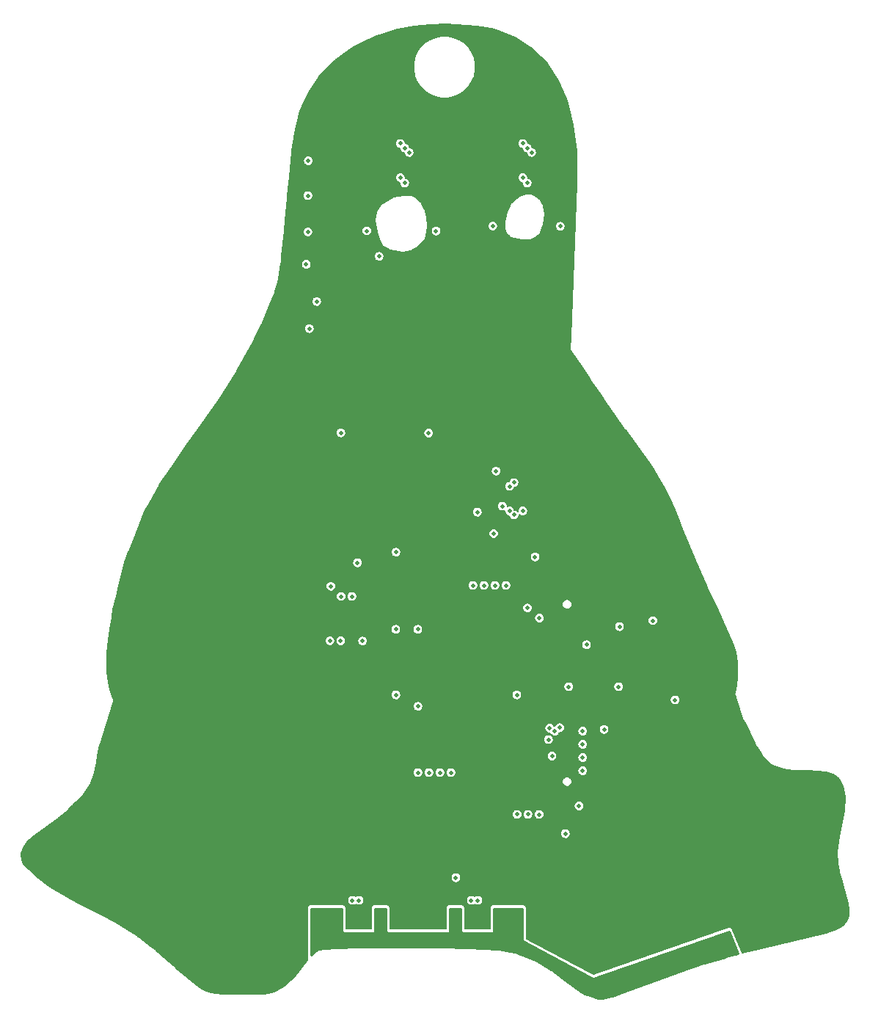
<source format=gbr>
G04 #@! TF.GenerationSoftware,KiCad,Pcbnew,(2018-02-05 revision d1a45d147)-makepkg*
G04 #@! TF.CreationDate,2019-11-12T11:54:18-08:00*
G04 #@! TF.ProjectId,lichen-badge,6C696368656E2D62616467652E6B6963,rev?*
G04 #@! TF.SameCoordinates,Original*
G04 #@! TF.FileFunction,Copper,L3,Inr,Plane*
G04 #@! TF.FilePolarity,Positive*
%FSLAX46Y46*%
G04 Gerber Fmt 4.6, Leading zero omitted, Abs format (unit mm)*
G04 Created by KiCad (PCBNEW (2018-02-05 revision d1a45d147)-makepkg) date 11/12/19 11:54:18*
%MOMM*%
%LPD*%
G01*
G04 APERTURE LIST*
%ADD10C,0.508000*%
%ADD11C,0.152400*%
%ADD12C,0.254000*%
G04 APERTURE END LIST*
D10*
X105257600Y-116763800D03*
X105765600Y-116332000D03*
X109093000Y-113614200D03*
X108610400Y-114046000D03*
X90678000Y-141986000D03*
X91965781Y-130581399D03*
X101396800Y-116814600D03*
X101879400Y-116357400D03*
X91968323Y-131843779D03*
X91983560Y-133111240D03*
X91973400Y-134355840D03*
X91968320Y-135653780D03*
X91970860Y-136908540D03*
X93218000Y-135653780D03*
X93215460Y-134345680D03*
X98300540Y-133101080D03*
X98285300Y-134350760D03*
X98282760Y-136903460D03*
X97030540Y-136895840D03*
X91968320Y-129286000D03*
X93212920Y-129286000D03*
X91968320Y-127980440D03*
X93220540Y-127975360D03*
X95758000Y-129235200D03*
X98298000Y-129235200D03*
X100838000Y-127965200D03*
X102108000Y-127965200D03*
X102108000Y-129286000D03*
X100838000Y-129286000D03*
X99568000Y-129286000D03*
X91973400Y-138176000D03*
X91973400Y-139420600D03*
X91973400Y-140716000D03*
X91973400Y-141986000D03*
X93218000Y-141986000D03*
X94513400Y-141986000D03*
X95783400Y-141986000D03*
X97028000Y-141986000D03*
X98323400Y-141986000D03*
X99568000Y-141986000D03*
X99568000Y-140690600D03*
X99568000Y-139420600D03*
X99568000Y-138150600D03*
X97028000Y-133096000D03*
X97028000Y-134340600D03*
X97028000Y-135636000D03*
X97028000Y-138150600D03*
X98298000Y-138150600D03*
X91973400Y-143256000D03*
X90678000Y-143256000D03*
X100838000Y-141986000D03*
X102108000Y-141986000D03*
X103378000Y-141986000D03*
X104648000Y-141986000D03*
X104648000Y-140690600D03*
X103378000Y-140690600D03*
X103378000Y-139420600D03*
X105918000Y-139420600D03*
X105918000Y-140690600D03*
X105918000Y-138201400D03*
X104648000Y-138201400D03*
X104648000Y-136906000D03*
X105918000Y-136906000D03*
X105918000Y-135661400D03*
X105918000Y-134366000D03*
X104673400Y-134366000D03*
X104673400Y-133096000D03*
X105918000Y-133096000D03*
X105918000Y-131800600D03*
X105918000Y-130556000D03*
X105918000Y-129286000D03*
X104648000Y-129286000D03*
X104648000Y-130556000D03*
X104648000Y-131800600D03*
X103378000Y-130556000D03*
X103378000Y-129286000D03*
X103378000Y-127965200D03*
X104648000Y-127965200D03*
X105918000Y-127965200D03*
X107188000Y-127965200D03*
X107188000Y-129286000D03*
X107188000Y-130556000D03*
X105918000Y-141986000D03*
X107188000Y-141986000D03*
X107188000Y-143256000D03*
X105918000Y-143256000D03*
X102870000Y-114198400D03*
X103378000Y-113766600D03*
X103886000Y-114198400D03*
X104368600Y-113766600D03*
X86791800Y-148412200D03*
X86995000Y-123063000D03*
X112141000Y-123063000D03*
X112141000Y-148209000D03*
X121183400Y-133121400D03*
X121183400Y-134137400D03*
X113741200Y-133123940D03*
X116586000Y-134884160D03*
X118986300Y-135788400D03*
X119489220Y-128572260D03*
X125719840Y-132544820D03*
X126037340Y-133187440D03*
X70589140Y-117955060D03*
X72867520Y-119039640D03*
X75135740Y-117955060D03*
X88386920Y-157109160D03*
X85140800Y-101518720D03*
X95305880Y-101523800D03*
X92859860Y-118996460D03*
X95666320Y-118874300D03*
X85138260Y-106667300D03*
X95303340Y-106639360D03*
X109979460Y-106725720D03*
X109931200Y-101452680D03*
X90601800Y-159715200D03*
X91465400Y-162534600D03*
X105181400Y-162560000D03*
X98323400Y-127965200D03*
X99568000Y-127965200D03*
X104310180Y-159682180D03*
X106352340Y-159260540D03*
X92656660Y-159245300D03*
X105968800Y-151815800D03*
X69496940Y-130456940D03*
X72019160Y-123075700D03*
X67177920Y-139197080D03*
X73553320Y-140609320D03*
X73560940Y-138247120D03*
X72260460Y-136034780D03*
X115448080Y-154541220D03*
X112514380Y-155610560D03*
X113565940Y-151691340D03*
X112862360Y-149905720D03*
X108498640Y-135648700D03*
X108491020Y-143253460D03*
X125041660Y-139136120D03*
X87122000Y-97332800D03*
X87122000Y-89712800D03*
X87147400Y-81965800D03*
X87274400Y-91795600D03*
X87325200Y-84683600D03*
X87325200Y-76454000D03*
X103886000Y-117017874D03*
X103378000Y-125476000D03*
X104648000Y-125476000D03*
X105765600Y-119507000D03*
X105918000Y-125476000D03*
X107594400Y-116890800D03*
X107188000Y-125476000D03*
X109118400Y-116890800D03*
X106032300Y-112280700D03*
X108108940Y-117346920D03*
X106756200Y-116332000D03*
X107594400Y-114046000D03*
X108102400Y-113614200D03*
X97002600Y-130530600D03*
X94488000Y-138099800D03*
X97028000Y-139420600D03*
X120167400Y-137160000D03*
X114427000Y-137160000D03*
X116479320Y-132303520D03*
X120284240Y-130225800D03*
X115615720Y-150924260D03*
X111000540Y-151892000D03*
X109722920Y-151889460D03*
X108460540Y-151889460D03*
X116027200Y-146862800D03*
X116027200Y-145338800D03*
X116027200Y-143814800D03*
X116027200Y-142290800D03*
X108430060Y-138107420D03*
X112095280Y-143263620D03*
X114046000Y-154101800D03*
X112496600Y-145161000D03*
X107696000Y-166979600D03*
X100965000Y-164744400D03*
X105918000Y-164744400D03*
X101854000Y-164744400D03*
X107696000Y-166268400D03*
X101854000Y-163322000D03*
X101854000Y-166979600D03*
X105892600Y-166979600D03*
X100965000Y-163322000D03*
X100101400Y-166979600D03*
X105918000Y-163322000D03*
X106781600Y-163322000D03*
X105892600Y-166268400D03*
X100076000Y-166268400D03*
X101879400Y-166268400D03*
X106781600Y-164744400D03*
X92176600Y-166268400D03*
X92176600Y-166979600D03*
X93980000Y-166979600D03*
X93980000Y-166268400D03*
X88163400Y-166268400D03*
X86360000Y-166268400D03*
X88138000Y-166979600D03*
X86385400Y-166979600D03*
X93065600Y-164744400D03*
X93065600Y-163322000D03*
X92202000Y-163322000D03*
X92202000Y-164744400D03*
X88138000Y-164744400D03*
X87249000Y-164744400D03*
X88138000Y-163322000D03*
X87249000Y-163322000D03*
X117055900Y-172252640D03*
X132613400Y-167833040D03*
X86956900Y-125569980D03*
X88120224Y-107876340D03*
X101396800Y-159181800D03*
X89407986Y-126745988D03*
X90043000Y-122859800D03*
X124129800Y-129540000D03*
X94462600Y-130530600D03*
X94488000Y-121640600D03*
X92537280Y-87515700D03*
X88145620Y-126746000D03*
X98254818Y-107904280D03*
X94996000Y-78435200D03*
X91109800Y-84582000D03*
X99110800Y-84607400D03*
X95504000Y-79070200D03*
X105664000Y-84023200D03*
X109118400Y-78435200D03*
X109626400Y-79070200D03*
X113436400Y-84048600D03*
X97028000Y-147066000D03*
X89460800Y-161798000D03*
X98298000Y-147066000D03*
X90218800Y-161798000D03*
X99568000Y-147066000D03*
X103176800Y-161798000D03*
X100838000Y-147066000D03*
X103934800Y-161798000D03*
X112217215Y-141935191D03*
X113385600Y-141884366D03*
X112819180Y-142293340D03*
X126695200Y-138684000D03*
X110540800Y-122199400D03*
X118503700Y-142079980D03*
X88107520Y-131864100D03*
X86862918Y-131861560D03*
X96012000Y-75539600D03*
X110134400Y-75539600D03*
X85344000Y-92735400D03*
X95504000Y-75031600D03*
X109626400Y-75031600D03*
X84328000Y-84709000D03*
X94996000Y-74498200D03*
X109118400Y-74498200D03*
X84353400Y-76504800D03*
X109664500Y-128071880D03*
X84480400Y-95859600D03*
X111033560Y-129242820D03*
X84124800Y-88442800D03*
X90619580Y-131884420D03*
X84328000Y-80518000D03*
D11*
G36*
X103827737Y-60973634D02*
X105420797Y-61248641D01*
X105861651Y-61362937D01*
X108208455Y-62274895D01*
X110152265Y-63502048D01*
X111848694Y-65132287D01*
X113253800Y-67231335D01*
X114239908Y-69529783D01*
X114946547Y-72316535D01*
X115286885Y-75392092D01*
X115311840Y-76654792D01*
X115309312Y-79142766D01*
X114824496Y-92484115D01*
X114629005Y-96810297D01*
X114565918Y-98145210D01*
X114563149Y-98176898D01*
X114566212Y-98204838D01*
X114567643Y-98232912D01*
X114570552Y-98244433D01*
X114571846Y-98256240D01*
X114580303Y-98283053D01*
X114587182Y-98310300D01*
X114592278Y-98321023D01*
X114595854Y-98332361D01*
X114609385Y-98357019D01*
X114621443Y-98382391D01*
X114640432Y-98407897D01*
X115625792Y-99848039D01*
X116851543Y-101665274D01*
X116852168Y-101666413D01*
X116862617Y-101681692D01*
X116873067Y-101697184D01*
X116873903Y-101698194D01*
X118364878Y-103878276D01*
X118366091Y-103880424D01*
X118376039Y-103894595D01*
X118385936Y-103909066D01*
X118387541Y-103910980D01*
X120940344Y-107547402D01*
X120941409Y-107549244D01*
X120951727Y-107563618D01*
X120961978Y-107578220D01*
X120963377Y-107579847D01*
X124023180Y-111842348D01*
X124758700Y-112980654D01*
X125590740Y-114432353D01*
X126566866Y-116522621D01*
X127358124Y-118495758D01*
X127358282Y-118496297D01*
X127365440Y-118514003D01*
X127372724Y-118532167D01*
X127372989Y-118532677D01*
X129093056Y-122787449D01*
X129095126Y-122793722D01*
X129100483Y-122805819D01*
X129105479Y-122818178D01*
X129108566Y-122824073D01*
X130394527Y-125728185D01*
X130395708Y-125731562D01*
X130402545Y-125746291D01*
X130409180Y-125761276D01*
X130410958Y-125764418D01*
X131373501Y-127838171D01*
X133331437Y-132173966D01*
X133709211Y-133246747D01*
X133869216Y-134302301D01*
X133876616Y-136023946D01*
X133772351Y-137039925D01*
X133585122Y-137822021D01*
X133581679Y-137830481D01*
X133575852Y-137860747D01*
X133573326Y-137871297D01*
X133572086Y-137880305D01*
X133566588Y-137908860D01*
X133566655Y-137919758D01*
X133565168Y-137930558D01*
X133566899Y-137959583D01*
X133567077Y-137988674D01*
X133569271Y-137999358D01*
X133569919Y-138010232D01*
X133577278Y-138038361D01*
X133579108Y-138047272D01*
X133582321Y-138057635D01*
X133590122Y-138087451D01*
X133594113Y-138095667D01*
X134446350Y-140844260D01*
X134449038Y-140859150D01*
X134458133Y-140882261D01*
X134459574Y-140886908D01*
X134465436Y-140900819D01*
X134478267Y-140933422D01*
X134480907Y-140937529D01*
X134482805Y-140942033D01*
X134502483Y-140971096D01*
X134510613Y-140983743D01*
X134513618Y-140987540D01*
X134527556Y-141008125D01*
X134538331Y-141018769D01*
X134776996Y-141320354D01*
X135515126Y-142779335D01*
X136104983Y-144042965D01*
X136106488Y-144048442D01*
X136121822Y-144079040D01*
X136127874Y-144092004D01*
X136130763Y-144096880D01*
X136133290Y-144101922D01*
X136140890Y-144113971D01*
X136158368Y-144143468D01*
X136162166Y-144147701D01*
X136657376Y-144932791D01*
X136660378Y-144938343D01*
X136667959Y-144949570D01*
X136675223Y-144961086D01*
X136679117Y-144966093D01*
X137001930Y-145444155D01*
X137021285Y-145474136D01*
X137038117Y-145491508D01*
X137053565Y-145510145D01*
X137081313Y-145532691D01*
X137805228Y-146146180D01*
X137812415Y-146154299D01*
X137835601Y-146171920D01*
X137842575Y-146177830D01*
X137851455Y-146183968D01*
X137875963Y-146202594D01*
X137884222Y-146206619D01*
X137891783Y-146211846D01*
X137920047Y-146224080D01*
X137929736Y-146228802D01*
X137938294Y-146231978D01*
X137965032Y-146243551D01*
X137975637Y-146245835D01*
X138986294Y-146620875D01*
X139006734Y-146630514D01*
X139042889Y-146639527D01*
X139079004Y-146649024D01*
X139101571Y-146650398D01*
X140396184Y-146840926D01*
X140400983Y-146842504D01*
X140435599Y-146846726D01*
X140450355Y-146848898D01*
X140455380Y-146849139D01*
X140460363Y-146849747D01*
X140475239Y-146850092D01*
X140510106Y-146851766D01*
X140515108Y-146851018D01*
X142113625Y-146888136D01*
X144118964Y-147008701D01*
X144919787Y-147293439D01*
X145599103Y-147810597D01*
X146103615Y-148606511D01*
X146294071Y-149879314D01*
X146257602Y-151466950D01*
X145561448Y-154883081D01*
X145561166Y-154883759D01*
X145553498Y-154922093D01*
X145549651Y-154940969D01*
X145549576Y-154941699D01*
X145549432Y-154942417D01*
X145547518Y-154961636D01*
X145543509Y-155000473D01*
X145543577Y-155001200D01*
X145423095Y-156210843D01*
X145420053Y-156223815D01*
X145419148Y-156250466D01*
X145418487Y-156257103D01*
X145418472Y-156270366D01*
X145418023Y-156283600D01*
X145418450Y-156290247D01*
X145418421Y-156316922D01*
X145421006Y-156329993D01*
X145490602Y-157412334D01*
X145490233Y-157415486D01*
X145493161Y-157452129D01*
X145494237Y-157468860D01*
X145494747Y-157471972D01*
X145494998Y-157475115D01*
X145497967Y-157491628D01*
X145503908Y-157527893D01*
X145505021Y-157530861D01*
X145758254Y-158939319D01*
X145758245Y-158939860D01*
X145765288Y-158978444D01*
X145768741Y-158997649D01*
X145768889Y-158998172D01*
X145768987Y-158998708D01*
X145774355Y-159017466D01*
X145785046Y-159055204D01*
X145785293Y-159055687D01*
X146669831Y-162146603D01*
X146763828Y-162926775D01*
X146739389Y-163637726D01*
X146496167Y-164247841D01*
X146033810Y-164716562D01*
X145293259Y-165176533D01*
X144110791Y-165601257D01*
X135190926Y-167697817D01*
X135187729Y-167698296D01*
X135171588Y-167702363D01*
X135155338Y-167706182D01*
X135152271Y-167707229D01*
X134440199Y-167886627D01*
X133307398Y-165092156D01*
X133286310Y-165049323D01*
X133248279Y-164996944D01*
X133200759Y-164952990D01*
X133145577Y-164919152D01*
X133084854Y-164896729D01*
X133020924Y-164886584D01*
X132956242Y-164889105D01*
X132893296Y-164904197D01*
X117256568Y-170321245D01*
X109550200Y-166222425D01*
X109550200Y-162610800D01*
X109543855Y-162546381D01*
X109525065Y-162484438D01*
X109494551Y-162427351D01*
X109453487Y-162377313D01*
X109403449Y-162336249D01*
X109346362Y-162305735D01*
X109284419Y-162286945D01*
X109220000Y-162280600D01*
X105664000Y-162280600D01*
X105599581Y-162286945D01*
X105537638Y-162305735D01*
X105480551Y-162336249D01*
X105430513Y-162377313D01*
X105389449Y-162427351D01*
X105358935Y-162484438D01*
X105340145Y-162546381D01*
X105333800Y-162610800D01*
X105333800Y-165074600D01*
X102438200Y-165074600D01*
X102438200Y-162610800D01*
X102431855Y-162546381D01*
X102413065Y-162484438D01*
X102382551Y-162427351D01*
X102341487Y-162377313D01*
X102291449Y-162336249D01*
X102234362Y-162305735D01*
X102172419Y-162286945D01*
X102108000Y-162280600D01*
X100584000Y-162280600D01*
X100519581Y-162286945D01*
X100457638Y-162305735D01*
X100400551Y-162336249D01*
X100350513Y-162377313D01*
X100309449Y-162427351D01*
X100278935Y-162484438D01*
X100260145Y-162546381D01*
X100253800Y-162610800D01*
X100253800Y-165074600D01*
X93802200Y-165074600D01*
X93802200Y-162610800D01*
X93795855Y-162546381D01*
X93777065Y-162484438D01*
X93746551Y-162427351D01*
X93705487Y-162377313D01*
X93655449Y-162336249D01*
X93598362Y-162305735D01*
X93536419Y-162286945D01*
X93472000Y-162280600D01*
X91948000Y-162280600D01*
X91883581Y-162286945D01*
X91821638Y-162305735D01*
X91764551Y-162336249D01*
X91714513Y-162377313D01*
X91673449Y-162427351D01*
X91642935Y-162484438D01*
X91624145Y-162546381D01*
X91617800Y-162610800D01*
X91617800Y-165074600D01*
X88722200Y-165074600D01*
X88722200Y-162610800D01*
X88715855Y-162546381D01*
X88697065Y-162484438D01*
X88666551Y-162427351D01*
X88625487Y-162377313D01*
X88575449Y-162336249D01*
X88518362Y-162305735D01*
X88456419Y-162286945D01*
X88392000Y-162280600D01*
X84582000Y-162280600D01*
X84517581Y-162286945D01*
X84455638Y-162305735D01*
X84398551Y-162336249D01*
X84348513Y-162377313D01*
X84307449Y-162427351D01*
X84276935Y-162484438D01*
X84258145Y-162546381D01*
X84251800Y-162610800D01*
X84251800Y-168697453D01*
X82855392Y-170573192D01*
X81621874Y-171690842D01*
X80419905Y-172352864D01*
X79341873Y-172554410D01*
X77979787Y-172626099D01*
X74543470Y-172626099D01*
X73653244Y-172526101D01*
X72863764Y-172379989D01*
X72061041Y-172022455D01*
X71355737Y-171519008D01*
X69142262Y-169593813D01*
X69141944Y-169593477D01*
X69126919Y-169580468D01*
X69112565Y-169567983D01*
X69112204Y-169567727D01*
X68089975Y-168682626D01*
X67385288Y-168072409D01*
X66815785Y-167575986D01*
X66805358Y-167566363D01*
X66800756Y-167562885D01*
X66796433Y-167559117D01*
X66784939Y-167550933D01*
X66012478Y-166967185D01*
X64782580Y-166004549D01*
X64781220Y-166003000D01*
X64751109Y-165979917D01*
X64737097Y-165968950D01*
X64735379Y-165967859D01*
X64733745Y-165966606D01*
X64718464Y-165957113D01*
X64686604Y-165936874D01*
X64684690Y-165936133D01*
X63879919Y-165436199D01*
X62251783Y-164408170D01*
X62238940Y-164399654D01*
X62234927Y-164397527D01*
X62231110Y-164395117D01*
X62217421Y-164388249D01*
X60968275Y-163726203D01*
X60967628Y-163725777D01*
X60950433Y-163716746D01*
X60933772Y-163707916D01*
X60933076Y-163707631D01*
X59651964Y-163034800D01*
X59647103Y-163031795D01*
X59634287Y-163025516D01*
X59621750Y-163018932D01*
X59616495Y-163016800D01*
X58253335Y-162348978D01*
X57193421Y-161767654D01*
X57147767Y-161740461D01*
X88876600Y-161740461D01*
X88876600Y-161855539D01*
X88899050Y-161968405D01*
X88943088Y-162074723D01*
X89007022Y-162170406D01*
X89088394Y-162251778D01*
X89184077Y-162315712D01*
X89290395Y-162359750D01*
X89403261Y-162382200D01*
X89518339Y-162382200D01*
X89631205Y-162359750D01*
X89737523Y-162315712D01*
X89833206Y-162251778D01*
X89839800Y-162245184D01*
X89846394Y-162251778D01*
X89942077Y-162315712D01*
X90048395Y-162359750D01*
X90161261Y-162382200D01*
X90276339Y-162382200D01*
X90389205Y-162359750D01*
X90495523Y-162315712D01*
X90591206Y-162251778D01*
X90672578Y-162170406D01*
X90736512Y-162074723D01*
X90780550Y-161968405D01*
X90803000Y-161855539D01*
X90803000Y-161740461D01*
X102592600Y-161740461D01*
X102592600Y-161855539D01*
X102615050Y-161968405D01*
X102659088Y-162074723D01*
X102723022Y-162170406D01*
X102804394Y-162251778D01*
X102900077Y-162315712D01*
X103006395Y-162359750D01*
X103119261Y-162382200D01*
X103234339Y-162382200D01*
X103347205Y-162359750D01*
X103453523Y-162315712D01*
X103549206Y-162251778D01*
X103555800Y-162245184D01*
X103562394Y-162251778D01*
X103658077Y-162315712D01*
X103764395Y-162359750D01*
X103877261Y-162382200D01*
X103992339Y-162382200D01*
X104105205Y-162359750D01*
X104211523Y-162315712D01*
X104307206Y-162251778D01*
X104388578Y-162170406D01*
X104452512Y-162074723D01*
X104496550Y-161968405D01*
X104519000Y-161855539D01*
X104519000Y-161740461D01*
X104496550Y-161627595D01*
X104452512Y-161521277D01*
X104388578Y-161425594D01*
X104307206Y-161344222D01*
X104211523Y-161280288D01*
X104105205Y-161236250D01*
X103992339Y-161213800D01*
X103877261Y-161213800D01*
X103764395Y-161236250D01*
X103658077Y-161280288D01*
X103562394Y-161344222D01*
X103555800Y-161350816D01*
X103549206Y-161344222D01*
X103453523Y-161280288D01*
X103347205Y-161236250D01*
X103234339Y-161213800D01*
X103119261Y-161213800D01*
X103006395Y-161236250D01*
X102900077Y-161280288D01*
X102804394Y-161344222D01*
X102723022Y-161425594D01*
X102659088Y-161521277D01*
X102615050Y-161627595D01*
X102592600Y-161740461D01*
X90803000Y-161740461D01*
X90780550Y-161627595D01*
X90736512Y-161521277D01*
X90672578Y-161425594D01*
X90591206Y-161344222D01*
X90495523Y-161280288D01*
X90389205Y-161236250D01*
X90276339Y-161213800D01*
X90161261Y-161213800D01*
X90048395Y-161236250D01*
X89942077Y-161280288D01*
X89846394Y-161344222D01*
X89839800Y-161350816D01*
X89833206Y-161344222D01*
X89737523Y-161280288D01*
X89631205Y-161236250D01*
X89518339Y-161213800D01*
X89403261Y-161213800D01*
X89290395Y-161236250D01*
X89184077Y-161280288D01*
X89088394Y-161344222D01*
X89007022Y-161425594D01*
X88943088Y-161521277D01*
X88899050Y-161627595D01*
X88876600Y-161740461D01*
X57147767Y-161740461D01*
X54547381Y-160191612D01*
X53103596Y-159124261D01*
X100812600Y-159124261D01*
X100812600Y-159239339D01*
X100835050Y-159352205D01*
X100879088Y-159458523D01*
X100943022Y-159554206D01*
X101024394Y-159635578D01*
X101120077Y-159699512D01*
X101226395Y-159743550D01*
X101339261Y-159766000D01*
X101454339Y-159766000D01*
X101567205Y-159743550D01*
X101673523Y-159699512D01*
X101769206Y-159635578D01*
X101850578Y-159554206D01*
X101914512Y-159458523D01*
X101958550Y-159352205D01*
X101981000Y-159239339D01*
X101981000Y-159124261D01*
X101958550Y-159011395D01*
X101914512Y-158905077D01*
X101850578Y-158809394D01*
X101769206Y-158728022D01*
X101673523Y-158664088D01*
X101567205Y-158620050D01*
X101454339Y-158597600D01*
X101339261Y-158597600D01*
X101226395Y-158620050D01*
X101120077Y-158664088D01*
X101024394Y-158728022D01*
X100943022Y-158809394D01*
X100879088Y-158905077D01*
X100835050Y-159011395D01*
X100812600Y-159124261D01*
X53103596Y-159124261D01*
X53046426Y-159081997D01*
X51497383Y-157574100D01*
X51309621Y-157144378D01*
X51248697Y-156421679D01*
X51473224Y-155760688D01*
X52025172Y-155008032D01*
X53013502Y-154135977D01*
X53141153Y-154044261D01*
X113461800Y-154044261D01*
X113461800Y-154159339D01*
X113484250Y-154272205D01*
X113528288Y-154378523D01*
X113592222Y-154474206D01*
X113673594Y-154555578D01*
X113769277Y-154619512D01*
X113875595Y-154663550D01*
X113988461Y-154686000D01*
X114103539Y-154686000D01*
X114216405Y-154663550D01*
X114322723Y-154619512D01*
X114418406Y-154555578D01*
X114499778Y-154474206D01*
X114563712Y-154378523D01*
X114607750Y-154272205D01*
X114630200Y-154159339D01*
X114630200Y-154044261D01*
X114607750Y-153931395D01*
X114563712Y-153825077D01*
X114499778Y-153729394D01*
X114418406Y-153648022D01*
X114322723Y-153584088D01*
X114216405Y-153540050D01*
X114103539Y-153517600D01*
X113988461Y-153517600D01*
X113875595Y-153540050D01*
X113769277Y-153584088D01*
X113673594Y-153648022D01*
X113592222Y-153729394D01*
X113528288Y-153825077D01*
X113484250Y-153931395D01*
X113461800Y-154044261D01*
X53141153Y-154044261D01*
X55411165Y-152413288D01*
X55423493Y-152404877D01*
X55427262Y-152401723D01*
X55431278Y-152398837D01*
X55442554Y-152388923D01*
X56108046Y-151831921D01*
X107876340Y-151831921D01*
X107876340Y-151946999D01*
X107898790Y-152059865D01*
X107942828Y-152166183D01*
X108006762Y-152261866D01*
X108088134Y-152343238D01*
X108183817Y-152407172D01*
X108290135Y-152451210D01*
X108403001Y-152473660D01*
X108518079Y-152473660D01*
X108630945Y-152451210D01*
X108737263Y-152407172D01*
X108832946Y-152343238D01*
X108914318Y-152261866D01*
X108978252Y-152166183D01*
X109022290Y-152059865D01*
X109044740Y-151946999D01*
X109044740Y-151831921D01*
X109138720Y-151831921D01*
X109138720Y-151946999D01*
X109161170Y-152059865D01*
X109205208Y-152166183D01*
X109269142Y-152261866D01*
X109350514Y-152343238D01*
X109446197Y-152407172D01*
X109552515Y-152451210D01*
X109665381Y-152473660D01*
X109780459Y-152473660D01*
X109893325Y-152451210D01*
X109999643Y-152407172D01*
X110095326Y-152343238D01*
X110176698Y-152261866D01*
X110240632Y-152166183D01*
X110284670Y-152059865D01*
X110307120Y-151946999D01*
X110307120Y-151834461D01*
X110416340Y-151834461D01*
X110416340Y-151949539D01*
X110438790Y-152062405D01*
X110482828Y-152168723D01*
X110546762Y-152264406D01*
X110628134Y-152345778D01*
X110723817Y-152409712D01*
X110830135Y-152453750D01*
X110943001Y-152476200D01*
X111058079Y-152476200D01*
X111170945Y-152453750D01*
X111277263Y-152409712D01*
X111372946Y-152345778D01*
X111454318Y-152264406D01*
X111518252Y-152168723D01*
X111562290Y-152062405D01*
X111584740Y-151949539D01*
X111584740Y-151834461D01*
X111562290Y-151721595D01*
X111518252Y-151615277D01*
X111454318Y-151519594D01*
X111372946Y-151438222D01*
X111277263Y-151374288D01*
X111170945Y-151330250D01*
X111058079Y-151307800D01*
X110943001Y-151307800D01*
X110830135Y-151330250D01*
X110723817Y-151374288D01*
X110628134Y-151438222D01*
X110546762Y-151519594D01*
X110482828Y-151615277D01*
X110438790Y-151721595D01*
X110416340Y-151834461D01*
X110307120Y-151834461D01*
X110307120Y-151831921D01*
X110284670Y-151719055D01*
X110240632Y-151612737D01*
X110176698Y-151517054D01*
X110095326Y-151435682D01*
X109999643Y-151371748D01*
X109893325Y-151327710D01*
X109780459Y-151305260D01*
X109665381Y-151305260D01*
X109552515Y-151327710D01*
X109446197Y-151371748D01*
X109350514Y-151435682D01*
X109269142Y-151517054D01*
X109205208Y-151612737D01*
X109161170Y-151719055D01*
X109138720Y-151831921D01*
X109044740Y-151831921D01*
X109022290Y-151719055D01*
X108978252Y-151612737D01*
X108914318Y-151517054D01*
X108832946Y-151435682D01*
X108737263Y-151371748D01*
X108630945Y-151327710D01*
X108518079Y-151305260D01*
X108403001Y-151305260D01*
X108290135Y-151327710D01*
X108183817Y-151371748D01*
X108088134Y-151435682D01*
X108006762Y-151517054D01*
X107942828Y-151612737D01*
X107898790Y-151719055D01*
X107876340Y-151831921D01*
X56108046Y-151831921D01*
X56714834Y-151324054D01*
X56728485Y-151312871D01*
X56729989Y-151311370D01*
X56731635Y-151309992D01*
X56744111Y-151297273D01*
X57175426Y-150866721D01*
X115031520Y-150866721D01*
X115031520Y-150981799D01*
X115053970Y-151094665D01*
X115098008Y-151200983D01*
X115161942Y-151296666D01*
X115243314Y-151378038D01*
X115338997Y-151441972D01*
X115445315Y-151486010D01*
X115558181Y-151508460D01*
X115673259Y-151508460D01*
X115786125Y-151486010D01*
X115892443Y-151441972D01*
X115988126Y-151378038D01*
X116069498Y-151296666D01*
X116133432Y-151200983D01*
X116177470Y-151094665D01*
X116199920Y-150981799D01*
X116199920Y-150866721D01*
X116177470Y-150753855D01*
X116133432Y-150647537D01*
X116069498Y-150551854D01*
X115988126Y-150470482D01*
X115892443Y-150406548D01*
X115786125Y-150362510D01*
X115673259Y-150340060D01*
X115558181Y-150340060D01*
X115445315Y-150362510D01*
X115338997Y-150406548D01*
X115243314Y-150470482D01*
X115161942Y-150551854D01*
X115098008Y-150647537D01*
X115053970Y-150753855D01*
X115031520Y-150866721D01*
X57175426Y-150866721D01*
X58156776Y-149887109D01*
X58165107Y-149880919D01*
X58184955Y-149858980D01*
X58191754Y-149852193D01*
X58198319Y-149844208D01*
X58205239Y-149836559D01*
X58210943Y-149828854D01*
X58229745Y-149805985D01*
X58234649Y-149796830D01*
X59208311Y-148481533D01*
X59210163Y-148479809D01*
X59231993Y-148449541D01*
X59242380Y-148435510D01*
X59243677Y-148433341D01*
X59256853Y-148415073D01*
X59264115Y-148399175D01*
X59273088Y-148384173D01*
X59280660Y-148362949D01*
X59281706Y-148360660D01*
X59287337Y-148344237D01*
X59299910Y-148308997D01*
X59300280Y-148306485D01*
X59386553Y-148054855D01*
X113640200Y-148054855D01*
X113640200Y-148169145D01*
X113662497Y-148281238D01*
X113706234Y-148386828D01*
X113769729Y-148481856D01*
X113850544Y-148562671D01*
X113945572Y-148626166D01*
X114051162Y-148669903D01*
X114163255Y-148692200D01*
X114277545Y-148692200D01*
X114389638Y-148669903D01*
X114495228Y-148626166D01*
X114590256Y-148562671D01*
X114671071Y-148481856D01*
X114734566Y-148386828D01*
X114778303Y-148281238D01*
X114800600Y-148169145D01*
X114800600Y-148054855D01*
X114778303Y-147942762D01*
X114734566Y-147837172D01*
X114671071Y-147742144D01*
X114590256Y-147661329D01*
X114495228Y-147597834D01*
X114389638Y-147554097D01*
X114277545Y-147531800D01*
X114163255Y-147531800D01*
X114051162Y-147554097D01*
X113945572Y-147597834D01*
X113850544Y-147661329D01*
X113769729Y-147742144D01*
X113706234Y-147837172D01*
X113662497Y-147942762D01*
X113640200Y-148054855D01*
X59386553Y-148054855D01*
X59704436Y-147127698D01*
X59708057Y-147120892D01*
X59717358Y-147090009D01*
X59721335Y-147078410D01*
X59723099Y-147070946D01*
X59725308Y-147063613D01*
X59727674Y-147051597D01*
X59735097Y-147020195D01*
X59735373Y-147012489D01*
X59736165Y-147008461D01*
X96443800Y-147008461D01*
X96443800Y-147123539D01*
X96466250Y-147236405D01*
X96510288Y-147342723D01*
X96574222Y-147438406D01*
X96655594Y-147519778D01*
X96751277Y-147583712D01*
X96857595Y-147627750D01*
X96970461Y-147650200D01*
X97085539Y-147650200D01*
X97198405Y-147627750D01*
X97304723Y-147583712D01*
X97400406Y-147519778D01*
X97481778Y-147438406D01*
X97545712Y-147342723D01*
X97589750Y-147236405D01*
X97612200Y-147123539D01*
X97612200Y-147008461D01*
X97713800Y-147008461D01*
X97713800Y-147123539D01*
X97736250Y-147236405D01*
X97780288Y-147342723D01*
X97844222Y-147438406D01*
X97925594Y-147519778D01*
X98021277Y-147583712D01*
X98127595Y-147627750D01*
X98240461Y-147650200D01*
X98355539Y-147650200D01*
X98468405Y-147627750D01*
X98574723Y-147583712D01*
X98670406Y-147519778D01*
X98751778Y-147438406D01*
X98815712Y-147342723D01*
X98859750Y-147236405D01*
X98882200Y-147123539D01*
X98882200Y-147008461D01*
X98983800Y-147008461D01*
X98983800Y-147123539D01*
X99006250Y-147236405D01*
X99050288Y-147342723D01*
X99114222Y-147438406D01*
X99195594Y-147519778D01*
X99291277Y-147583712D01*
X99397595Y-147627750D01*
X99510461Y-147650200D01*
X99625539Y-147650200D01*
X99738405Y-147627750D01*
X99844723Y-147583712D01*
X99940406Y-147519778D01*
X100021778Y-147438406D01*
X100085712Y-147342723D01*
X100129750Y-147236405D01*
X100152200Y-147123539D01*
X100152200Y-147008461D01*
X100253800Y-147008461D01*
X100253800Y-147123539D01*
X100276250Y-147236405D01*
X100320288Y-147342723D01*
X100384222Y-147438406D01*
X100465594Y-147519778D01*
X100561277Y-147583712D01*
X100667595Y-147627750D01*
X100780461Y-147650200D01*
X100895539Y-147650200D01*
X101008405Y-147627750D01*
X101114723Y-147583712D01*
X101210406Y-147519778D01*
X101291778Y-147438406D01*
X101355712Y-147342723D01*
X101399750Y-147236405D01*
X101422200Y-147123539D01*
X101422200Y-147008461D01*
X101399750Y-146895595D01*
X101362333Y-146805261D01*
X115443000Y-146805261D01*
X115443000Y-146920339D01*
X115465450Y-147033205D01*
X115509488Y-147139523D01*
X115573422Y-147235206D01*
X115654794Y-147316578D01*
X115750477Y-147380512D01*
X115856795Y-147424550D01*
X115969661Y-147447000D01*
X116084739Y-147447000D01*
X116197605Y-147424550D01*
X116303923Y-147380512D01*
X116399606Y-147316578D01*
X116480978Y-147235206D01*
X116544912Y-147139523D01*
X116588950Y-147033205D01*
X116611400Y-146920339D01*
X116611400Y-146805261D01*
X116588950Y-146692395D01*
X116544912Y-146586077D01*
X116480978Y-146490394D01*
X116399606Y-146409022D01*
X116303923Y-146345088D01*
X116197605Y-146301050D01*
X116084739Y-146278600D01*
X115969661Y-146278600D01*
X115856795Y-146301050D01*
X115750477Y-146345088D01*
X115654794Y-146409022D01*
X115573422Y-146490394D01*
X115509488Y-146586077D01*
X115465450Y-146692395D01*
X115443000Y-146805261D01*
X101362333Y-146805261D01*
X101355712Y-146789277D01*
X101291778Y-146693594D01*
X101210406Y-146612222D01*
X101114723Y-146548288D01*
X101008405Y-146504250D01*
X100895539Y-146481800D01*
X100780461Y-146481800D01*
X100667595Y-146504250D01*
X100561277Y-146548288D01*
X100465594Y-146612222D01*
X100384222Y-146693594D01*
X100320288Y-146789277D01*
X100276250Y-146895595D01*
X100253800Y-147008461D01*
X100152200Y-147008461D01*
X100129750Y-146895595D01*
X100085712Y-146789277D01*
X100021778Y-146693594D01*
X99940406Y-146612222D01*
X99844723Y-146548288D01*
X99738405Y-146504250D01*
X99625539Y-146481800D01*
X99510461Y-146481800D01*
X99397595Y-146504250D01*
X99291277Y-146548288D01*
X99195594Y-146612222D01*
X99114222Y-146693594D01*
X99050288Y-146789277D01*
X99006250Y-146895595D01*
X98983800Y-147008461D01*
X98882200Y-147008461D01*
X98859750Y-146895595D01*
X98815712Y-146789277D01*
X98751778Y-146693594D01*
X98670406Y-146612222D01*
X98574723Y-146548288D01*
X98468405Y-146504250D01*
X98355539Y-146481800D01*
X98240461Y-146481800D01*
X98127595Y-146504250D01*
X98021277Y-146548288D01*
X97925594Y-146612222D01*
X97844222Y-146693594D01*
X97780288Y-146789277D01*
X97736250Y-146895595D01*
X97713800Y-147008461D01*
X97612200Y-147008461D01*
X97589750Y-146895595D01*
X97545712Y-146789277D01*
X97481778Y-146693594D01*
X97400406Y-146612222D01*
X97304723Y-146548288D01*
X97198405Y-146504250D01*
X97085539Y-146481800D01*
X96970461Y-146481800D01*
X96857595Y-146504250D01*
X96751277Y-146548288D01*
X96655594Y-146612222D01*
X96574222Y-146693594D01*
X96510288Y-146789277D01*
X96466250Y-146895595D01*
X96443800Y-147008461D01*
X59736165Y-147008461D01*
X59950397Y-145920270D01*
X59952418Y-145912440D01*
X59954232Y-145900787D01*
X59956517Y-145889182D01*
X59957296Y-145881111D01*
X60078374Y-145103461D01*
X111912400Y-145103461D01*
X111912400Y-145218539D01*
X111934850Y-145331405D01*
X111978888Y-145437723D01*
X112042822Y-145533406D01*
X112124194Y-145614778D01*
X112219877Y-145678712D01*
X112326195Y-145722750D01*
X112439061Y-145745200D01*
X112554139Y-145745200D01*
X112667005Y-145722750D01*
X112773323Y-145678712D01*
X112869006Y-145614778D01*
X112950378Y-145533406D01*
X113014312Y-145437723D01*
X113058350Y-145331405D01*
X113068324Y-145281261D01*
X115443000Y-145281261D01*
X115443000Y-145396339D01*
X115465450Y-145509205D01*
X115509488Y-145615523D01*
X115573422Y-145711206D01*
X115654794Y-145792578D01*
X115750477Y-145856512D01*
X115856795Y-145900550D01*
X115969661Y-145923000D01*
X116084739Y-145923000D01*
X116197605Y-145900550D01*
X116303923Y-145856512D01*
X116399606Y-145792578D01*
X116480978Y-145711206D01*
X116544912Y-145615523D01*
X116588950Y-145509205D01*
X116611400Y-145396339D01*
X116611400Y-145281261D01*
X116588950Y-145168395D01*
X116544912Y-145062077D01*
X116480978Y-144966394D01*
X116399606Y-144885022D01*
X116303923Y-144821088D01*
X116197605Y-144777050D01*
X116084739Y-144754600D01*
X115969661Y-144754600D01*
X115856795Y-144777050D01*
X115750477Y-144821088D01*
X115654794Y-144885022D01*
X115573422Y-144966394D01*
X115509488Y-145062077D01*
X115465450Y-145168395D01*
X115443000Y-145281261D01*
X113068324Y-145281261D01*
X113080800Y-145218539D01*
X113080800Y-145103461D01*
X113058350Y-144990595D01*
X113014312Y-144884277D01*
X112950378Y-144788594D01*
X112869006Y-144707222D01*
X112773323Y-144643288D01*
X112667005Y-144599250D01*
X112554139Y-144576800D01*
X112439061Y-144576800D01*
X112326195Y-144599250D01*
X112219877Y-144643288D01*
X112124194Y-144707222D01*
X112042822Y-144788594D01*
X111978888Y-144884277D01*
X111934850Y-144990595D01*
X111912400Y-145103461D01*
X60078374Y-145103461D01*
X60198384Y-144332676D01*
X60321113Y-143881930D01*
X60408009Y-143711917D01*
X60416976Y-143698517D01*
X60426122Y-143676480D01*
X60427885Y-143673030D01*
X60433760Y-143658075D01*
X60439906Y-143643266D01*
X60441031Y-143639568D01*
X60449758Y-143617352D01*
X60452613Y-143601478D01*
X60572849Y-143206081D01*
X111511080Y-143206081D01*
X111511080Y-143321159D01*
X111533530Y-143434025D01*
X111577568Y-143540343D01*
X111641502Y-143636026D01*
X111722874Y-143717398D01*
X111818557Y-143781332D01*
X111924875Y-143825370D01*
X112037741Y-143847820D01*
X112152819Y-143847820D01*
X112265685Y-143825370D01*
X112372003Y-143781332D01*
X112408027Y-143757261D01*
X115443000Y-143757261D01*
X115443000Y-143872339D01*
X115465450Y-143985205D01*
X115509488Y-144091523D01*
X115573422Y-144187206D01*
X115654794Y-144268578D01*
X115750477Y-144332512D01*
X115856795Y-144376550D01*
X115969661Y-144399000D01*
X116084739Y-144399000D01*
X116197605Y-144376550D01*
X116303923Y-144332512D01*
X116399606Y-144268578D01*
X116480978Y-144187206D01*
X116544912Y-144091523D01*
X116588950Y-143985205D01*
X116611400Y-143872339D01*
X116611400Y-143757261D01*
X116588950Y-143644395D01*
X116544912Y-143538077D01*
X116480978Y-143442394D01*
X116399606Y-143361022D01*
X116303923Y-143297088D01*
X116197605Y-143253050D01*
X116084739Y-143230600D01*
X115969661Y-143230600D01*
X115856795Y-143253050D01*
X115750477Y-143297088D01*
X115654794Y-143361022D01*
X115573422Y-143442394D01*
X115509488Y-143538077D01*
X115465450Y-143644395D01*
X115443000Y-143757261D01*
X112408027Y-143757261D01*
X112467686Y-143717398D01*
X112549058Y-143636026D01*
X112612992Y-143540343D01*
X112657030Y-143434025D01*
X112679480Y-143321159D01*
X112679480Y-143206081D01*
X112657030Y-143093215D01*
X112612992Y-142986897D01*
X112549058Y-142891214D01*
X112467686Y-142809842D01*
X112372003Y-142745908D01*
X112265685Y-142701870D01*
X112152819Y-142679420D01*
X112037741Y-142679420D01*
X111924875Y-142701870D01*
X111818557Y-142745908D01*
X111722874Y-142809842D01*
X111641502Y-142891214D01*
X111577568Y-142986897D01*
X111533530Y-143093215D01*
X111511080Y-143206081D01*
X60572849Y-143206081D01*
X60976811Y-141877652D01*
X111633015Y-141877652D01*
X111633015Y-141992730D01*
X111655465Y-142105596D01*
X111699503Y-142211914D01*
X111763437Y-142307597D01*
X111844809Y-142388969D01*
X111940492Y-142452903D01*
X112046810Y-142496941D01*
X112159676Y-142519391D01*
X112274754Y-142519391D01*
X112280043Y-142518339D01*
X112301468Y-142570063D01*
X112365402Y-142665746D01*
X112446774Y-142747118D01*
X112542457Y-142811052D01*
X112648775Y-142855090D01*
X112761641Y-142877540D01*
X112876719Y-142877540D01*
X112989585Y-142855090D01*
X113095903Y-142811052D01*
X113191586Y-142747118D01*
X113272958Y-142665746D01*
X113336892Y-142570063D01*
X113378933Y-142468566D01*
X113443139Y-142468566D01*
X113556005Y-142446116D01*
X113662323Y-142402078D01*
X113758006Y-142338144D01*
X113839378Y-142256772D01*
X113855087Y-142233261D01*
X115443000Y-142233261D01*
X115443000Y-142348339D01*
X115465450Y-142461205D01*
X115509488Y-142567523D01*
X115573422Y-142663206D01*
X115654794Y-142744578D01*
X115750477Y-142808512D01*
X115856795Y-142852550D01*
X115969661Y-142875000D01*
X116084739Y-142875000D01*
X116197605Y-142852550D01*
X116303923Y-142808512D01*
X116399606Y-142744578D01*
X116480978Y-142663206D01*
X116544912Y-142567523D01*
X116588950Y-142461205D01*
X116611400Y-142348339D01*
X116611400Y-142233261D01*
X116588950Y-142120395D01*
X116548377Y-142022441D01*
X117919500Y-142022441D01*
X117919500Y-142137519D01*
X117941950Y-142250385D01*
X117985988Y-142356703D01*
X118049922Y-142452386D01*
X118131294Y-142533758D01*
X118226977Y-142597692D01*
X118333295Y-142641730D01*
X118446161Y-142664180D01*
X118561239Y-142664180D01*
X118674105Y-142641730D01*
X118780423Y-142597692D01*
X118876106Y-142533758D01*
X118957478Y-142452386D01*
X119021412Y-142356703D01*
X119065450Y-142250385D01*
X119087900Y-142137519D01*
X119087900Y-142022441D01*
X119065450Y-141909575D01*
X119021412Y-141803257D01*
X118957478Y-141707574D01*
X118876106Y-141626202D01*
X118780423Y-141562268D01*
X118674105Y-141518230D01*
X118561239Y-141495780D01*
X118446161Y-141495780D01*
X118333295Y-141518230D01*
X118226977Y-141562268D01*
X118131294Y-141626202D01*
X118049922Y-141707574D01*
X117985988Y-141803257D01*
X117941950Y-141909575D01*
X117919500Y-142022441D01*
X116548377Y-142022441D01*
X116544912Y-142014077D01*
X116480978Y-141918394D01*
X116399606Y-141837022D01*
X116303923Y-141773088D01*
X116197605Y-141729050D01*
X116084739Y-141706600D01*
X115969661Y-141706600D01*
X115856795Y-141729050D01*
X115750477Y-141773088D01*
X115654794Y-141837022D01*
X115573422Y-141918394D01*
X115509488Y-142014077D01*
X115465450Y-142120395D01*
X115443000Y-142233261D01*
X113855087Y-142233261D01*
X113903312Y-142161089D01*
X113947350Y-142054771D01*
X113969800Y-141941905D01*
X113969800Y-141826827D01*
X113947350Y-141713961D01*
X113903312Y-141607643D01*
X113839378Y-141511960D01*
X113758006Y-141430588D01*
X113662323Y-141366654D01*
X113556005Y-141322616D01*
X113443139Y-141300166D01*
X113328061Y-141300166D01*
X113215195Y-141322616D01*
X113108877Y-141366654D01*
X113013194Y-141430588D01*
X112931822Y-141511960D01*
X112867888Y-141607643D01*
X112825847Y-141709140D01*
X112761641Y-141709140D01*
X112756352Y-141710192D01*
X112734927Y-141658468D01*
X112670993Y-141562785D01*
X112589621Y-141481413D01*
X112493938Y-141417479D01*
X112387620Y-141373441D01*
X112274754Y-141350991D01*
X112159676Y-141350991D01*
X112046810Y-141373441D01*
X111940492Y-141417479D01*
X111844809Y-141481413D01*
X111763437Y-141562785D01*
X111699503Y-141658468D01*
X111655465Y-141764786D01*
X111633015Y-141877652D01*
X60976811Y-141877652D01*
X61741474Y-139363061D01*
X96443800Y-139363061D01*
X96443800Y-139478139D01*
X96466250Y-139591005D01*
X96510288Y-139697323D01*
X96574222Y-139793006D01*
X96655594Y-139874378D01*
X96751277Y-139938312D01*
X96857595Y-139982350D01*
X96970461Y-140004800D01*
X97085539Y-140004800D01*
X97198405Y-139982350D01*
X97304723Y-139938312D01*
X97400406Y-139874378D01*
X97481778Y-139793006D01*
X97545712Y-139697323D01*
X97589750Y-139591005D01*
X97612200Y-139478139D01*
X97612200Y-139363061D01*
X97589750Y-139250195D01*
X97545712Y-139143877D01*
X97481778Y-139048194D01*
X97400406Y-138966822D01*
X97304723Y-138902888D01*
X97198405Y-138858850D01*
X97085539Y-138836400D01*
X96970461Y-138836400D01*
X96857595Y-138858850D01*
X96751277Y-138902888D01*
X96655594Y-138966822D01*
X96574222Y-139048194D01*
X96510288Y-139143877D01*
X96466250Y-139250195D01*
X96443800Y-139363061D01*
X61741474Y-139363061D01*
X61876565Y-138918817D01*
X61885663Y-138895147D01*
X61891529Y-138861102D01*
X61898296Y-138827205D01*
X61898300Y-138821806D01*
X61899216Y-138816488D01*
X61898327Y-138781939D01*
X61898350Y-138747388D01*
X61897301Y-138742096D01*
X61897162Y-138736697D01*
X61889543Y-138702955D01*
X61882831Y-138669093D01*
X61873148Y-138645671D01*
X61673013Y-138042261D01*
X93903800Y-138042261D01*
X93903800Y-138157339D01*
X93926250Y-138270205D01*
X93970288Y-138376523D01*
X94034222Y-138472206D01*
X94115594Y-138553578D01*
X94211277Y-138617512D01*
X94317595Y-138661550D01*
X94430461Y-138684000D01*
X94545539Y-138684000D01*
X94658405Y-138661550D01*
X94764723Y-138617512D01*
X94860406Y-138553578D01*
X94941778Y-138472206D01*
X95005712Y-138376523D01*
X95049750Y-138270205D01*
X95072200Y-138157339D01*
X95072200Y-138049881D01*
X107845860Y-138049881D01*
X107845860Y-138164959D01*
X107868310Y-138277825D01*
X107912348Y-138384143D01*
X107976282Y-138479826D01*
X108057654Y-138561198D01*
X108153337Y-138625132D01*
X108259655Y-138669170D01*
X108372521Y-138691620D01*
X108487599Y-138691620D01*
X108600465Y-138669170D01*
X108703574Y-138626461D01*
X126111000Y-138626461D01*
X126111000Y-138741539D01*
X126133450Y-138854405D01*
X126177488Y-138960723D01*
X126241422Y-139056406D01*
X126322794Y-139137778D01*
X126418477Y-139201712D01*
X126524795Y-139245750D01*
X126637661Y-139268200D01*
X126752739Y-139268200D01*
X126865605Y-139245750D01*
X126971923Y-139201712D01*
X127067606Y-139137778D01*
X127148978Y-139056406D01*
X127212912Y-138960723D01*
X127256950Y-138854405D01*
X127279400Y-138741539D01*
X127279400Y-138626461D01*
X127256950Y-138513595D01*
X127212912Y-138407277D01*
X127148978Y-138311594D01*
X127067606Y-138230222D01*
X126971923Y-138166288D01*
X126865605Y-138122250D01*
X126752739Y-138099800D01*
X126637661Y-138099800D01*
X126524795Y-138122250D01*
X126418477Y-138166288D01*
X126322794Y-138230222D01*
X126241422Y-138311594D01*
X126177488Y-138407277D01*
X126133450Y-138513595D01*
X126111000Y-138626461D01*
X108703574Y-138626461D01*
X108706783Y-138625132D01*
X108802466Y-138561198D01*
X108883838Y-138479826D01*
X108947772Y-138384143D01*
X108991810Y-138277825D01*
X109014260Y-138164959D01*
X109014260Y-138049881D01*
X108991810Y-137937015D01*
X108947772Y-137830697D01*
X108883838Y-137735014D01*
X108802466Y-137653642D01*
X108706783Y-137589708D01*
X108600465Y-137545670D01*
X108487599Y-137523220D01*
X108372521Y-137523220D01*
X108259655Y-137545670D01*
X108153337Y-137589708D01*
X108057654Y-137653642D01*
X107976282Y-137735014D01*
X107912348Y-137830697D01*
X107868310Y-137937015D01*
X107845860Y-138049881D01*
X95072200Y-138049881D01*
X95072200Y-138042261D01*
X95049750Y-137929395D01*
X95005712Y-137823077D01*
X94941778Y-137727394D01*
X94860406Y-137646022D01*
X94764723Y-137582088D01*
X94658405Y-137538050D01*
X94545539Y-137515600D01*
X94430461Y-137515600D01*
X94317595Y-137538050D01*
X94211277Y-137582088D01*
X94115594Y-137646022D01*
X94034222Y-137727394D01*
X93970288Y-137823077D01*
X93926250Y-137929395D01*
X93903800Y-138042261D01*
X61673013Y-138042261D01*
X61379971Y-137158741D01*
X61370894Y-137102461D01*
X113842800Y-137102461D01*
X113842800Y-137217539D01*
X113865250Y-137330405D01*
X113909288Y-137436723D01*
X113973222Y-137532406D01*
X114054594Y-137613778D01*
X114150277Y-137677712D01*
X114256595Y-137721750D01*
X114369461Y-137744200D01*
X114484539Y-137744200D01*
X114597405Y-137721750D01*
X114703723Y-137677712D01*
X114799406Y-137613778D01*
X114880778Y-137532406D01*
X114944712Y-137436723D01*
X114988750Y-137330405D01*
X115011200Y-137217539D01*
X115011200Y-137102461D01*
X119583200Y-137102461D01*
X119583200Y-137217539D01*
X119605650Y-137330405D01*
X119649688Y-137436723D01*
X119713622Y-137532406D01*
X119794994Y-137613778D01*
X119890677Y-137677712D01*
X119996995Y-137721750D01*
X120109861Y-137744200D01*
X120224939Y-137744200D01*
X120337805Y-137721750D01*
X120444123Y-137677712D01*
X120539806Y-137613778D01*
X120621178Y-137532406D01*
X120685112Y-137436723D01*
X120729150Y-137330405D01*
X120751600Y-137217539D01*
X120751600Y-137102461D01*
X120729150Y-136989595D01*
X120685112Y-136883277D01*
X120621178Y-136787594D01*
X120539806Y-136706222D01*
X120444123Y-136642288D01*
X120337805Y-136598250D01*
X120224939Y-136575800D01*
X120109861Y-136575800D01*
X119996995Y-136598250D01*
X119890677Y-136642288D01*
X119794994Y-136706222D01*
X119713622Y-136787594D01*
X119649688Y-136883277D01*
X119605650Y-136989595D01*
X119583200Y-137102461D01*
X115011200Y-137102461D01*
X114988750Y-136989595D01*
X114944712Y-136883277D01*
X114880778Y-136787594D01*
X114799406Y-136706222D01*
X114703723Y-136642288D01*
X114597405Y-136598250D01*
X114484539Y-136575800D01*
X114369461Y-136575800D01*
X114256595Y-136598250D01*
X114150277Y-136642288D01*
X114054594Y-136706222D01*
X113973222Y-136787594D01*
X113909288Y-136883277D01*
X113865250Y-136989595D01*
X113842800Y-137102461D01*
X61370894Y-137102461D01*
X61111570Y-135494661D01*
X61156168Y-133254841D01*
X61327653Y-131804021D01*
X86278718Y-131804021D01*
X86278718Y-131919099D01*
X86301168Y-132031965D01*
X86345206Y-132138283D01*
X86409140Y-132233966D01*
X86490512Y-132315338D01*
X86586195Y-132379272D01*
X86692513Y-132423310D01*
X86805379Y-132445760D01*
X86920457Y-132445760D01*
X87033323Y-132423310D01*
X87139641Y-132379272D01*
X87235324Y-132315338D01*
X87316696Y-132233966D01*
X87380630Y-132138283D01*
X87424668Y-132031965D01*
X87447118Y-131919099D01*
X87447118Y-131806561D01*
X87523320Y-131806561D01*
X87523320Y-131921639D01*
X87545770Y-132034505D01*
X87589808Y-132140823D01*
X87653742Y-132236506D01*
X87735114Y-132317878D01*
X87830797Y-132381812D01*
X87937115Y-132425850D01*
X88049981Y-132448300D01*
X88165059Y-132448300D01*
X88277925Y-132425850D01*
X88384243Y-132381812D01*
X88479926Y-132317878D01*
X88561298Y-132236506D01*
X88625232Y-132140823D01*
X88669270Y-132034505D01*
X88691720Y-131921639D01*
X88691720Y-131826881D01*
X90035380Y-131826881D01*
X90035380Y-131941959D01*
X90057830Y-132054825D01*
X90101868Y-132161143D01*
X90165802Y-132256826D01*
X90247174Y-132338198D01*
X90342857Y-132402132D01*
X90449175Y-132446170D01*
X90562041Y-132468620D01*
X90677119Y-132468620D01*
X90789985Y-132446170D01*
X90896303Y-132402132D01*
X90991986Y-132338198D01*
X91073358Y-132256826D01*
X91080604Y-132245981D01*
X115895120Y-132245981D01*
X115895120Y-132361059D01*
X115917570Y-132473925D01*
X115961608Y-132580243D01*
X116025542Y-132675926D01*
X116106914Y-132757298D01*
X116202597Y-132821232D01*
X116308915Y-132865270D01*
X116421781Y-132887720D01*
X116536859Y-132887720D01*
X116649725Y-132865270D01*
X116756043Y-132821232D01*
X116851726Y-132757298D01*
X116933098Y-132675926D01*
X116997032Y-132580243D01*
X117041070Y-132473925D01*
X117063520Y-132361059D01*
X117063520Y-132245981D01*
X117041070Y-132133115D01*
X116997032Y-132026797D01*
X116933098Y-131931114D01*
X116851726Y-131849742D01*
X116756043Y-131785808D01*
X116649725Y-131741770D01*
X116536859Y-131719320D01*
X116421781Y-131719320D01*
X116308915Y-131741770D01*
X116202597Y-131785808D01*
X116106914Y-131849742D01*
X116025542Y-131931114D01*
X115961608Y-132026797D01*
X115917570Y-132133115D01*
X115895120Y-132245981D01*
X91080604Y-132245981D01*
X91137292Y-132161143D01*
X91181330Y-132054825D01*
X91203780Y-131941959D01*
X91203780Y-131826881D01*
X91181330Y-131714015D01*
X91137292Y-131607697D01*
X91073358Y-131512014D01*
X90991986Y-131430642D01*
X90896303Y-131366708D01*
X90789985Y-131322670D01*
X90677119Y-131300220D01*
X90562041Y-131300220D01*
X90449175Y-131322670D01*
X90342857Y-131366708D01*
X90247174Y-131430642D01*
X90165802Y-131512014D01*
X90101868Y-131607697D01*
X90057830Y-131714015D01*
X90035380Y-131826881D01*
X88691720Y-131826881D01*
X88691720Y-131806561D01*
X88669270Y-131693695D01*
X88625232Y-131587377D01*
X88561298Y-131491694D01*
X88479926Y-131410322D01*
X88384243Y-131346388D01*
X88277925Y-131302350D01*
X88165059Y-131279900D01*
X88049981Y-131279900D01*
X87937115Y-131302350D01*
X87830797Y-131346388D01*
X87735114Y-131410322D01*
X87653742Y-131491694D01*
X87589808Y-131587377D01*
X87545770Y-131693695D01*
X87523320Y-131806561D01*
X87447118Y-131806561D01*
X87447118Y-131804021D01*
X87424668Y-131691155D01*
X87380630Y-131584837D01*
X87316696Y-131489154D01*
X87235324Y-131407782D01*
X87139641Y-131343848D01*
X87033323Y-131299810D01*
X86920457Y-131277360D01*
X86805379Y-131277360D01*
X86692513Y-131299810D01*
X86586195Y-131343848D01*
X86490512Y-131407782D01*
X86409140Y-131489154D01*
X86345206Y-131584837D01*
X86301168Y-131691155D01*
X86278718Y-131804021D01*
X61327653Y-131804021D01*
X61472936Y-130574886D01*
X61489093Y-130473061D01*
X93878400Y-130473061D01*
X93878400Y-130588139D01*
X93900850Y-130701005D01*
X93944888Y-130807323D01*
X94008822Y-130903006D01*
X94090194Y-130984378D01*
X94185877Y-131048312D01*
X94292195Y-131092350D01*
X94405061Y-131114800D01*
X94520139Y-131114800D01*
X94633005Y-131092350D01*
X94739323Y-131048312D01*
X94835006Y-130984378D01*
X94916378Y-130903006D01*
X94980312Y-130807323D01*
X95024350Y-130701005D01*
X95046800Y-130588139D01*
X95046800Y-130473061D01*
X96418400Y-130473061D01*
X96418400Y-130588139D01*
X96440850Y-130701005D01*
X96484888Y-130807323D01*
X96548822Y-130903006D01*
X96630194Y-130984378D01*
X96725877Y-131048312D01*
X96832195Y-131092350D01*
X96945061Y-131114800D01*
X97060139Y-131114800D01*
X97173005Y-131092350D01*
X97279323Y-131048312D01*
X97375006Y-130984378D01*
X97456378Y-130903006D01*
X97520312Y-130807323D01*
X97564350Y-130701005D01*
X97586800Y-130588139D01*
X97586800Y-130473061D01*
X97564350Y-130360195D01*
X97520312Y-130253877D01*
X97463105Y-130168261D01*
X119700040Y-130168261D01*
X119700040Y-130283339D01*
X119722490Y-130396205D01*
X119766528Y-130502523D01*
X119830462Y-130598206D01*
X119911834Y-130679578D01*
X120007517Y-130743512D01*
X120113835Y-130787550D01*
X120226701Y-130810000D01*
X120341779Y-130810000D01*
X120454645Y-130787550D01*
X120560963Y-130743512D01*
X120656646Y-130679578D01*
X120738018Y-130598206D01*
X120801952Y-130502523D01*
X120845990Y-130396205D01*
X120868440Y-130283339D01*
X120868440Y-130168261D01*
X120845990Y-130055395D01*
X120801952Y-129949077D01*
X120738018Y-129853394D01*
X120656646Y-129772022D01*
X120560963Y-129708088D01*
X120454645Y-129664050D01*
X120341779Y-129641600D01*
X120226701Y-129641600D01*
X120113835Y-129664050D01*
X120007517Y-129708088D01*
X119911834Y-129772022D01*
X119830462Y-129853394D01*
X119766528Y-129949077D01*
X119722490Y-130055395D01*
X119700040Y-130168261D01*
X97463105Y-130168261D01*
X97456378Y-130158194D01*
X97375006Y-130076822D01*
X97279323Y-130012888D01*
X97173005Y-129968850D01*
X97060139Y-129946400D01*
X96945061Y-129946400D01*
X96832195Y-129968850D01*
X96725877Y-130012888D01*
X96630194Y-130076822D01*
X96548822Y-130158194D01*
X96484888Y-130253877D01*
X96440850Y-130360195D01*
X96418400Y-130473061D01*
X95046800Y-130473061D01*
X95024350Y-130360195D01*
X94980312Y-130253877D01*
X94916378Y-130158194D01*
X94835006Y-130076822D01*
X94739323Y-130012888D01*
X94633005Y-129968850D01*
X94520139Y-129946400D01*
X94405061Y-129946400D01*
X94292195Y-129968850D01*
X94185877Y-130012888D01*
X94090194Y-130076822D01*
X94008822Y-130158194D01*
X93944888Y-130253877D01*
X93900850Y-130360195D01*
X93878400Y-130473061D01*
X61489093Y-130473061D01*
X61693437Y-129185281D01*
X110449360Y-129185281D01*
X110449360Y-129300359D01*
X110471810Y-129413225D01*
X110515848Y-129519543D01*
X110579782Y-129615226D01*
X110661154Y-129696598D01*
X110756837Y-129760532D01*
X110863155Y-129804570D01*
X110976021Y-129827020D01*
X111091099Y-129827020D01*
X111203965Y-129804570D01*
X111310283Y-129760532D01*
X111405966Y-129696598D01*
X111487338Y-129615226D01*
X111551272Y-129519543D01*
X111566631Y-129482461D01*
X123545600Y-129482461D01*
X123545600Y-129597539D01*
X123568050Y-129710405D01*
X123612088Y-129816723D01*
X123676022Y-129912406D01*
X123757394Y-129993778D01*
X123853077Y-130057712D01*
X123959395Y-130101750D01*
X124072261Y-130124200D01*
X124187339Y-130124200D01*
X124300205Y-130101750D01*
X124406523Y-130057712D01*
X124502206Y-129993778D01*
X124583578Y-129912406D01*
X124647512Y-129816723D01*
X124691550Y-129710405D01*
X124714000Y-129597539D01*
X124714000Y-129482461D01*
X124691550Y-129369595D01*
X124647512Y-129263277D01*
X124583578Y-129167594D01*
X124502206Y-129086222D01*
X124406523Y-129022288D01*
X124300205Y-128978250D01*
X124187339Y-128955800D01*
X124072261Y-128955800D01*
X123959395Y-128978250D01*
X123853077Y-129022288D01*
X123757394Y-129086222D01*
X123676022Y-129167594D01*
X123612088Y-129263277D01*
X123568050Y-129369595D01*
X123545600Y-129482461D01*
X111566631Y-129482461D01*
X111595310Y-129413225D01*
X111617760Y-129300359D01*
X111617760Y-129185281D01*
X111595310Y-129072415D01*
X111551272Y-128966097D01*
X111487338Y-128870414D01*
X111405966Y-128789042D01*
X111310283Y-128725108D01*
X111203965Y-128681070D01*
X111091099Y-128658620D01*
X110976021Y-128658620D01*
X110863155Y-128681070D01*
X110756837Y-128725108D01*
X110661154Y-128789042D01*
X110579782Y-128870414D01*
X110515848Y-128966097D01*
X110471810Y-129072415D01*
X110449360Y-129185281D01*
X61693437Y-129185281D01*
X61847499Y-128214382D01*
X61896531Y-128014341D01*
X109080300Y-128014341D01*
X109080300Y-128129419D01*
X109102750Y-128242285D01*
X109146788Y-128348603D01*
X109210722Y-128444286D01*
X109292094Y-128525658D01*
X109387777Y-128589592D01*
X109494095Y-128633630D01*
X109606961Y-128656080D01*
X109722039Y-128656080D01*
X109834905Y-128633630D01*
X109941223Y-128589592D01*
X110036906Y-128525658D01*
X110118278Y-128444286D01*
X110182212Y-128348603D01*
X110226250Y-128242285D01*
X110248700Y-128129419D01*
X110248700Y-128014341D01*
X110226250Y-127901475D01*
X110182212Y-127795157D01*
X110118278Y-127699474D01*
X110036906Y-127618102D01*
X110017081Y-127604855D01*
X113640200Y-127604855D01*
X113640200Y-127719145D01*
X113662497Y-127831238D01*
X113706234Y-127936828D01*
X113769729Y-128031856D01*
X113850544Y-128112671D01*
X113945572Y-128176166D01*
X114051162Y-128219903D01*
X114163255Y-128242200D01*
X114277545Y-128242200D01*
X114389638Y-128219903D01*
X114495228Y-128176166D01*
X114590256Y-128112671D01*
X114671071Y-128031856D01*
X114734566Y-127936828D01*
X114778303Y-127831238D01*
X114800600Y-127719145D01*
X114800600Y-127604855D01*
X114778303Y-127492762D01*
X114734566Y-127387172D01*
X114671071Y-127292144D01*
X114590256Y-127211329D01*
X114495228Y-127147834D01*
X114389638Y-127104097D01*
X114277545Y-127081800D01*
X114163255Y-127081800D01*
X114051162Y-127104097D01*
X113945572Y-127147834D01*
X113850544Y-127211329D01*
X113769729Y-127292144D01*
X113706234Y-127387172D01*
X113662497Y-127492762D01*
X113640200Y-127604855D01*
X110017081Y-127604855D01*
X109941223Y-127554168D01*
X109834905Y-127510130D01*
X109722039Y-127487680D01*
X109606961Y-127487680D01*
X109494095Y-127510130D01*
X109387777Y-127554168D01*
X109292094Y-127618102D01*
X109210722Y-127699474D01*
X109146788Y-127795157D01*
X109102750Y-127901475D01*
X109080300Y-128014341D01*
X61896531Y-128014341D01*
X62221521Y-126688461D01*
X87561420Y-126688461D01*
X87561420Y-126803539D01*
X87583870Y-126916405D01*
X87627908Y-127022723D01*
X87691842Y-127118406D01*
X87773214Y-127199778D01*
X87868897Y-127263712D01*
X87975215Y-127307750D01*
X88088081Y-127330200D01*
X88203159Y-127330200D01*
X88316025Y-127307750D01*
X88422343Y-127263712D01*
X88518026Y-127199778D01*
X88599398Y-127118406D01*
X88663332Y-127022723D01*
X88707370Y-126916405D01*
X88729820Y-126803539D01*
X88729820Y-126688461D01*
X88729818Y-126688449D01*
X88823786Y-126688449D01*
X88823786Y-126803527D01*
X88846236Y-126916393D01*
X88890274Y-127022711D01*
X88954208Y-127118394D01*
X89035580Y-127199766D01*
X89131263Y-127263700D01*
X89237581Y-127307738D01*
X89350447Y-127330188D01*
X89465525Y-127330188D01*
X89578391Y-127307738D01*
X89684709Y-127263700D01*
X89780392Y-127199766D01*
X89861764Y-127118394D01*
X89925698Y-127022711D01*
X89969736Y-126916393D01*
X89992186Y-126803527D01*
X89992186Y-126688449D01*
X89969736Y-126575583D01*
X89925698Y-126469265D01*
X89861764Y-126373582D01*
X89780392Y-126292210D01*
X89684709Y-126228276D01*
X89578391Y-126184238D01*
X89465525Y-126161788D01*
X89350447Y-126161788D01*
X89237581Y-126184238D01*
X89131263Y-126228276D01*
X89035580Y-126292210D01*
X88954208Y-126373582D01*
X88890274Y-126469265D01*
X88846236Y-126575583D01*
X88823786Y-126688449D01*
X88729818Y-126688449D01*
X88707370Y-126575595D01*
X88663332Y-126469277D01*
X88599398Y-126373594D01*
X88518026Y-126292222D01*
X88422343Y-126228288D01*
X88316025Y-126184250D01*
X88203159Y-126161800D01*
X88088081Y-126161800D01*
X87975215Y-126184250D01*
X87868897Y-126228288D01*
X87773214Y-126292222D01*
X87691842Y-126373594D01*
X87627908Y-126469277D01*
X87583870Y-126575595D01*
X87561420Y-126688461D01*
X62221521Y-126688461D01*
X62509778Y-125512441D01*
X86372700Y-125512441D01*
X86372700Y-125627519D01*
X86395150Y-125740385D01*
X86439188Y-125846703D01*
X86503122Y-125942386D01*
X86584494Y-126023758D01*
X86680177Y-126087692D01*
X86786495Y-126131730D01*
X86899361Y-126154180D01*
X87014439Y-126154180D01*
X87127305Y-126131730D01*
X87233623Y-126087692D01*
X87329306Y-126023758D01*
X87410678Y-125942386D01*
X87474612Y-125846703D01*
X87518650Y-125740385D01*
X87541100Y-125627519D01*
X87541100Y-125512441D01*
X87522407Y-125418461D01*
X102793800Y-125418461D01*
X102793800Y-125533539D01*
X102816250Y-125646405D01*
X102860288Y-125752723D01*
X102924222Y-125848406D01*
X103005594Y-125929778D01*
X103101277Y-125993712D01*
X103207595Y-126037750D01*
X103320461Y-126060200D01*
X103435539Y-126060200D01*
X103548405Y-126037750D01*
X103654723Y-125993712D01*
X103750406Y-125929778D01*
X103831778Y-125848406D01*
X103895712Y-125752723D01*
X103939750Y-125646405D01*
X103962200Y-125533539D01*
X103962200Y-125418461D01*
X104063800Y-125418461D01*
X104063800Y-125533539D01*
X104086250Y-125646405D01*
X104130288Y-125752723D01*
X104194222Y-125848406D01*
X104275594Y-125929778D01*
X104371277Y-125993712D01*
X104477595Y-126037750D01*
X104590461Y-126060200D01*
X104705539Y-126060200D01*
X104818405Y-126037750D01*
X104924723Y-125993712D01*
X105020406Y-125929778D01*
X105101778Y-125848406D01*
X105165712Y-125752723D01*
X105209750Y-125646405D01*
X105232200Y-125533539D01*
X105232200Y-125418461D01*
X105333800Y-125418461D01*
X105333800Y-125533539D01*
X105356250Y-125646405D01*
X105400288Y-125752723D01*
X105464222Y-125848406D01*
X105545594Y-125929778D01*
X105641277Y-125993712D01*
X105747595Y-126037750D01*
X105860461Y-126060200D01*
X105975539Y-126060200D01*
X106088405Y-126037750D01*
X106194723Y-125993712D01*
X106290406Y-125929778D01*
X106371778Y-125848406D01*
X106435712Y-125752723D01*
X106479750Y-125646405D01*
X106502200Y-125533539D01*
X106502200Y-125418461D01*
X106603800Y-125418461D01*
X106603800Y-125533539D01*
X106626250Y-125646405D01*
X106670288Y-125752723D01*
X106734222Y-125848406D01*
X106815594Y-125929778D01*
X106911277Y-125993712D01*
X107017595Y-126037750D01*
X107130461Y-126060200D01*
X107245539Y-126060200D01*
X107358405Y-126037750D01*
X107464723Y-125993712D01*
X107560406Y-125929778D01*
X107641778Y-125848406D01*
X107705712Y-125752723D01*
X107749750Y-125646405D01*
X107772200Y-125533539D01*
X107772200Y-125418461D01*
X107749750Y-125305595D01*
X107705712Y-125199277D01*
X107641778Y-125103594D01*
X107560406Y-125022222D01*
X107464723Y-124958288D01*
X107358405Y-124914250D01*
X107245539Y-124891800D01*
X107130461Y-124891800D01*
X107017595Y-124914250D01*
X106911277Y-124958288D01*
X106815594Y-125022222D01*
X106734222Y-125103594D01*
X106670288Y-125199277D01*
X106626250Y-125305595D01*
X106603800Y-125418461D01*
X106502200Y-125418461D01*
X106479750Y-125305595D01*
X106435712Y-125199277D01*
X106371778Y-125103594D01*
X106290406Y-125022222D01*
X106194723Y-124958288D01*
X106088405Y-124914250D01*
X105975539Y-124891800D01*
X105860461Y-124891800D01*
X105747595Y-124914250D01*
X105641277Y-124958288D01*
X105545594Y-125022222D01*
X105464222Y-125103594D01*
X105400288Y-125199277D01*
X105356250Y-125305595D01*
X105333800Y-125418461D01*
X105232200Y-125418461D01*
X105209750Y-125305595D01*
X105165712Y-125199277D01*
X105101778Y-125103594D01*
X105020406Y-125022222D01*
X104924723Y-124958288D01*
X104818405Y-124914250D01*
X104705539Y-124891800D01*
X104590461Y-124891800D01*
X104477595Y-124914250D01*
X104371277Y-124958288D01*
X104275594Y-125022222D01*
X104194222Y-125103594D01*
X104130288Y-125199277D01*
X104086250Y-125305595D01*
X104063800Y-125418461D01*
X103962200Y-125418461D01*
X103939750Y-125305595D01*
X103895712Y-125199277D01*
X103831778Y-125103594D01*
X103750406Y-125022222D01*
X103654723Y-124958288D01*
X103548405Y-124914250D01*
X103435539Y-124891800D01*
X103320461Y-124891800D01*
X103207595Y-124914250D01*
X103101277Y-124958288D01*
X103005594Y-125022222D01*
X102924222Y-125103594D01*
X102860288Y-125199277D01*
X102816250Y-125305595D01*
X102793800Y-125418461D01*
X87522407Y-125418461D01*
X87518650Y-125399575D01*
X87474612Y-125293257D01*
X87410678Y-125197574D01*
X87329306Y-125116202D01*
X87233623Y-125052268D01*
X87127305Y-125008230D01*
X87014439Y-124985780D01*
X86899361Y-124985780D01*
X86786495Y-125008230D01*
X86680177Y-125052268D01*
X86584494Y-125116202D01*
X86503122Y-125197574D01*
X86439188Y-125293257D01*
X86395150Y-125399575D01*
X86372700Y-125512441D01*
X62509778Y-125512441D01*
X63081229Y-123181064D01*
X63210972Y-122802261D01*
X89458800Y-122802261D01*
X89458800Y-122917339D01*
X89481250Y-123030205D01*
X89525288Y-123136523D01*
X89589222Y-123232206D01*
X89670594Y-123313578D01*
X89766277Y-123377512D01*
X89872595Y-123421550D01*
X89985461Y-123444000D01*
X90100539Y-123444000D01*
X90213405Y-123421550D01*
X90319723Y-123377512D01*
X90415406Y-123313578D01*
X90496778Y-123232206D01*
X90560712Y-123136523D01*
X90604750Y-123030205D01*
X90627200Y-122917339D01*
X90627200Y-122802261D01*
X90604750Y-122689395D01*
X90560712Y-122583077D01*
X90496778Y-122487394D01*
X90415406Y-122406022D01*
X90319723Y-122342088D01*
X90213405Y-122298050D01*
X90100539Y-122275600D01*
X89985461Y-122275600D01*
X89872595Y-122298050D01*
X89766277Y-122342088D01*
X89670594Y-122406022D01*
X89589222Y-122487394D01*
X89525288Y-122583077D01*
X89481250Y-122689395D01*
X89458800Y-122802261D01*
X63210972Y-122802261D01*
X63628558Y-121583061D01*
X93903800Y-121583061D01*
X93903800Y-121698139D01*
X93926250Y-121811005D01*
X93970288Y-121917323D01*
X94034222Y-122013006D01*
X94115594Y-122094378D01*
X94211277Y-122158312D01*
X94317595Y-122202350D01*
X94430461Y-122224800D01*
X94545539Y-122224800D01*
X94658405Y-122202350D01*
X94764723Y-122158312D01*
X94789343Y-122141861D01*
X109956600Y-122141861D01*
X109956600Y-122256939D01*
X109979050Y-122369805D01*
X110023088Y-122476123D01*
X110087022Y-122571806D01*
X110168394Y-122653178D01*
X110264077Y-122717112D01*
X110370395Y-122761150D01*
X110483261Y-122783600D01*
X110598339Y-122783600D01*
X110711205Y-122761150D01*
X110817523Y-122717112D01*
X110913206Y-122653178D01*
X110994578Y-122571806D01*
X111058512Y-122476123D01*
X111102550Y-122369805D01*
X111125000Y-122256939D01*
X111125000Y-122141861D01*
X111102550Y-122028995D01*
X111058512Y-121922677D01*
X110994578Y-121826994D01*
X110913206Y-121745622D01*
X110817523Y-121681688D01*
X110711205Y-121637650D01*
X110598339Y-121615200D01*
X110483261Y-121615200D01*
X110370395Y-121637650D01*
X110264077Y-121681688D01*
X110168394Y-121745622D01*
X110087022Y-121826994D01*
X110023088Y-121922677D01*
X109979050Y-122028995D01*
X109956600Y-122141861D01*
X94789343Y-122141861D01*
X94860406Y-122094378D01*
X94941778Y-122013006D01*
X95005712Y-121917323D01*
X95049750Y-121811005D01*
X95072200Y-121698139D01*
X95072200Y-121583061D01*
X95049750Y-121470195D01*
X95005712Y-121363877D01*
X94941778Y-121268194D01*
X94860406Y-121186822D01*
X94764723Y-121122888D01*
X94658405Y-121078850D01*
X94545539Y-121056400D01*
X94430461Y-121056400D01*
X94317595Y-121078850D01*
X94211277Y-121122888D01*
X94115594Y-121186822D01*
X94034222Y-121268194D01*
X93970288Y-121363877D01*
X93926250Y-121470195D01*
X93903800Y-121583061D01*
X63628558Y-121583061D01*
X63640769Y-121547410D01*
X64487996Y-119449461D01*
X105181400Y-119449461D01*
X105181400Y-119564539D01*
X105203850Y-119677405D01*
X105247888Y-119783723D01*
X105311822Y-119879406D01*
X105393194Y-119960778D01*
X105488877Y-120024712D01*
X105595195Y-120068750D01*
X105708061Y-120091200D01*
X105823139Y-120091200D01*
X105936005Y-120068750D01*
X106042323Y-120024712D01*
X106138006Y-119960778D01*
X106219378Y-119879406D01*
X106283312Y-119783723D01*
X106327350Y-119677405D01*
X106349800Y-119564539D01*
X106349800Y-119449461D01*
X106327350Y-119336595D01*
X106283312Y-119230277D01*
X106219378Y-119134594D01*
X106138006Y-119053222D01*
X106042323Y-118989288D01*
X105936005Y-118945250D01*
X105823139Y-118922800D01*
X105708061Y-118922800D01*
X105595195Y-118945250D01*
X105488877Y-118989288D01*
X105393194Y-119053222D01*
X105311822Y-119134594D01*
X105247888Y-119230277D01*
X105203850Y-119336595D01*
X105181400Y-119449461D01*
X64487996Y-119449461D01*
X65493195Y-116960335D01*
X103301800Y-116960335D01*
X103301800Y-117075413D01*
X103324250Y-117188279D01*
X103368288Y-117294597D01*
X103432222Y-117390280D01*
X103513594Y-117471652D01*
X103609277Y-117535586D01*
X103715595Y-117579624D01*
X103828461Y-117602074D01*
X103943539Y-117602074D01*
X104056405Y-117579624D01*
X104162723Y-117535586D01*
X104258406Y-117471652D01*
X104339778Y-117390280D01*
X104403712Y-117294597D01*
X104447750Y-117188279D01*
X104470200Y-117075413D01*
X104470200Y-116960335D01*
X104447750Y-116847469D01*
X104403712Y-116741151D01*
X104339778Y-116645468D01*
X104258406Y-116564096D01*
X104162723Y-116500162D01*
X104056405Y-116456124D01*
X103943539Y-116433674D01*
X103828461Y-116433674D01*
X103715595Y-116456124D01*
X103609277Y-116500162D01*
X103513594Y-116564096D01*
X103432222Y-116645468D01*
X103368288Y-116741151D01*
X103324250Y-116847469D01*
X103301800Y-116960335D01*
X65493195Y-116960335D01*
X65552559Y-116813335D01*
X65852674Y-116274461D01*
X106172000Y-116274461D01*
X106172000Y-116389539D01*
X106194450Y-116502405D01*
X106238488Y-116608723D01*
X106302422Y-116704406D01*
X106383794Y-116785778D01*
X106479477Y-116849712D01*
X106585795Y-116893750D01*
X106698661Y-116916200D01*
X106813739Y-116916200D01*
X106926605Y-116893750D01*
X107010200Y-116859124D01*
X107010200Y-116948339D01*
X107032650Y-117061205D01*
X107076688Y-117167523D01*
X107140622Y-117263206D01*
X107221994Y-117344578D01*
X107317677Y-117408512D01*
X107423995Y-117452550D01*
X107536861Y-117475000D01*
X107538771Y-117475000D01*
X107547190Y-117517325D01*
X107591228Y-117623643D01*
X107655162Y-117719326D01*
X107736534Y-117800698D01*
X107832217Y-117864632D01*
X107938535Y-117908670D01*
X108051401Y-117931120D01*
X108166479Y-117931120D01*
X108279345Y-117908670D01*
X108385663Y-117864632D01*
X108481346Y-117800698D01*
X108562718Y-117719326D01*
X108626652Y-117623643D01*
X108670690Y-117517325D01*
X108693140Y-117404459D01*
X108693140Y-117291724D01*
X108745994Y-117344578D01*
X108841677Y-117408512D01*
X108947995Y-117452550D01*
X109060861Y-117475000D01*
X109175939Y-117475000D01*
X109288805Y-117452550D01*
X109395123Y-117408512D01*
X109490806Y-117344578D01*
X109572178Y-117263206D01*
X109636112Y-117167523D01*
X109680150Y-117061205D01*
X109702600Y-116948339D01*
X109702600Y-116833261D01*
X109680150Y-116720395D01*
X109636112Y-116614077D01*
X109572178Y-116518394D01*
X109490806Y-116437022D01*
X109395123Y-116373088D01*
X109288805Y-116329050D01*
X109175939Y-116306600D01*
X109060861Y-116306600D01*
X108947995Y-116329050D01*
X108841677Y-116373088D01*
X108745994Y-116437022D01*
X108664622Y-116518394D01*
X108600688Y-116614077D01*
X108556650Y-116720395D01*
X108534200Y-116833261D01*
X108534200Y-116945996D01*
X108481346Y-116893142D01*
X108385663Y-116829208D01*
X108279345Y-116785170D01*
X108166479Y-116762720D01*
X108164569Y-116762720D01*
X108156150Y-116720395D01*
X108112112Y-116614077D01*
X108048178Y-116518394D01*
X107966806Y-116437022D01*
X107871123Y-116373088D01*
X107764805Y-116329050D01*
X107651939Y-116306600D01*
X107536861Y-116306600D01*
X107423995Y-116329050D01*
X107340400Y-116363676D01*
X107340400Y-116274461D01*
X107317950Y-116161595D01*
X107273912Y-116055277D01*
X107209978Y-115959594D01*
X107128606Y-115878222D01*
X107032923Y-115814288D01*
X106926605Y-115770250D01*
X106813739Y-115747800D01*
X106698661Y-115747800D01*
X106585795Y-115770250D01*
X106479477Y-115814288D01*
X106383794Y-115878222D01*
X106302422Y-115959594D01*
X106238488Y-116055277D01*
X106194450Y-116161595D01*
X106172000Y-116274461D01*
X65852674Y-116274461D01*
X67125818Y-113988461D01*
X107010200Y-113988461D01*
X107010200Y-114103539D01*
X107032650Y-114216405D01*
X107076688Y-114322723D01*
X107140622Y-114418406D01*
X107221994Y-114499778D01*
X107317677Y-114563712D01*
X107423995Y-114607750D01*
X107536861Y-114630200D01*
X107651939Y-114630200D01*
X107764805Y-114607750D01*
X107871123Y-114563712D01*
X107966806Y-114499778D01*
X108048178Y-114418406D01*
X108112112Y-114322723D01*
X108156150Y-114216405D01*
X108159731Y-114198400D01*
X108159939Y-114198400D01*
X108272805Y-114175950D01*
X108379123Y-114131912D01*
X108474806Y-114067978D01*
X108556178Y-113986606D01*
X108620112Y-113890923D01*
X108664150Y-113784605D01*
X108686600Y-113671739D01*
X108686600Y-113556661D01*
X108664150Y-113443795D01*
X108620112Y-113337477D01*
X108556178Y-113241794D01*
X108474806Y-113160422D01*
X108379123Y-113096488D01*
X108272805Y-113052450D01*
X108159939Y-113030000D01*
X108044861Y-113030000D01*
X107931995Y-113052450D01*
X107825677Y-113096488D01*
X107729994Y-113160422D01*
X107648622Y-113241794D01*
X107584688Y-113337477D01*
X107540650Y-113443795D01*
X107537069Y-113461800D01*
X107536861Y-113461800D01*
X107423995Y-113484250D01*
X107317677Y-113528288D01*
X107221994Y-113592222D01*
X107140622Y-113673594D01*
X107076688Y-113769277D01*
X107032650Y-113875595D01*
X107010200Y-113988461D01*
X67125818Y-113988461D01*
X67245454Y-113773649D01*
X68312520Y-112223161D01*
X105448100Y-112223161D01*
X105448100Y-112338239D01*
X105470550Y-112451105D01*
X105514588Y-112557423D01*
X105578522Y-112653106D01*
X105659894Y-112734478D01*
X105755577Y-112798412D01*
X105861895Y-112842450D01*
X105974761Y-112864900D01*
X106089839Y-112864900D01*
X106202705Y-112842450D01*
X106309023Y-112798412D01*
X106404706Y-112734478D01*
X106486078Y-112653106D01*
X106550012Y-112557423D01*
X106594050Y-112451105D01*
X106616500Y-112338239D01*
X106616500Y-112223161D01*
X106594050Y-112110295D01*
X106550012Y-112003977D01*
X106486078Y-111908294D01*
X106404706Y-111826922D01*
X106309023Y-111762988D01*
X106202705Y-111718950D01*
X106089839Y-111696500D01*
X105974761Y-111696500D01*
X105861895Y-111718950D01*
X105755577Y-111762988D01*
X105659894Y-111826922D01*
X105578522Y-111908294D01*
X105514588Y-112003977D01*
X105470550Y-112110295D01*
X105448100Y-112223161D01*
X68312520Y-112223161D01*
X70450098Y-109117178D01*
X71389114Y-107818801D01*
X87536024Y-107818801D01*
X87536024Y-107933879D01*
X87558474Y-108046745D01*
X87602512Y-108153063D01*
X87666446Y-108248746D01*
X87747818Y-108330118D01*
X87843501Y-108394052D01*
X87949819Y-108438090D01*
X88062685Y-108460540D01*
X88177763Y-108460540D01*
X88290629Y-108438090D01*
X88396947Y-108394052D01*
X88492630Y-108330118D01*
X88574002Y-108248746D01*
X88637936Y-108153063D01*
X88681974Y-108046745D01*
X88704424Y-107933879D01*
X88704424Y-107846741D01*
X97670618Y-107846741D01*
X97670618Y-107961819D01*
X97693068Y-108074685D01*
X97737106Y-108181003D01*
X97801040Y-108276686D01*
X97882412Y-108358058D01*
X97978095Y-108421992D01*
X98084413Y-108466030D01*
X98197279Y-108488480D01*
X98312357Y-108488480D01*
X98425223Y-108466030D01*
X98531541Y-108421992D01*
X98627224Y-108358058D01*
X98708596Y-108276686D01*
X98772530Y-108181003D01*
X98816568Y-108074685D01*
X98839018Y-107961819D01*
X98839018Y-107846741D01*
X98816568Y-107733875D01*
X98772530Y-107627557D01*
X98708596Y-107531874D01*
X98627224Y-107450502D01*
X98531541Y-107386568D01*
X98425223Y-107342530D01*
X98312357Y-107320080D01*
X98197279Y-107320080D01*
X98084413Y-107342530D01*
X97978095Y-107386568D01*
X97882412Y-107450502D01*
X97801040Y-107531874D01*
X97737106Y-107627557D01*
X97693068Y-107733875D01*
X97670618Y-107846741D01*
X88704424Y-107846741D01*
X88704424Y-107818801D01*
X88681974Y-107705935D01*
X88637936Y-107599617D01*
X88574002Y-107503934D01*
X88492630Y-107422562D01*
X88396947Y-107358628D01*
X88290629Y-107314590D01*
X88177763Y-107292140D01*
X88062685Y-107292140D01*
X87949819Y-107314590D01*
X87843501Y-107358628D01*
X87747818Y-107422562D01*
X87666446Y-107503934D01*
X87602512Y-107599617D01*
X87558474Y-107705935D01*
X87536024Y-107818801D01*
X71389114Y-107818801D01*
X74115609Y-104048881D01*
X74125471Y-104035719D01*
X74127245Y-104032792D01*
X74129257Y-104030010D01*
X74137567Y-104015762D01*
X76102810Y-100773238D01*
X76106937Y-100767301D01*
X76113107Y-100756249D01*
X76119681Y-100745403D01*
X76122811Y-100738869D01*
X77886953Y-97579059D01*
X77891920Y-97571161D01*
X77896641Y-97561707D01*
X77901799Y-97552469D01*
X77905532Y-97543905D01*
X78775415Y-95802061D01*
X83896200Y-95802061D01*
X83896200Y-95917139D01*
X83918650Y-96030005D01*
X83962688Y-96136323D01*
X84026622Y-96232006D01*
X84107994Y-96313378D01*
X84203677Y-96377312D01*
X84309995Y-96421350D01*
X84422861Y-96443800D01*
X84537939Y-96443800D01*
X84650805Y-96421350D01*
X84757123Y-96377312D01*
X84852806Y-96313378D01*
X84934178Y-96232006D01*
X84998112Y-96136323D01*
X85042150Y-96030005D01*
X85064600Y-95917139D01*
X85064600Y-95802061D01*
X85042150Y-95689195D01*
X84998112Y-95582877D01*
X84934178Y-95487194D01*
X84852806Y-95405822D01*
X84757123Y-95341888D01*
X84650805Y-95297850D01*
X84537939Y-95275400D01*
X84422861Y-95275400D01*
X84309995Y-95297850D01*
X84203677Y-95341888D01*
X84107994Y-95405822D01*
X84026622Y-95487194D01*
X83962688Y-95582877D01*
X83918650Y-95689195D01*
X83896200Y-95802061D01*
X78775415Y-95802061D01*
X78962198Y-95428051D01*
X78968576Y-95416237D01*
X78971071Y-95410284D01*
X78973963Y-95404493D01*
X78978767Y-95391921D01*
X80116264Y-92677861D01*
X84759800Y-92677861D01*
X84759800Y-92792939D01*
X84782250Y-92905805D01*
X84826288Y-93012123D01*
X84890222Y-93107806D01*
X84971594Y-93189178D01*
X85067277Y-93253112D01*
X85173595Y-93297150D01*
X85286461Y-93319600D01*
X85401539Y-93319600D01*
X85514405Y-93297150D01*
X85620723Y-93253112D01*
X85716406Y-93189178D01*
X85797778Y-93107806D01*
X85861712Y-93012123D01*
X85905750Y-92905805D01*
X85928200Y-92792939D01*
X85928200Y-92677861D01*
X85905750Y-92564995D01*
X85861712Y-92458677D01*
X85797778Y-92362994D01*
X85716406Y-92281622D01*
X85620723Y-92217688D01*
X85514405Y-92173650D01*
X85401539Y-92151200D01*
X85286461Y-92151200D01*
X85173595Y-92173650D01*
X85067277Y-92217688D01*
X84971594Y-92281622D01*
X84890222Y-92362994D01*
X84826288Y-92458677D01*
X84782250Y-92564995D01*
X84759800Y-92677861D01*
X80116264Y-92677861D01*
X80522521Y-91708536D01*
X80525462Y-91703911D01*
X80537926Y-91671779D01*
X80543521Y-91658430D01*
X80545125Y-91653222D01*
X80547096Y-91648140D01*
X80550985Y-91634190D01*
X80561125Y-91601259D01*
X80561685Y-91595808D01*
X80936663Y-90250724D01*
X80938654Y-90246556D01*
X80947367Y-90212328D01*
X80951484Y-90197560D01*
X80952278Y-90193037D01*
X80953411Y-90188585D01*
X80955720Y-90173422D01*
X80961823Y-90138641D01*
X80961718Y-90134024D01*
X81227981Y-88385261D01*
X83540600Y-88385261D01*
X83540600Y-88500339D01*
X83563050Y-88613205D01*
X83607088Y-88719523D01*
X83671022Y-88815206D01*
X83752394Y-88896578D01*
X83848077Y-88960512D01*
X83954395Y-89004550D01*
X84067261Y-89027000D01*
X84182339Y-89027000D01*
X84295205Y-89004550D01*
X84401523Y-88960512D01*
X84497206Y-88896578D01*
X84578578Y-88815206D01*
X84642512Y-88719523D01*
X84686550Y-88613205D01*
X84709000Y-88500339D01*
X84709000Y-88385261D01*
X84686550Y-88272395D01*
X84642512Y-88166077D01*
X84578578Y-88070394D01*
X84497206Y-87989022D01*
X84401523Y-87925088D01*
X84295205Y-87881050D01*
X84182339Y-87858600D01*
X84067261Y-87858600D01*
X83954395Y-87881050D01*
X83848077Y-87925088D01*
X83752394Y-87989022D01*
X83671022Y-88070394D01*
X83607088Y-88166077D01*
X83563050Y-88272395D01*
X83540600Y-88385261D01*
X81227981Y-88385261D01*
X81254803Y-88209101D01*
X81256950Y-88198204D01*
X81257797Y-88189439D01*
X81259122Y-88180737D01*
X81259709Y-88169651D01*
X81328467Y-87458161D01*
X91953080Y-87458161D01*
X91953080Y-87573239D01*
X91975530Y-87686105D01*
X92019568Y-87792423D01*
X92083502Y-87888106D01*
X92164874Y-87969478D01*
X92260557Y-88033412D01*
X92366875Y-88077450D01*
X92479741Y-88099900D01*
X92594819Y-88099900D01*
X92707685Y-88077450D01*
X92814003Y-88033412D01*
X92909686Y-87969478D01*
X92991058Y-87888106D01*
X93054992Y-87792423D01*
X93099030Y-87686105D01*
X93121480Y-87573239D01*
X93121480Y-87458161D01*
X93099030Y-87345295D01*
X93054992Y-87238977D01*
X92991058Y-87143294D01*
X92909686Y-87061922D01*
X92814003Y-86997988D01*
X92707685Y-86953950D01*
X92594819Y-86931500D01*
X92479741Y-86931500D01*
X92366875Y-86953950D01*
X92260557Y-86997988D01*
X92164874Y-87061922D01*
X92083502Y-87143294D01*
X92019568Y-87238977D01*
X91975530Y-87345295D01*
X91953080Y-87458161D01*
X81328467Y-87458161D01*
X81599707Y-84651461D01*
X83743800Y-84651461D01*
X83743800Y-84766539D01*
X83766250Y-84879405D01*
X83810288Y-84985723D01*
X83874222Y-85081406D01*
X83955594Y-85162778D01*
X84051277Y-85226712D01*
X84157595Y-85270750D01*
X84270461Y-85293200D01*
X84385539Y-85293200D01*
X84498405Y-85270750D01*
X84604723Y-85226712D01*
X84700406Y-85162778D01*
X84781778Y-85081406D01*
X84845712Y-84985723D01*
X84889750Y-84879405D01*
X84912200Y-84766539D01*
X84912200Y-84651461D01*
X84889750Y-84538595D01*
X84883896Y-84524461D01*
X90525600Y-84524461D01*
X90525600Y-84639539D01*
X90548050Y-84752405D01*
X90592088Y-84858723D01*
X90656022Y-84954406D01*
X90737394Y-85035778D01*
X90833077Y-85099712D01*
X90939395Y-85143750D01*
X91052261Y-85166200D01*
X91167339Y-85166200D01*
X91280205Y-85143750D01*
X91386523Y-85099712D01*
X91482206Y-85035778D01*
X91563578Y-84954406D01*
X91627512Y-84858723D01*
X91671550Y-84752405D01*
X91694000Y-84639539D01*
X91694000Y-84524461D01*
X91671550Y-84411595D01*
X91627512Y-84305277D01*
X91563578Y-84209594D01*
X91482206Y-84128222D01*
X91386523Y-84064288D01*
X91280205Y-84020250D01*
X91167339Y-83997800D01*
X91052261Y-83997800D01*
X90939395Y-84020250D01*
X90833077Y-84064288D01*
X90737394Y-84128222D01*
X90656022Y-84209594D01*
X90592088Y-84305277D01*
X90548050Y-84411595D01*
X90525600Y-84524461D01*
X84883896Y-84524461D01*
X84845712Y-84432277D01*
X84781778Y-84336594D01*
X84700406Y-84255222D01*
X84604723Y-84191288D01*
X84498405Y-84147250D01*
X84385539Y-84124800D01*
X84270461Y-84124800D01*
X84157595Y-84147250D01*
X84051277Y-84191288D01*
X83955594Y-84255222D01*
X83874222Y-84336594D01*
X83810288Y-84432277D01*
X83766250Y-84538595D01*
X83743800Y-84651461D01*
X81599707Y-84651461D01*
X81724606Y-83359047D01*
X92075092Y-83359047D01*
X92075823Y-83373967D01*
X92279023Y-84745567D01*
X92282110Y-84758497D01*
X92536110Y-85520497D01*
X92541055Y-85532053D01*
X92998255Y-86395653D01*
X93006741Y-86408395D01*
X93017313Y-86418948D01*
X93029741Y-86427235D01*
X93791741Y-86833635D01*
X93802662Y-86838404D01*
X93817188Y-86841885D01*
X95290388Y-87045085D01*
X95299148Y-87045782D01*
X95314042Y-87044641D01*
X96177642Y-86892241D01*
X96186453Y-86890139D01*
X96200259Y-86884435D01*
X96962259Y-86478035D01*
X96968734Y-86474158D01*
X96980282Y-86464682D01*
X97793082Y-85651882D01*
X97803958Y-85638161D01*
X97810548Y-85624756D01*
X97962948Y-85218356D01*
X97966957Y-85202904D01*
X98064913Y-84549861D01*
X98526600Y-84549861D01*
X98526600Y-84664939D01*
X98549050Y-84777805D01*
X98593088Y-84884123D01*
X98657022Y-84979806D01*
X98738394Y-85061178D01*
X98834077Y-85125112D01*
X98940395Y-85169150D01*
X99053261Y-85191600D01*
X99168339Y-85191600D01*
X99281205Y-85169150D01*
X99387523Y-85125112D01*
X99483206Y-85061178D01*
X99564578Y-84979806D01*
X99628512Y-84884123D01*
X99672550Y-84777805D01*
X99695000Y-84664939D01*
X99695000Y-84549861D01*
X99672550Y-84436995D01*
X99628512Y-84330677D01*
X99564578Y-84234994D01*
X99483206Y-84153622D01*
X99387523Y-84089688D01*
X99281205Y-84045650D01*
X99168339Y-84023200D01*
X99053261Y-84023200D01*
X98940395Y-84045650D01*
X98834077Y-84089688D01*
X98738394Y-84153622D01*
X98657022Y-84234994D01*
X98593088Y-84330677D01*
X98549050Y-84436995D01*
X98526600Y-84549861D01*
X98064913Y-84549861D01*
X98119357Y-84186904D01*
X98119887Y-84168701D01*
X98101429Y-83965661D01*
X105079800Y-83965661D01*
X105079800Y-84080739D01*
X105102250Y-84193605D01*
X105146288Y-84299923D01*
X105210222Y-84395606D01*
X105291594Y-84476978D01*
X105387277Y-84540912D01*
X105493595Y-84584950D01*
X105606461Y-84607400D01*
X105721539Y-84607400D01*
X105834405Y-84584950D01*
X105940723Y-84540912D01*
X106036406Y-84476978D01*
X106117778Y-84395606D01*
X106181712Y-84299923D01*
X106225750Y-84193605D01*
X106248200Y-84080739D01*
X106248200Y-83965661D01*
X106225750Y-83852795D01*
X106181712Y-83746477D01*
X106117778Y-83650794D01*
X106037737Y-83570753D01*
X107010348Y-83570753D01*
X107061148Y-84383553D01*
X107063275Y-84397281D01*
X107164875Y-84803681D01*
X107168400Y-84814360D01*
X107175442Y-84827534D01*
X107184918Y-84839082D01*
X107591318Y-85245482D01*
X107601262Y-85253857D01*
X107614252Y-85261232D01*
X108071452Y-85464432D01*
X108089873Y-85469963D01*
X109004273Y-85622363D01*
X109016800Y-85623400D01*
X109982000Y-85623400D01*
X109999821Y-85621287D01*
X110013932Y-85616387D01*
X110674332Y-85311587D01*
X110684734Y-85305758D01*
X110696282Y-85296282D01*
X111153482Y-84839082D01*
X111164589Y-84824986D01*
X111171102Y-84811543D01*
X111473384Y-83991061D01*
X112852200Y-83991061D01*
X112852200Y-84106139D01*
X112874650Y-84219005D01*
X112918688Y-84325323D01*
X112982622Y-84421006D01*
X113063994Y-84502378D01*
X113159677Y-84566312D01*
X113265995Y-84610350D01*
X113378861Y-84632800D01*
X113493939Y-84632800D01*
X113606805Y-84610350D01*
X113713123Y-84566312D01*
X113808806Y-84502378D01*
X113890178Y-84421006D01*
X113954112Y-84325323D01*
X113998150Y-84219005D01*
X114020600Y-84106139D01*
X114020600Y-83991061D01*
X113998150Y-83878195D01*
X113954112Y-83771877D01*
X113890178Y-83676194D01*
X113808806Y-83594822D01*
X113713123Y-83530888D01*
X113606805Y-83486850D01*
X113493939Y-83464400D01*
X113378861Y-83464400D01*
X113265995Y-83486850D01*
X113159677Y-83530888D01*
X113063994Y-83594822D01*
X112982622Y-83676194D01*
X112918688Y-83771877D01*
X112874650Y-83878195D01*
X112852200Y-83991061D01*
X111473384Y-83991061D01*
X111526702Y-83846343D01*
X111530701Y-83830296D01*
X111683101Y-82712696D01*
X111682868Y-82690516D01*
X111530468Y-81725316D01*
X111527626Y-81713517D01*
X111521614Y-81699842D01*
X111064414Y-80887042D01*
X111051825Y-80870462D01*
X111040268Y-80860998D01*
X110583068Y-80556198D01*
X110569100Y-80548850D01*
X110061100Y-80345650D01*
X110040382Y-80340578D01*
X109532382Y-80289778D01*
X109515269Y-80289998D01*
X109500703Y-80293310D01*
X108738703Y-80547310D01*
X108724500Y-80553725D01*
X108712384Y-80562462D01*
X107848784Y-81324462D01*
X107839895Y-81333753D01*
X107831700Y-81346243D01*
X107272900Y-82413043D01*
X107266095Y-82431512D01*
X107012095Y-83549112D01*
X107010348Y-83570753D01*
X106037737Y-83570753D01*
X106036406Y-83569422D01*
X105940723Y-83505488D01*
X105834405Y-83461450D01*
X105721539Y-83439000D01*
X105606461Y-83439000D01*
X105493595Y-83461450D01*
X105387277Y-83505488D01*
X105291594Y-83569422D01*
X105210222Y-83650794D01*
X105146288Y-83746477D01*
X105102250Y-83852795D01*
X105079800Y-83965661D01*
X98101429Y-83965661D01*
X98018287Y-83051101D01*
X98016325Y-83039519D01*
X97762325Y-82023519D01*
X97755635Y-82006141D01*
X97349235Y-81244141D01*
X97343273Y-81234700D01*
X97333258Y-81223617D01*
X96774458Y-80715617D01*
X96764759Y-80708131D01*
X96751500Y-80701250D01*
X96243500Y-80498050D01*
X96230066Y-80494064D01*
X96215200Y-80492600D01*
X95351600Y-80492600D01*
X95340824Y-80493366D01*
X94274024Y-80645766D01*
X94260628Y-80648936D01*
X94246994Y-80655040D01*
X92824594Y-81467840D01*
X92807730Y-81480919D01*
X92798425Y-81492604D01*
X92239625Y-82356204D01*
X92232097Y-82371260D01*
X92228332Y-82385716D01*
X92075932Y-83350916D01*
X92075092Y-83359047D01*
X81724606Y-83359047D01*
X81967436Y-80846335D01*
X82006511Y-80460461D01*
X83743800Y-80460461D01*
X83743800Y-80575539D01*
X83766250Y-80688405D01*
X83810288Y-80794723D01*
X83874222Y-80890406D01*
X83955594Y-80971778D01*
X84051277Y-81035712D01*
X84157595Y-81079750D01*
X84270461Y-81102200D01*
X84385539Y-81102200D01*
X84498405Y-81079750D01*
X84604723Y-81035712D01*
X84700406Y-80971778D01*
X84781778Y-80890406D01*
X84845712Y-80794723D01*
X84889750Y-80688405D01*
X84912200Y-80575539D01*
X84912200Y-80460461D01*
X84889750Y-80347595D01*
X84845712Y-80241277D01*
X84781778Y-80145594D01*
X84700406Y-80064222D01*
X84604723Y-80000288D01*
X84498405Y-79956250D01*
X84385539Y-79933800D01*
X84270461Y-79933800D01*
X84157595Y-79956250D01*
X84051277Y-80000288D01*
X83955594Y-80064222D01*
X83874222Y-80145594D01*
X83810288Y-80241277D01*
X83766250Y-80347595D01*
X83743800Y-80460461D01*
X82006511Y-80460461D01*
X82217427Y-78377661D01*
X94411800Y-78377661D01*
X94411800Y-78492739D01*
X94434250Y-78605605D01*
X94478288Y-78711923D01*
X94542222Y-78807606D01*
X94623594Y-78888978D01*
X94719277Y-78952912D01*
X94825595Y-78996950D01*
X94919800Y-79015688D01*
X94919800Y-79127739D01*
X94942250Y-79240605D01*
X94986288Y-79346923D01*
X95050222Y-79442606D01*
X95131594Y-79523978D01*
X95227277Y-79587912D01*
X95333595Y-79631950D01*
X95446461Y-79654400D01*
X95561539Y-79654400D01*
X95674405Y-79631950D01*
X95780723Y-79587912D01*
X95876406Y-79523978D01*
X95957778Y-79442606D01*
X96021712Y-79346923D01*
X96065750Y-79240605D01*
X96088200Y-79127739D01*
X96088200Y-79012661D01*
X96065750Y-78899795D01*
X96021712Y-78793477D01*
X95957778Y-78697794D01*
X95876406Y-78616422D01*
X95780723Y-78552488D01*
X95674405Y-78508450D01*
X95580200Y-78489712D01*
X95580200Y-78377661D01*
X108534200Y-78377661D01*
X108534200Y-78492739D01*
X108556650Y-78605605D01*
X108600688Y-78711923D01*
X108664622Y-78807606D01*
X108745994Y-78888978D01*
X108841677Y-78952912D01*
X108947995Y-78996950D01*
X109042200Y-79015688D01*
X109042200Y-79127739D01*
X109064650Y-79240605D01*
X109108688Y-79346923D01*
X109172622Y-79442606D01*
X109253994Y-79523978D01*
X109349677Y-79587912D01*
X109455995Y-79631950D01*
X109568861Y-79654400D01*
X109683939Y-79654400D01*
X109796805Y-79631950D01*
X109903123Y-79587912D01*
X109998806Y-79523978D01*
X110080178Y-79442606D01*
X110144112Y-79346923D01*
X110188150Y-79240605D01*
X110210600Y-79127739D01*
X110210600Y-79012661D01*
X110188150Y-78899795D01*
X110144112Y-78793477D01*
X110080178Y-78697794D01*
X109998806Y-78616422D01*
X109903123Y-78552488D01*
X109796805Y-78508450D01*
X109702600Y-78489712D01*
X109702600Y-78377661D01*
X109680150Y-78264795D01*
X109636112Y-78158477D01*
X109572178Y-78062794D01*
X109490806Y-77981422D01*
X109395123Y-77917488D01*
X109288805Y-77873450D01*
X109175939Y-77851000D01*
X109060861Y-77851000D01*
X108947995Y-77873450D01*
X108841677Y-77917488D01*
X108745994Y-77981422D01*
X108664622Y-78062794D01*
X108600688Y-78158477D01*
X108556650Y-78264795D01*
X108534200Y-78377661D01*
X95580200Y-78377661D01*
X95557750Y-78264795D01*
X95513712Y-78158477D01*
X95449778Y-78062794D01*
X95368406Y-77981422D01*
X95272723Y-77917488D01*
X95166405Y-77873450D01*
X95053539Y-77851000D01*
X94938461Y-77851000D01*
X94825595Y-77873450D01*
X94719277Y-77917488D01*
X94623594Y-77981422D01*
X94542222Y-78062794D01*
X94478288Y-78158477D01*
X94434250Y-78264795D01*
X94411800Y-78377661D01*
X82217427Y-78377661D01*
X82412911Y-76447261D01*
X83769200Y-76447261D01*
X83769200Y-76562339D01*
X83791650Y-76675205D01*
X83835688Y-76781523D01*
X83899622Y-76877206D01*
X83980994Y-76958578D01*
X84076677Y-77022512D01*
X84182995Y-77066550D01*
X84295861Y-77089000D01*
X84410939Y-77089000D01*
X84523805Y-77066550D01*
X84630123Y-77022512D01*
X84725806Y-76958578D01*
X84807178Y-76877206D01*
X84871112Y-76781523D01*
X84915150Y-76675205D01*
X84937600Y-76562339D01*
X84937600Y-76447261D01*
X84915150Y-76334395D01*
X84871112Y-76228077D01*
X84807178Y-76132394D01*
X84725806Y-76051022D01*
X84630123Y-75987088D01*
X84523805Y-75943050D01*
X84410939Y-75920600D01*
X84295861Y-75920600D01*
X84182995Y-75943050D01*
X84076677Y-75987088D01*
X83980994Y-76051022D01*
X83899622Y-76132394D01*
X83835688Y-76228077D01*
X83791650Y-76334395D01*
X83769200Y-76447261D01*
X82412911Y-76447261D01*
X82596437Y-74634955D01*
X82624092Y-74440661D01*
X94411800Y-74440661D01*
X94411800Y-74555739D01*
X94434250Y-74668605D01*
X94478288Y-74774923D01*
X94542222Y-74870606D01*
X94623594Y-74951978D01*
X94719277Y-75015912D01*
X94825595Y-75059950D01*
X94919800Y-75078688D01*
X94919800Y-75089139D01*
X94942250Y-75202005D01*
X94986288Y-75308323D01*
X95050222Y-75404006D01*
X95131594Y-75485378D01*
X95227277Y-75549312D01*
X95333595Y-75593350D01*
X95430896Y-75612704D01*
X95450250Y-75710005D01*
X95494288Y-75816323D01*
X95558222Y-75912006D01*
X95639594Y-75993378D01*
X95735277Y-76057312D01*
X95841595Y-76101350D01*
X95954461Y-76123800D01*
X96069539Y-76123800D01*
X96182405Y-76101350D01*
X96288723Y-76057312D01*
X96384406Y-75993378D01*
X96465778Y-75912006D01*
X96529712Y-75816323D01*
X96573750Y-75710005D01*
X96596200Y-75597139D01*
X96596200Y-75482061D01*
X96573750Y-75369195D01*
X96529712Y-75262877D01*
X96465778Y-75167194D01*
X96384406Y-75085822D01*
X96288723Y-75021888D01*
X96182405Y-74977850D01*
X96085104Y-74958496D01*
X96065750Y-74861195D01*
X96021712Y-74754877D01*
X95957778Y-74659194D01*
X95876406Y-74577822D01*
X95780723Y-74513888D01*
X95674405Y-74469850D01*
X95580200Y-74451112D01*
X95580200Y-74440661D01*
X108534200Y-74440661D01*
X108534200Y-74555739D01*
X108556650Y-74668605D01*
X108600688Y-74774923D01*
X108664622Y-74870606D01*
X108745994Y-74951978D01*
X108841677Y-75015912D01*
X108947995Y-75059950D01*
X109042200Y-75078688D01*
X109042200Y-75089139D01*
X109064650Y-75202005D01*
X109108688Y-75308323D01*
X109172622Y-75404006D01*
X109253994Y-75485378D01*
X109349677Y-75549312D01*
X109455995Y-75593350D01*
X109553296Y-75612704D01*
X109572650Y-75710005D01*
X109616688Y-75816323D01*
X109680622Y-75912006D01*
X109761994Y-75993378D01*
X109857677Y-76057312D01*
X109963995Y-76101350D01*
X110076861Y-76123800D01*
X110191939Y-76123800D01*
X110304805Y-76101350D01*
X110411123Y-76057312D01*
X110506806Y-75993378D01*
X110588178Y-75912006D01*
X110652112Y-75816323D01*
X110696150Y-75710005D01*
X110718600Y-75597139D01*
X110718600Y-75482061D01*
X110696150Y-75369195D01*
X110652112Y-75262877D01*
X110588178Y-75167194D01*
X110506806Y-75085822D01*
X110411123Y-75021888D01*
X110304805Y-74977850D01*
X110207504Y-74958496D01*
X110188150Y-74861195D01*
X110144112Y-74754877D01*
X110080178Y-74659194D01*
X109998806Y-74577822D01*
X109903123Y-74513888D01*
X109796805Y-74469850D01*
X109702600Y-74451112D01*
X109702600Y-74440661D01*
X109680150Y-74327795D01*
X109636112Y-74221477D01*
X109572178Y-74125794D01*
X109490806Y-74044422D01*
X109395123Y-73980488D01*
X109288805Y-73936450D01*
X109175939Y-73914000D01*
X109060861Y-73914000D01*
X108947995Y-73936450D01*
X108841677Y-73980488D01*
X108745994Y-74044422D01*
X108664622Y-74125794D01*
X108600688Y-74221477D01*
X108556650Y-74327795D01*
X108534200Y-74440661D01*
X95580200Y-74440661D01*
X95557750Y-74327795D01*
X95513712Y-74221477D01*
X95449778Y-74125794D01*
X95368406Y-74044422D01*
X95272723Y-73980488D01*
X95166405Y-73936450D01*
X95053539Y-73914000D01*
X94938461Y-73914000D01*
X94825595Y-73936450D01*
X94719277Y-73980488D01*
X94623594Y-74044422D01*
X94542222Y-74125794D01*
X94478288Y-74221477D01*
X94434250Y-74327795D01*
X94411800Y-74440661D01*
X82624092Y-74440661D01*
X82790534Y-73271301D01*
X83419142Y-70722088D01*
X84388851Y-68605464D01*
X85709681Y-66710469D01*
X87071510Y-65331781D01*
X96495800Y-65331781D01*
X96495800Y-66037019D01*
X96633385Y-66728706D01*
X96903268Y-67380261D01*
X97295077Y-67966644D01*
X97793756Y-68465323D01*
X98380139Y-68857132D01*
X99031694Y-69127015D01*
X99723381Y-69264600D01*
X100428619Y-69264600D01*
X101120306Y-69127015D01*
X101771861Y-68857132D01*
X102358244Y-68465323D01*
X102856923Y-67966644D01*
X103248732Y-67380261D01*
X103518615Y-66728706D01*
X103656200Y-66037019D01*
X103656200Y-65331781D01*
X103518615Y-64640094D01*
X103248732Y-63988539D01*
X102856923Y-63402156D01*
X102358244Y-62903477D01*
X101771861Y-62511668D01*
X101120306Y-62241785D01*
X100428619Y-62104200D01*
X99723381Y-62104200D01*
X99031694Y-62241785D01*
X98380139Y-62511668D01*
X97793756Y-62903477D01*
X97295077Y-63402156D01*
X96903268Y-63988539D01*
X96633385Y-64640094D01*
X96495800Y-65331781D01*
X87071510Y-65331781D01*
X87507491Y-64890403D01*
X89579028Y-63410381D01*
X92038487Y-62185621D01*
X94662448Y-61325062D01*
X96605651Y-60985497D01*
X98512543Y-60840352D01*
X100254333Y-60785295D01*
X103827737Y-60973634D01*
X103827737Y-60973634D01*
G37*
X103827737Y-60973634D02*
X105420797Y-61248641D01*
X105861651Y-61362937D01*
X108208455Y-62274895D01*
X110152265Y-63502048D01*
X111848694Y-65132287D01*
X113253800Y-67231335D01*
X114239908Y-69529783D01*
X114946547Y-72316535D01*
X115286885Y-75392092D01*
X115311840Y-76654792D01*
X115309312Y-79142766D01*
X114824496Y-92484115D01*
X114629005Y-96810297D01*
X114565918Y-98145210D01*
X114563149Y-98176898D01*
X114566212Y-98204838D01*
X114567643Y-98232912D01*
X114570552Y-98244433D01*
X114571846Y-98256240D01*
X114580303Y-98283053D01*
X114587182Y-98310300D01*
X114592278Y-98321023D01*
X114595854Y-98332361D01*
X114609385Y-98357019D01*
X114621443Y-98382391D01*
X114640432Y-98407897D01*
X115625792Y-99848039D01*
X116851543Y-101665274D01*
X116852168Y-101666413D01*
X116862617Y-101681692D01*
X116873067Y-101697184D01*
X116873903Y-101698194D01*
X118364878Y-103878276D01*
X118366091Y-103880424D01*
X118376039Y-103894595D01*
X118385936Y-103909066D01*
X118387541Y-103910980D01*
X120940344Y-107547402D01*
X120941409Y-107549244D01*
X120951727Y-107563618D01*
X120961978Y-107578220D01*
X120963377Y-107579847D01*
X124023180Y-111842348D01*
X124758700Y-112980654D01*
X125590740Y-114432353D01*
X126566866Y-116522621D01*
X127358124Y-118495758D01*
X127358282Y-118496297D01*
X127365440Y-118514003D01*
X127372724Y-118532167D01*
X127372989Y-118532677D01*
X129093056Y-122787449D01*
X129095126Y-122793722D01*
X129100483Y-122805819D01*
X129105479Y-122818178D01*
X129108566Y-122824073D01*
X130394527Y-125728185D01*
X130395708Y-125731562D01*
X130402545Y-125746291D01*
X130409180Y-125761276D01*
X130410958Y-125764418D01*
X131373501Y-127838171D01*
X133331437Y-132173966D01*
X133709211Y-133246747D01*
X133869216Y-134302301D01*
X133876616Y-136023946D01*
X133772351Y-137039925D01*
X133585122Y-137822021D01*
X133581679Y-137830481D01*
X133575852Y-137860747D01*
X133573326Y-137871297D01*
X133572086Y-137880305D01*
X133566588Y-137908860D01*
X133566655Y-137919758D01*
X133565168Y-137930558D01*
X133566899Y-137959583D01*
X133567077Y-137988674D01*
X133569271Y-137999358D01*
X133569919Y-138010232D01*
X133577278Y-138038361D01*
X133579108Y-138047272D01*
X133582321Y-138057635D01*
X133590122Y-138087451D01*
X133594113Y-138095667D01*
X134446350Y-140844260D01*
X134449038Y-140859150D01*
X134458133Y-140882261D01*
X134459574Y-140886908D01*
X134465436Y-140900819D01*
X134478267Y-140933422D01*
X134480907Y-140937529D01*
X134482805Y-140942033D01*
X134502483Y-140971096D01*
X134510613Y-140983743D01*
X134513618Y-140987540D01*
X134527556Y-141008125D01*
X134538331Y-141018769D01*
X134776996Y-141320354D01*
X135515126Y-142779335D01*
X136104983Y-144042965D01*
X136106488Y-144048442D01*
X136121822Y-144079040D01*
X136127874Y-144092004D01*
X136130763Y-144096880D01*
X136133290Y-144101922D01*
X136140890Y-144113971D01*
X136158368Y-144143468D01*
X136162166Y-144147701D01*
X136657376Y-144932791D01*
X136660378Y-144938343D01*
X136667959Y-144949570D01*
X136675223Y-144961086D01*
X136679117Y-144966093D01*
X137001930Y-145444155D01*
X137021285Y-145474136D01*
X137038117Y-145491508D01*
X137053565Y-145510145D01*
X137081313Y-145532691D01*
X137805228Y-146146180D01*
X137812415Y-146154299D01*
X137835601Y-146171920D01*
X137842575Y-146177830D01*
X137851455Y-146183968D01*
X137875963Y-146202594D01*
X137884222Y-146206619D01*
X137891783Y-146211846D01*
X137920047Y-146224080D01*
X137929736Y-146228802D01*
X137938294Y-146231978D01*
X137965032Y-146243551D01*
X137975637Y-146245835D01*
X138986294Y-146620875D01*
X139006734Y-146630514D01*
X139042889Y-146639527D01*
X139079004Y-146649024D01*
X139101571Y-146650398D01*
X140396184Y-146840926D01*
X140400983Y-146842504D01*
X140435599Y-146846726D01*
X140450355Y-146848898D01*
X140455380Y-146849139D01*
X140460363Y-146849747D01*
X140475239Y-146850092D01*
X140510106Y-146851766D01*
X140515108Y-146851018D01*
X142113625Y-146888136D01*
X144118964Y-147008701D01*
X144919787Y-147293439D01*
X145599103Y-147810597D01*
X146103615Y-148606511D01*
X146294071Y-149879314D01*
X146257602Y-151466950D01*
X145561448Y-154883081D01*
X145561166Y-154883759D01*
X145553498Y-154922093D01*
X145549651Y-154940969D01*
X145549576Y-154941699D01*
X145549432Y-154942417D01*
X145547518Y-154961636D01*
X145543509Y-155000473D01*
X145543577Y-155001200D01*
X145423095Y-156210843D01*
X145420053Y-156223815D01*
X145419148Y-156250466D01*
X145418487Y-156257103D01*
X145418472Y-156270366D01*
X145418023Y-156283600D01*
X145418450Y-156290247D01*
X145418421Y-156316922D01*
X145421006Y-156329993D01*
X145490602Y-157412334D01*
X145490233Y-157415486D01*
X145493161Y-157452129D01*
X145494237Y-157468860D01*
X145494747Y-157471972D01*
X145494998Y-157475115D01*
X145497967Y-157491628D01*
X145503908Y-157527893D01*
X145505021Y-157530861D01*
X145758254Y-158939319D01*
X145758245Y-158939860D01*
X145765288Y-158978444D01*
X145768741Y-158997649D01*
X145768889Y-158998172D01*
X145768987Y-158998708D01*
X145774355Y-159017466D01*
X145785046Y-159055204D01*
X145785293Y-159055687D01*
X146669831Y-162146603D01*
X146763828Y-162926775D01*
X146739389Y-163637726D01*
X146496167Y-164247841D01*
X146033810Y-164716562D01*
X145293259Y-165176533D01*
X144110791Y-165601257D01*
X135190926Y-167697817D01*
X135187729Y-167698296D01*
X135171588Y-167702363D01*
X135155338Y-167706182D01*
X135152271Y-167707229D01*
X134440199Y-167886627D01*
X133307398Y-165092156D01*
X133286310Y-165049323D01*
X133248279Y-164996944D01*
X133200759Y-164952990D01*
X133145577Y-164919152D01*
X133084854Y-164896729D01*
X133020924Y-164886584D01*
X132956242Y-164889105D01*
X132893296Y-164904197D01*
X117256568Y-170321245D01*
X109550200Y-166222425D01*
X109550200Y-162610800D01*
X109543855Y-162546381D01*
X109525065Y-162484438D01*
X109494551Y-162427351D01*
X109453487Y-162377313D01*
X109403449Y-162336249D01*
X109346362Y-162305735D01*
X109284419Y-162286945D01*
X109220000Y-162280600D01*
X105664000Y-162280600D01*
X105599581Y-162286945D01*
X105537638Y-162305735D01*
X105480551Y-162336249D01*
X105430513Y-162377313D01*
X105389449Y-162427351D01*
X105358935Y-162484438D01*
X105340145Y-162546381D01*
X105333800Y-162610800D01*
X105333800Y-165074600D01*
X102438200Y-165074600D01*
X102438200Y-162610800D01*
X102431855Y-162546381D01*
X102413065Y-162484438D01*
X102382551Y-162427351D01*
X102341487Y-162377313D01*
X102291449Y-162336249D01*
X102234362Y-162305735D01*
X102172419Y-162286945D01*
X102108000Y-162280600D01*
X100584000Y-162280600D01*
X100519581Y-162286945D01*
X100457638Y-162305735D01*
X100400551Y-162336249D01*
X100350513Y-162377313D01*
X100309449Y-162427351D01*
X100278935Y-162484438D01*
X100260145Y-162546381D01*
X100253800Y-162610800D01*
X100253800Y-165074600D01*
X93802200Y-165074600D01*
X93802200Y-162610800D01*
X93795855Y-162546381D01*
X93777065Y-162484438D01*
X93746551Y-162427351D01*
X93705487Y-162377313D01*
X93655449Y-162336249D01*
X93598362Y-162305735D01*
X93536419Y-162286945D01*
X93472000Y-162280600D01*
X91948000Y-162280600D01*
X91883581Y-162286945D01*
X91821638Y-162305735D01*
X91764551Y-162336249D01*
X91714513Y-162377313D01*
X91673449Y-162427351D01*
X91642935Y-162484438D01*
X91624145Y-162546381D01*
X91617800Y-162610800D01*
X91617800Y-165074600D01*
X88722200Y-165074600D01*
X88722200Y-162610800D01*
X88715855Y-162546381D01*
X88697065Y-162484438D01*
X88666551Y-162427351D01*
X88625487Y-162377313D01*
X88575449Y-162336249D01*
X88518362Y-162305735D01*
X88456419Y-162286945D01*
X88392000Y-162280600D01*
X84582000Y-162280600D01*
X84517581Y-162286945D01*
X84455638Y-162305735D01*
X84398551Y-162336249D01*
X84348513Y-162377313D01*
X84307449Y-162427351D01*
X84276935Y-162484438D01*
X84258145Y-162546381D01*
X84251800Y-162610800D01*
X84251800Y-168697453D01*
X82855392Y-170573192D01*
X81621874Y-171690842D01*
X80419905Y-172352864D01*
X79341873Y-172554410D01*
X77979787Y-172626099D01*
X74543470Y-172626099D01*
X73653244Y-172526101D01*
X72863764Y-172379989D01*
X72061041Y-172022455D01*
X71355737Y-171519008D01*
X69142262Y-169593813D01*
X69141944Y-169593477D01*
X69126919Y-169580468D01*
X69112565Y-169567983D01*
X69112204Y-169567727D01*
X68089975Y-168682626D01*
X67385288Y-168072409D01*
X66815785Y-167575986D01*
X66805358Y-167566363D01*
X66800756Y-167562885D01*
X66796433Y-167559117D01*
X66784939Y-167550933D01*
X66012478Y-166967185D01*
X64782580Y-166004549D01*
X64781220Y-166003000D01*
X64751109Y-165979917D01*
X64737097Y-165968950D01*
X64735379Y-165967859D01*
X64733745Y-165966606D01*
X64718464Y-165957113D01*
X64686604Y-165936874D01*
X64684690Y-165936133D01*
X63879919Y-165436199D01*
X62251783Y-164408170D01*
X62238940Y-164399654D01*
X62234927Y-164397527D01*
X62231110Y-164395117D01*
X62217421Y-164388249D01*
X60968275Y-163726203D01*
X60967628Y-163725777D01*
X60950433Y-163716746D01*
X60933772Y-163707916D01*
X60933076Y-163707631D01*
X59651964Y-163034800D01*
X59647103Y-163031795D01*
X59634287Y-163025516D01*
X59621750Y-163018932D01*
X59616495Y-163016800D01*
X58253335Y-162348978D01*
X57193421Y-161767654D01*
X57147767Y-161740461D01*
X88876600Y-161740461D01*
X88876600Y-161855539D01*
X88899050Y-161968405D01*
X88943088Y-162074723D01*
X89007022Y-162170406D01*
X89088394Y-162251778D01*
X89184077Y-162315712D01*
X89290395Y-162359750D01*
X89403261Y-162382200D01*
X89518339Y-162382200D01*
X89631205Y-162359750D01*
X89737523Y-162315712D01*
X89833206Y-162251778D01*
X89839800Y-162245184D01*
X89846394Y-162251778D01*
X89942077Y-162315712D01*
X90048395Y-162359750D01*
X90161261Y-162382200D01*
X90276339Y-162382200D01*
X90389205Y-162359750D01*
X90495523Y-162315712D01*
X90591206Y-162251778D01*
X90672578Y-162170406D01*
X90736512Y-162074723D01*
X90780550Y-161968405D01*
X90803000Y-161855539D01*
X90803000Y-161740461D01*
X102592600Y-161740461D01*
X102592600Y-161855539D01*
X102615050Y-161968405D01*
X102659088Y-162074723D01*
X102723022Y-162170406D01*
X102804394Y-162251778D01*
X102900077Y-162315712D01*
X103006395Y-162359750D01*
X103119261Y-162382200D01*
X103234339Y-162382200D01*
X103347205Y-162359750D01*
X103453523Y-162315712D01*
X103549206Y-162251778D01*
X103555800Y-162245184D01*
X103562394Y-162251778D01*
X103658077Y-162315712D01*
X103764395Y-162359750D01*
X103877261Y-162382200D01*
X103992339Y-162382200D01*
X104105205Y-162359750D01*
X104211523Y-162315712D01*
X104307206Y-162251778D01*
X104388578Y-162170406D01*
X104452512Y-162074723D01*
X104496550Y-161968405D01*
X104519000Y-161855539D01*
X104519000Y-161740461D01*
X104496550Y-161627595D01*
X104452512Y-161521277D01*
X104388578Y-161425594D01*
X104307206Y-161344222D01*
X104211523Y-161280288D01*
X104105205Y-161236250D01*
X103992339Y-161213800D01*
X103877261Y-161213800D01*
X103764395Y-161236250D01*
X103658077Y-161280288D01*
X103562394Y-161344222D01*
X103555800Y-161350816D01*
X103549206Y-161344222D01*
X103453523Y-161280288D01*
X103347205Y-161236250D01*
X103234339Y-161213800D01*
X103119261Y-161213800D01*
X103006395Y-161236250D01*
X102900077Y-161280288D01*
X102804394Y-161344222D01*
X102723022Y-161425594D01*
X102659088Y-161521277D01*
X102615050Y-161627595D01*
X102592600Y-161740461D01*
X90803000Y-161740461D01*
X90780550Y-161627595D01*
X90736512Y-161521277D01*
X90672578Y-161425594D01*
X90591206Y-161344222D01*
X90495523Y-161280288D01*
X90389205Y-161236250D01*
X90276339Y-161213800D01*
X90161261Y-161213800D01*
X90048395Y-161236250D01*
X89942077Y-161280288D01*
X89846394Y-161344222D01*
X89839800Y-161350816D01*
X89833206Y-161344222D01*
X89737523Y-161280288D01*
X89631205Y-161236250D01*
X89518339Y-161213800D01*
X89403261Y-161213800D01*
X89290395Y-161236250D01*
X89184077Y-161280288D01*
X89088394Y-161344222D01*
X89007022Y-161425594D01*
X88943088Y-161521277D01*
X88899050Y-161627595D01*
X88876600Y-161740461D01*
X57147767Y-161740461D01*
X54547381Y-160191612D01*
X53103596Y-159124261D01*
X100812600Y-159124261D01*
X100812600Y-159239339D01*
X100835050Y-159352205D01*
X100879088Y-159458523D01*
X100943022Y-159554206D01*
X101024394Y-159635578D01*
X101120077Y-159699512D01*
X101226395Y-159743550D01*
X101339261Y-159766000D01*
X101454339Y-159766000D01*
X101567205Y-159743550D01*
X101673523Y-159699512D01*
X101769206Y-159635578D01*
X101850578Y-159554206D01*
X101914512Y-159458523D01*
X101958550Y-159352205D01*
X101981000Y-159239339D01*
X101981000Y-159124261D01*
X101958550Y-159011395D01*
X101914512Y-158905077D01*
X101850578Y-158809394D01*
X101769206Y-158728022D01*
X101673523Y-158664088D01*
X101567205Y-158620050D01*
X101454339Y-158597600D01*
X101339261Y-158597600D01*
X101226395Y-158620050D01*
X101120077Y-158664088D01*
X101024394Y-158728022D01*
X100943022Y-158809394D01*
X100879088Y-158905077D01*
X100835050Y-159011395D01*
X100812600Y-159124261D01*
X53103596Y-159124261D01*
X53046426Y-159081997D01*
X51497383Y-157574100D01*
X51309621Y-157144378D01*
X51248697Y-156421679D01*
X51473224Y-155760688D01*
X52025172Y-155008032D01*
X53013502Y-154135977D01*
X53141153Y-154044261D01*
X113461800Y-154044261D01*
X113461800Y-154159339D01*
X113484250Y-154272205D01*
X113528288Y-154378523D01*
X113592222Y-154474206D01*
X113673594Y-154555578D01*
X113769277Y-154619512D01*
X113875595Y-154663550D01*
X113988461Y-154686000D01*
X114103539Y-154686000D01*
X114216405Y-154663550D01*
X114322723Y-154619512D01*
X114418406Y-154555578D01*
X114499778Y-154474206D01*
X114563712Y-154378523D01*
X114607750Y-154272205D01*
X114630200Y-154159339D01*
X114630200Y-154044261D01*
X114607750Y-153931395D01*
X114563712Y-153825077D01*
X114499778Y-153729394D01*
X114418406Y-153648022D01*
X114322723Y-153584088D01*
X114216405Y-153540050D01*
X114103539Y-153517600D01*
X113988461Y-153517600D01*
X113875595Y-153540050D01*
X113769277Y-153584088D01*
X113673594Y-153648022D01*
X113592222Y-153729394D01*
X113528288Y-153825077D01*
X113484250Y-153931395D01*
X113461800Y-154044261D01*
X53141153Y-154044261D01*
X55411165Y-152413288D01*
X55423493Y-152404877D01*
X55427262Y-152401723D01*
X55431278Y-152398837D01*
X55442554Y-152388923D01*
X56108046Y-151831921D01*
X107876340Y-151831921D01*
X107876340Y-151946999D01*
X107898790Y-152059865D01*
X107942828Y-152166183D01*
X108006762Y-152261866D01*
X108088134Y-152343238D01*
X108183817Y-152407172D01*
X108290135Y-152451210D01*
X108403001Y-152473660D01*
X108518079Y-152473660D01*
X108630945Y-152451210D01*
X108737263Y-152407172D01*
X108832946Y-152343238D01*
X108914318Y-152261866D01*
X108978252Y-152166183D01*
X109022290Y-152059865D01*
X109044740Y-151946999D01*
X109044740Y-151831921D01*
X109138720Y-151831921D01*
X109138720Y-151946999D01*
X109161170Y-152059865D01*
X109205208Y-152166183D01*
X109269142Y-152261866D01*
X109350514Y-152343238D01*
X109446197Y-152407172D01*
X109552515Y-152451210D01*
X109665381Y-152473660D01*
X109780459Y-152473660D01*
X109893325Y-152451210D01*
X109999643Y-152407172D01*
X110095326Y-152343238D01*
X110176698Y-152261866D01*
X110240632Y-152166183D01*
X110284670Y-152059865D01*
X110307120Y-151946999D01*
X110307120Y-151834461D01*
X110416340Y-151834461D01*
X110416340Y-151949539D01*
X110438790Y-152062405D01*
X110482828Y-152168723D01*
X110546762Y-152264406D01*
X110628134Y-152345778D01*
X110723817Y-152409712D01*
X110830135Y-152453750D01*
X110943001Y-152476200D01*
X111058079Y-152476200D01*
X111170945Y-152453750D01*
X111277263Y-152409712D01*
X111372946Y-152345778D01*
X111454318Y-152264406D01*
X111518252Y-152168723D01*
X111562290Y-152062405D01*
X111584740Y-151949539D01*
X111584740Y-151834461D01*
X111562290Y-151721595D01*
X111518252Y-151615277D01*
X111454318Y-151519594D01*
X111372946Y-151438222D01*
X111277263Y-151374288D01*
X111170945Y-151330250D01*
X111058079Y-151307800D01*
X110943001Y-151307800D01*
X110830135Y-151330250D01*
X110723817Y-151374288D01*
X110628134Y-151438222D01*
X110546762Y-151519594D01*
X110482828Y-151615277D01*
X110438790Y-151721595D01*
X110416340Y-151834461D01*
X110307120Y-151834461D01*
X110307120Y-151831921D01*
X110284670Y-151719055D01*
X110240632Y-151612737D01*
X110176698Y-151517054D01*
X110095326Y-151435682D01*
X109999643Y-151371748D01*
X109893325Y-151327710D01*
X109780459Y-151305260D01*
X109665381Y-151305260D01*
X109552515Y-151327710D01*
X109446197Y-151371748D01*
X109350514Y-151435682D01*
X109269142Y-151517054D01*
X109205208Y-151612737D01*
X109161170Y-151719055D01*
X109138720Y-151831921D01*
X109044740Y-151831921D01*
X109022290Y-151719055D01*
X108978252Y-151612737D01*
X108914318Y-151517054D01*
X108832946Y-151435682D01*
X108737263Y-151371748D01*
X108630945Y-151327710D01*
X108518079Y-151305260D01*
X108403001Y-151305260D01*
X108290135Y-151327710D01*
X108183817Y-151371748D01*
X108088134Y-151435682D01*
X108006762Y-151517054D01*
X107942828Y-151612737D01*
X107898790Y-151719055D01*
X107876340Y-151831921D01*
X56108046Y-151831921D01*
X56714834Y-151324054D01*
X56728485Y-151312871D01*
X56729989Y-151311370D01*
X56731635Y-151309992D01*
X56744111Y-151297273D01*
X57175426Y-150866721D01*
X115031520Y-150866721D01*
X115031520Y-150981799D01*
X115053970Y-151094665D01*
X115098008Y-151200983D01*
X115161942Y-151296666D01*
X115243314Y-151378038D01*
X115338997Y-151441972D01*
X115445315Y-151486010D01*
X115558181Y-151508460D01*
X115673259Y-151508460D01*
X115786125Y-151486010D01*
X115892443Y-151441972D01*
X115988126Y-151378038D01*
X116069498Y-151296666D01*
X116133432Y-151200983D01*
X116177470Y-151094665D01*
X116199920Y-150981799D01*
X116199920Y-150866721D01*
X116177470Y-150753855D01*
X116133432Y-150647537D01*
X116069498Y-150551854D01*
X115988126Y-150470482D01*
X115892443Y-150406548D01*
X115786125Y-150362510D01*
X115673259Y-150340060D01*
X115558181Y-150340060D01*
X115445315Y-150362510D01*
X115338997Y-150406548D01*
X115243314Y-150470482D01*
X115161942Y-150551854D01*
X115098008Y-150647537D01*
X115053970Y-150753855D01*
X115031520Y-150866721D01*
X57175426Y-150866721D01*
X58156776Y-149887109D01*
X58165107Y-149880919D01*
X58184955Y-149858980D01*
X58191754Y-149852193D01*
X58198319Y-149844208D01*
X58205239Y-149836559D01*
X58210943Y-149828854D01*
X58229745Y-149805985D01*
X58234649Y-149796830D01*
X59208311Y-148481533D01*
X59210163Y-148479809D01*
X59231993Y-148449541D01*
X59242380Y-148435510D01*
X59243677Y-148433341D01*
X59256853Y-148415073D01*
X59264115Y-148399175D01*
X59273088Y-148384173D01*
X59280660Y-148362949D01*
X59281706Y-148360660D01*
X59287337Y-148344237D01*
X59299910Y-148308997D01*
X59300280Y-148306485D01*
X59386553Y-148054855D01*
X113640200Y-148054855D01*
X113640200Y-148169145D01*
X113662497Y-148281238D01*
X113706234Y-148386828D01*
X113769729Y-148481856D01*
X113850544Y-148562671D01*
X113945572Y-148626166D01*
X114051162Y-148669903D01*
X114163255Y-148692200D01*
X114277545Y-148692200D01*
X114389638Y-148669903D01*
X114495228Y-148626166D01*
X114590256Y-148562671D01*
X114671071Y-148481856D01*
X114734566Y-148386828D01*
X114778303Y-148281238D01*
X114800600Y-148169145D01*
X114800600Y-148054855D01*
X114778303Y-147942762D01*
X114734566Y-147837172D01*
X114671071Y-147742144D01*
X114590256Y-147661329D01*
X114495228Y-147597834D01*
X114389638Y-147554097D01*
X114277545Y-147531800D01*
X114163255Y-147531800D01*
X114051162Y-147554097D01*
X113945572Y-147597834D01*
X113850544Y-147661329D01*
X113769729Y-147742144D01*
X113706234Y-147837172D01*
X113662497Y-147942762D01*
X113640200Y-148054855D01*
X59386553Y-148054855D01*
X59704436Y-147127698D01*
X59708057Y-147120892D01*
X59717358Y-147090009D01*
X59721335Y-147078410D01*
X59723099Y-147070946D01*
X59725308Y-147063613D01*
X59727674Y-147051597D01*
X59735097Y-147020195D01*
X59735373Y-147012489D01*
X59736165Y-147008461D01*
X96443800Y-147008461D01*
X96443800Y-147123539D01*
X96466250Y-147236405D01*
X96510288Y-147342723D01*
X96574222Y-147438406D01*
X96655594Y-147519778D01*
X96751277Y-147583712D01*
X96857595Y-147627750D01*
X96970461Y-147650200D01*
X97085539Y-147650200D01*
X97198405Y-147627750D01*
X97304723Y-147583712D01*
X97400406Y-147519778D01*
X97481778Y-147438406D01*
X97545712Y-147342723D01*
X97589750Y-147236405D01*
X97612200Y-147123539D01*
X97612200Y-147008461D01*
X97713800Y-147008461D01*
X97713800Y-147123539D01*
X97736250Y-147236405D01*
X97780288Y-147342723D01*
X97844222Y-147438406D01*
X97925594Y-147519778D01*
X98021277Y-147583712D01*
X98127595Y-147627750D01*
X98240461Y-147650200D01*
X98355539Y-147650200D01*
X98468405Y-147627750D01*
X98574723Y-147583712D01*
X98670406Y-147519778D01*
X98751778Y-147438406D01*
X98815712Y-147342723D01*
X98859750Y-147236405D01*
X98882200Y-147123539D01*
X98882200Y-147008461D01*
X98983800Y-147008461D01*
X98983800Y-147123539D01*
X99006250Y-147236405D01*
X99050288Y-147342723D01*
X99114222Y-147438406D01*
X99195594Y-147519778D01*
X99291277Y-147583712D01*
X99397595Y-147627750D01*
X99510461Y-147650200D01*
X99625539Y-147650200D01*
X99738405Y-147627750D01*
X99844723Y-147583712D01*
X99940406Y-147519778D01*
X100021778Y-147438406D01*
X100085712Y-147342723D01*
X100129750Y-147236405D01*
X100152200Y-147123539D01*
X100152200Y-147008461D01*
X100253800Y-147008461D01*
X100253800Y-147123539D01*
X100276250Y-147236405D01*
X100320288Y-147342723D01*
X100384222Y-147438406D01*
X100465594Y-147519778D01*
X100561277Y-147583712D01*
X100667595Y-147627750D01*
X100780461Y-147650200D01*
X100895539Y-147650200D01*
X101008405Y-147627750D01*
X101114723Y-147583712D01*
X101210406Y-147519778D01*
X101291778Y-147438406D01*
X101355712Y-147342723D01*
X101399750Y-147236405D01*
X101422200Y-147123539D01*
X101422200Y-147008461D01*
X101399750Y-146895595D01*
X101362333Y-146805261D01*
X115443000Y-146805261D01*
X115443000Y-146920339D01*
X115465450Y-147033205D01*
X115509488Y-147139523D01*
X115573422Y-147235206D01*
X115654794Y-147316578D01*
X115750477Y-147380512D01*
X115856795Y-147424550D01*
X115969661Y-147447000D01*
X116084739Y-147447000D01*
X116197605Y-147424550D01*
X116303923Y-147380512D01*
X116399606Y-147316578D01*
X116480978Y-147235206D01*
X116544912Y-147139523D01*
X116588950Y-147033205D01*
X116611400Y-146920339D01*
X116611400Y-146805261D01*
X116588950Y-146692395D01*
X116544912Y-146586077D01*
X116480978Y-146490394D01*
X116399606Y-146409022D01*
X116303923Y-146345088D01*
X116197605Y-146301050D01*
X116084739Y-146278600D01*
X115969661Y-146278600D01*
X115856795Y-146301050D01*
X115750477Y-146345088D01*
X115654794Y-146409022D01*
X115573422Y-146490394D01*
X115509488Y-146586077D01*
X115465450Y-146692395D01*
X115443000Y-146805261D01*
X101362333Y-146805261D01*
X101355712Y-146789277D01*
X101291778Y-146693594D01*
X101210406Y-146612222D01*
X101114723Y-146548288D01*
X101008405Y-146504250D01*
X100895539Y-146481800D01*
X100780461Y-146481800D01*
X100667595Y-146504250D01*
X100561277Y-146548288D01*
X100465594Y-146612222D01*
X100384222Y-146693594D01*
X100320288Y-146789277D01*
X100276250Y-146895595D01*
X100253800Y-147008461D01*
X100152200Y-147008461D01*
X100129750Y-146895595D01*
X100085712Y-146789277D01*
X100021778Y-146693594D01*
X99940406Y-146612222D01*
X99844723Y-146548288D01*
X99738405Y-146504250D01*
X99625539Y-146481800D01*
X99510461Y-146481800D01*
X99397595Y-146504250D01*
X99291277Y-146548288D01*
X99195594Y-146612222D01*
X99114222Y-146693594D01*
X99050288Y-146789277D01*
X99006250Y-146895595D01*
X98983800Y-147008461D01*
X98882200Y-147008461D01*
X98859750Y-146895595D01*
X98815712Y-146789277D01*
X98751778Y-146693594D01*
X98670406Y-146612222D01*
X98574723Y-146548288D01*
X98468405Y-146504250D01*
X98355539Y-146481800D01*
X98240461Y-146481800D01*
X98127595Y-146504250D01*
X98021277Y-146548288D01*
X97925594Y-146612222D01*
X97844222Y-146693594D01*
X97780288Y-146789277D01*
X97736250Y-146895595D01*
X97713800Y-147008461D01*
X97612200Y-147008461D01*
X97589750Y-146895595D01*
X97545712Y-146789277D01*
X97481778Y-146693594D01*
X97400406Y-146612222D01*
X97304723Y-146548288D01*
X97198405Y-146504250D01*
X97085539Y-146481800D01*
X96970461Y-146481800D01*
X96857595Y-146504250D01*
X96751277Y-146548288D01*
X96655594Y-146612222D01*
X96574222Y-146693594D01*
X96510288Y-146789277D01*
X96466250Y-146895595D01*
X96443800Y-147008461D01*
X59736165Y-147008461D01*
X59950397Y-145920270D01*
X59952418Y-145912440D01*
X59954232Y-145900787D01*
X59956517Y-145889182D01*
X59957296Y-145881111D01*
X60078374Y-145103461D01*
X111912400Y-145103461D01*
X111912400Y-145218539D01*
X111934850Y-145331405D01*
X111978888Y-145437723D01*
X112042822Y-145533406D01*
X112124194Y-145614778D01*
X112219877Y-145678712D01*
X112326195Y-145722750D01*
X112439061Y-145745200D01*
X112554139Y-145745200D01*
X112667005Y-145722750D01*
X112773323Y-145678712D01*
X112869006Y-145614778D01*
X112950378Y-145533406D01*
X113014312Y-145437723D01*
X113058350Y-145331405D01*
X113068324Y-145281261D01*
X115443000Y-145281261D01*
X115443000Y-145396339D01*
X115465450Y-145509205D01*
X115509488Y-145615523D01*
X115573422Y-145711206D01*
X115654794Y-145792578D01*
X115750477Y-145856512D01*
X115856795Y-145900550D01*
X115969661Y-145923000D01*
X116084739Y-145923000D01*
X116197605Y-145900550D01*
X116303923Y-145856512D01*
X116399606Y-145792578D01*
X116480978Y-145711206D01*
X116544912Y-145615523D01*
X116588950Y-145509205D01*
X116611400Y-145396339D01*
X116611400Y-145281261D01*
X116588950Y-145168395D01*
X116544912Y-145062077D01*
X116480978Y-144966394D01*
X116399606Y-144885022D01*
X116303923Y-144821088D01*
X116197605Y-144777050D01*
X116084739Y-144754600D01*
X115969661Y-144754600D01*
X115856795Y-144777050D01*
X115750477Y-144821088D01*
X115654794Y-144885022D01*
X115573422Y-144966394D01*
X115509488Y-145062077D01*
X115465450Y-145168395D01*
X115443000Y-145281261D01*
X113068324Y-145281261D01*
X113080800Y-145218539D01*
X113080800Y-145103461D01*
X113058350Y-144990595D01*
X113014312Y-144884277D01*
X112950378Y-144788594D01*
X112869006Y-144707222D01*
X112773323Y-144643288D01*
X112667005Y-144599250D01*
X112554139Y-144576800D01*
X112439061Y-144576800D01*
X112326195Y-144599250D01*
X112219877Y-144643288D01*
X112124194Y-144707222D01*
X112042822Y-144788594D01*
X111978888Y-144884277D01*
X111934850Y-144990595D01*
X111912400Y-145103461D01*
X60078374Y-145103461D01*
X60198384Y-144332676D01*
X60321113Y-143881930D01*
X60408009Y-143711917D01*
X60416976Y-143698517D01*
X60426122Y-143676480D01*
X60427885Y-143673030D01*
X60433760Y-143658075D01*
X60439906Y-143643266D01*
X60441031Y-143639568D01*
X60449758Y-143617352D01*
X60452613Y-143601478D01*
X60572849Y-143206081D01*
X111511080Y-143206081D01*
X111511080Y-143321159D01*
X111533530Y-143434025D01*
X111577568Y-143540343D01*
X111641502Y-143636026D01*
X111722874Y-143717398D01*
X111818557Y-143781332D01*
X111924875Y-143825370D01*
X112037741Y-143847820D01*
X112152819Y-143847820D01*
X112265685Y-143825370D01*
X112372003Y-143781332D01*
X112408027Y-143757261D01*
X115443000Y-143757261D01*
X115443000Y-143872339D01*
X115465450Y-143985205D01*
X115509488Y-144091523D01*
X115573422Y-144187206D01*
X115654794Y-144268578D01*
X115750477Y-144332512D01*
X115856795Y-144376550D01*
X115969661Y-144399000D01*
X116084739Y-144399000D01*
X116197605Y-144376550D01*
X116303923Y-144332512D01*
X116399606Y-144268578D01*
X116480978Y-144187206D01*
X116544912Y-144091523D01*
X116588950Y-143985205D01*
X116611400Y-143872339D01*
X116611400Y-143757261D01*
X116588950Y-143644395D01*
X116544912Y-143538077D01*
X116480978Y-143442394D01*
X116399606Y-143361022D01*
X116303923Y-143297088D01*
X116197605Y-143253050D01*
X116084739Y-143230600D01*
X115969661Y-143230600D01*
X115856795Y-143253050D01*
X115750477Y-143297088D01*
X115654794Y-143361022D01*
X115573422Y-143442394D01*
X115509488Y-143538077D01*
X115465450Y-143644395D01*
X115443000Y-143757261D01*
X112408027Y-143757261D01*
X112467686Y-143717398D01*
X112549058Y-143636026D01*
X112612992Y-143540343D01*
X112657030Y-143434025D01*
X112679480Y-143321159D01*
X112679480Y-143206081D01*
X112657030Y-143093215D01*
X112612992Y-142986897D01*
X112549058Y-142891214D01*
X112467686Y-142809842D01*
X112372003Y-142745908D01*
X112265685Y-142701870D01*
X112152819Y-142679420D01*
X112037741Y-142679420D01*
X111924875Y-142701870D01*
X111818557Y-142745908D01*
X111722874Y-142809842D01*
X111641502Y-142891214D01*
X111577568Y-142986897D01*
X111533530Y-143093215D01*
X111511080Y-143206081D01*
X60572849Y-143206081D01*
X60976811Y-141877652D01*
X111633015Y-141877652D01*
X111633015Y-141992730D01*
X111655465Y-142105596D01*
X111699503Y-142211914D01*
X111763437Y-142307597D01*
X111844809Y-142388969D01*
X111940492Y-142452903D01*
X112046810Y-142496941D01*
X112159676Y-142519391D01*
X112274754Y-142519391D01*
X112280043Y-142518339D01*
X112301468Y-142570063D01*
X112365402Y-142665746D01*
X112446774Y-142747118D01*
X112542457Y-142811052D01*
X112648775Y-142855090D01*
X112761641Y-142877540D01*
X112876719Y-142877540D01*
X112989585Y-142855090D01*
X113095903Y-142811052D01*
X113191586Y-142747118D01*
X113272958Y-142665746D01*
X113336892Y-142570063D01*
X113378933Y-142468566D01*
X113443139Y-142468566D01*
X113556005Y-142446116D01*
X113662323Y-142402078D01*
X113758006Y-142338144D01*
X113839378Y-142256772D01*
X113855087Y-142233261D01*
X115443000Y-142233261D01*
X115443000Y-142348339D01*
X115465450Y-142461205D01*
X115509488Y-142567523D01*
X115573422Y-142663206D01*
X115654794Y-142744578D01*
X115750477Y-142808512D01*
X115856795Y-142852550D01*
X115969661Y-142875000D01*
X116084739Y-142875000D01*
X116197605Y-142852550D01*
X116303923Y-142808512D01*
X116399606Y-142744578D01*
X116480978Y-142663206D01*
X116544912Y-142567523D01*
X116588950Y-142461205D01*
X116611400Y-142348339D01*
X116611400Y-142233261D01*
X116588950Y-142120395D01*
X116548377Y-142022441D01*
X117919500Y-142022441D01*
X117919500Y-142137519D01*
X117941950Y-142250385D01*
X117985988Y-142356703D01*
X118049922Y-142452386D01*
X118131294Y-142533758D01*
X118226977Y-142597692D01*
X118333295Y-142641730D01*
X118446161Y-142664180D01*
X118561239Y-142664180D01*
X118674105Y-142641730D01*
X118780423Y-142597692D01*
X118876106Y-142533758D01*
X118957478Y-142452386D01*
X119021412Y-142356703D01*
X119065450Y-142250385D01*
X119087900Y-142137519D01*
X119087900Y-142022441D01*
X119065450Y-141909575D01*
X119021412Y-141803257D01*
X118957478Y-141707574D01*
X118876106Y-141626202D01*
X118780423Y-141562268D01*
X118674105Y-141518230D01*
X118561239Y-141495780D01*
X118446161Y-141495780D01*
X118333295Y-141518230D01*
X118226977Y-141562268D01*
X118131294Y-141626202D01*
X118049922Y-141707574D01*
X117985988Y-141803257D01*
X117941950Y-141909575D01*
X117919500Y-142022441D01*
X116548377Y-142022441D01*
X116544912Y-142014077D01*
X116480978Y-141918394D01*
X116399606Y-141837022D01*
X116303923Y-141773088D01*
X116197605Y-141729050D01*
X116084739Y-141706600D01*
X115969661Y-141706600D01*
X115856795Y-141729050D01*
X115750477Y-141773088D01*
X115654794Y-141837022D01*
X115573422Y-141918394D01*
X115509488Y-142014077D01*
X115465450Y-142120395D01*
X115443000Y-142233261D01*
X113855087Y-142233261D01*
X113903312Y-142161089D01*
X113947350Y-142054771D01*
X113969800Y-141941905D01*
X113969800Y-141826827D01*
X113947350Y-141713961D01*
X113903312Y-141607643D01*
X113839378Y-141511960D01*
X113758006Y-141430588D01*
X113662323Y-141366654D01*
X113556005Y-141322616D01*
X113443139Y-141300166D01*
X113328061Y-141300166D01*
X113215195Y-141322616D01*
X113108877Y-141366654D01*
X113013194Y-141430588D01*
X112931822Y-141511960D01*
X112867888Y-141607643D01*
X112825847Y-141709140D01*
X112761641Y-141709140D01*
X112756352Y-141710192D01*
X112734927Y-141658468D01*
X112670993Y-141562785D01*
X112589621Y-141481413D01*
X112493938Y-141417479D01*
X112387620Y-141373441D01*
X112274754Y-141350991D01*
X112159676Y-141350991D01*
X112046810Y-141373441D01*
X111940492Y-141417479D01*
X111844809Y-141481413D01*
X111763437Y-141562785D01*
X111699503Y-141658468D01*
X111655465Y-141764786D01*
X111633015Y-141877652D01*
X60976811Y-141877652D01*
X61741474Y-139363061D01*
X96443800Y-139363061D01*
X96443800Y-139478139D01*
X96466250Y-139591005D01*
X96510288Y-139697323D01*
X96574222Y-139793006D01*
X96655594Y-139874378D01*
X96751277Y-139938312D01*
X96857595Y-139982350D01*
X96970461Y-140004800D01*
X97085539Y-140004800D01*
X97198405Y-139982350D01*
X97304723Y-139938312D01*
X97400406Y-139874378D01*
X97481778Y-139793006D01*
X97545712Y-139697323D01*
X97589750Y-139591005D01*
X97612200Y-139478139D01*
X97612200Y-139363061D01*
X97589750Y-139250195D01*
X97545712Y-139143877D01*
X97481778Y-139048194D01*
X97400406Y-138966822D01*
X97304723Y-138902888D01*
X97198405Y-138858850D01*
X97085539Y-138836400D01*
X96970461Y-138836400D01*
X96857595Y-138858850D01*
X96751277Y-138902888D01*
X96655594Y-138966822D01*
X96574222Y-139048194D01*
X96510288Y-139143877D01*
X96466250Y-139250195D01*
X96443800Y-139363061D01*
X61741474Y-139363061D01*
X61876565Y-138918817D01*
X61885663Y-138895147D01*
X61891529Y-138861102D01*
X61898296Y-138827205D01*
X61898300Y-138821806D01*
X61899216Y-138816488D01*
X61898327Y-138781939D01*
X61898350Y-138747388D01*
X61897301Y-138742096D01*
X61897162Y-138736697D01*
X61889543Y-138702955D01*
X61882831Y-138669093D01*
X61873148Y-138645671D01*
X61673013Y-138042261D01*
X93903800Y-138042261D01*
X93903800Y-138157339D01*
X93926250Y-138270205D01*
X93970288Y-138376523D01*
X94034222Y-138472206D01*
X94115594Y-138553578D01*
X94211277Y-138617512D01*
X94317595Y-138661550D01*
X94430461Y-138684000D01*
X94545539Y-138684000D01*
X94658405Y-138661550D01*
X94764723Y-138617512D01*
X94860406Y-138553578D01*
X94941778Y-138472206D01*
X95005712Y-138376523D01*
X95049750Y-138270205D01*
X95072200Y-138157339D01*
X95072200Y-138049881D01*
X107845860Y-138049881D01*
X107845860Y-138164959D01*
X107868310Y-138277825D01*
X107912348Y-138384143D01*
X107976282Y-138479826D01*
X108057654Y-138561198D01*
X108153337Y-138625132D01*
X108259655Y-138669170D01*
X108372521Y-138691620D01*
X108487599Y-138691620D01*
X108600465Y-138669170D01*
X108703574Y-138626461D01*
X126111000Y-138626461D01*
X126111000Y-138741539D01*
X126133450Y-138854405D01*
X126177488Y-138960723D01*
X126241422Y-139056406D01*
X126322794Y-139137778D01*
X126418477Y-139201712D01*
X126524795Y-139245750D01*
X126637661Y-139268200D01*
X126752739Y-139268200D01*
X126865605Y-139245750D01*
X126971923Y-139201712D01*
X127067606Y-139137778D01*
X127148978Y-139056406D01*
X127212912Y-138960723D01*
X127256950Y-138854405D01*
X127279400Y-138741539D01*
X127279400Y-138626461D01*
X127256950Y-138513595D01*
X127212912Y-138407277D01*
X127148978Y-138311594D01*
X127067606Y-138230222D01*
X126971923Y-138166288D01*
X126865605Y-138122250D01*
X126752739Y-138099800D01*
X126637661Y-138099800D01*
X126524795Y-138122250D01*
X126418477Y-138166288D01*
X126322794Y-138230222D01*
X126241422Y-138311594D01*
X126177488Y-138407277D01*
X126133450Y-138513595D01*
X126111000Y-138626461D01*
X108703574Y-138626461D01*
X108706783Y-138625132D01*
X108802466Y-138561198D01*
X108883838Y-138479826D01*
X108947772Y-138384143D01*
X108991810Y-138277825D01*
X109014260Y-138164959D01*
X109014260Y-138049881D01*
X108991810Y-137937015D01*
X108947772Y-137830697D01*
X108883838Y-137735014D01*
X108802466Y-137653642D01*
X108706783Y-137589708D01*
X108600465Y-137545670D01*
X108487599Y-137523220D01*
X108372521Y-137523220D01*
X108259655Y-137545670D01*
X108153337Y-137589708D01*
X108057654Y-137653642D01*
X107976282Y-137735014D01*
X107912348Y-137830697D01*
X107868310Y-137937015D01*
X107845860Y-138049881D01*
X95072200Y-138049881D01*
X95072200Y-138042261D01*
X95049750Y-137929395D01*
X95005712Y-137823077D01*
X94941778Y-137727394D01*
X94860406Y-137646022D01*
X94764723Y-137582088D01*
X94658405Y-137538050D01*
X94545539Y-137515600D01*
X94430461Y-137515600D01*
X94317595Y-137538050D01*
X94211277Y-137582088D01*
X94115594Y-137646022D01*
X94034222Y-137727394D01*
X93970288Y-137823077D01*
X93926250Y-137929395D01*
X93903800Y-138042261D01*
X61673013Y-138042261D01*
X61379971Y-137158741D01*
X61370894Y-137102461D01*
X113842800Y-137102461D01*
X113842800Y-137217539D01*
X113865250Y-137330405D01*
X113909288Y-137436723D01*
X113973222Y-137532406D01*
X114054594Y-137613778D01*
X114150277Y-137677712D01*
X114256595Y-137721750D01*
X114369461Y-137744200D01*
X114484539Y-137744200D01*
X114597405Y-137721750D01*
X114703723Y-137677712D01*
X114799406Y-137613778D01*
X114880778Y-137532406D01*
X114944712Y-137436723D01*
X114988750Y-137330405D01*
X115011200Y-137217539D01*
X115011200Y-137102461D01*
X119583200Y-137102461D01*
X119583200Y-137217539D01*
X119605650Y-137330405D01*
X119649688Y-137436723D01*
X119713622Y-137532406D01*
X119794994Y-137613778D01*
X119890677Y-137677712D01*
X119996995Y-137721750D01*
X120109861Y-137744200D01*
X120224939Y-137744200D01*
X120337805Y-137721750D01*
X120444123Y-137677712D01*
X120539806Y-137613778D01*
X120621178Y-137532406D01*
X120685112Y-137436723D01*
X120729150Y-137330405D01*
X120751600Y-137217539D01*
X120751600Y-137102461D01*
X120729150Y-136989595D01*
X120685112Y-136883277D01*
X120621178Y-136787594D01*
X120539806Y-136706222D01*
X120444123Y-136642288D01*
X120337805Y-136598250D01*
X120224939Y-136575800D01*
X120109861Y-136575800D01*
X119996995Y-136598250D01*
X119890677Y-136642288D01*
X119794994Y-136706222D01*
X119713622Y-136787594D01*
X119649688Y-136883277D01*
X119605650Y-136989595D01*
X119583200Y-137102461D01*
X115011200Y-137102461D01*
X114988750Y-136989595D01*
X114944712Y-136883277D01*
X114880778Y-136787594D01*
X114799406Y-136706222D01*
X114703723Y-136642288D01*
X114597405Y-136598250D01*
X114484539Y-136575800D01*
X114369461Y-136575800D01*
X114256595Y-136598250D01*
X114150277Y-136642288D01*
X114054594Y-136706222D01*
X113973222Y-136787594D01*
X113909288Y-136883277D01*
X113865250Y-136989595D01*
X113842800Y-137102461D01*
X61370894Y-137102461D01*
X61111570Y-135494661D01*
X61156168Y-133254841D01*
X61327653Y-131804021D01*
X86278718Y-131804021D01*
X86278718Y-131919099D01*
X86301168Y-132031965D01*
X86345206Y-132138283D01*
X86409140Y-132233966D01*
X86490512Y-132315338D01*
X86586195Y-132379272D01*
X86692513Y-132423310D01*
X86805379Y-132445760D01*
X86920457Y-132445760D01*
X87033323Y-132423310D01*
X87139641Y-132379272D01*
X87235324Y-132315338D01*
X87316696Y-132233966D01*
X87380630Y-132138283D01*
X87424668Y-132031965D01*
X87447118Y-131919099D01*
X87447118Y-131806561D01*
X87523320Y-131806561D01*
X87523320Y-131921639D01*
X87545770Y-132034505D01*
X87589808Y-132140823D01*
X87653742Y-132236506D01*
X87735114Y-132317878D01*
X87830797Y-132381812D01*
X87937115Y-132425850D01*
X88049981Y-132448300D01*
X88165059Y-132448300D01*
X88277925Y-132425850D01*
X88384243Y-132381812D01*
X88479926Y-132317878D01*
X88561298Y-132236506D01*
X88625232Y-132140823D01*
X88669270Y-132034505D01*
X88691720Y-131921639D01*
X88691720Y-131826881D01*
X90035380Y-131826881D01*
X90035380Y-131941959D01*
X90057830Y-132054825D01*
X90101868Y-132161143D01*
X90165802Y-132256826D01*
X90247174Y-132338198D01*
X90342857Y-132402132D01*
X90449175Y-132446170D01*
X90562041Y-132468620D01*
X90677119Y-132468620D01*
X90789985Y-132446170D01*
X90896303Y-132402132D01*
X90991986Y-132338198D01*
X91073358Y-132256826D01*
X91080604Y-132245981D01*
X115895120Y-132245981D01*
X115895120Y-132361059D01*
X115917570Y-132473925D01*
X115961608Y-132580243D01*
X116025542Y-132675926D01*
X116106914Y-132757298D01*
X116202597Y-132821232D01*
X116308915Y-132865270D01*
X116421781Y-132887720D01*
X116536859Y-132887720D01*
X116649725Y-132865270D01*
X116756043Y-132821232D01*
X116851726Y-132757298D01*
X116933098Y-132675926D01*
X116997032Y-132580243D01*
X117041070Y-132473925D01*
X117063520Y-132361059D01*
X117063520Y-132245981D01*
X117041070Y-132133115D01*
X116997032Y-132026797D01*
X116933098Y-131931114D01*
X116851726Y-131849742D01*
X116756043Y-131785808D01*
X116649725Y-131741770D01*
X116536859Y-131719320D01*
X116421781Y-131719320D01*
X116308915Y-131741770D01*
X116202597Y-131785808D01*
X116106914Y-131849742D01*
X116025542Y-131931114D01*
X115961608Y-132026797D01*
X115917570Y-132133115D01*
X115895120Y-132245981D01*
X91080604Y-132245981D01*
X91137292Y-132161143D01*
X91181330Y-132054825D01*
X91203780Y-131941959D01*
X91203780Y-131826881D01*
X91181330Y-131714015D01*
X91137292Y-131607697D01*
X91073358Y-131512014D01*
X90991986Y-131430642D01*
X90896303Y-131366708D01*
X90789985Y-131322670D01*
X90677119Y-131300220D01*
X90562041Y-131300220D01*
X90449175Y-131322670D01*
X90342857Y-131366708D01*
X90247174Y-131430642D01*
X90165802Y-131512014D01*
X90101868Y-131607697D01*
X90057830Y-131714015D01*
X90035380Y-131826881D01*
X88691720Y-131826881D01*
X88691720Y-131806561D01*
X88669270Y-131693695D01*
X88625232Y-131587377D01*
X88561298Y-131491694D01*
X88479926Y-131410322D01*
X88384243Y-131346388D01*
X88277925Y-131302350D01*
X88165059Y-131279900D01*
X88049981Y-131279900D01*
X87937115Y-131302350D01*
X87830797Y-131346388D01*
X87735114Y-131410322D01*
X87653742Y-131491694D01*
X87589808Y-131587377D01*
X87545770Y-131693695D01*
X87523320Y-131806561D01*
X87447118Y-131806561D01*
X87447118Y-131804021D01*
X87424668Y-131691155D01*
X87380630Y-131584837D01*
X87316696Y-131489154D01*
X87235324Y-131407782D01*
X87139641Y-131343848D01*
X87033323Y-131299810D01*
X86920457Y-131277360D01*
X86805379Y-131277360D01*
X86692513Y-131299810D01*
X86586195Y-131343848D01*
X86490512Y-131407782D01*
X86409140Y-131489154D01*
X86345206Y-131584837D01*
X86301168Y-131691155D01*
X86278718Y-131804021D01*
X61327653Y-131804021D01*
X61472936Y-130574886D01*
X61489093Y-130473061D01*
X93878400Y-130473061D01*
X93878400Y-130588139D01*
X93900850Y-130701005D01*
X93944888Y-130807323D01*
X94008822Y-130903006D01*
X94090194Y-130984378D01*
X94185877Y-131048312D01*
X94292195Y-131092350D01*
X94405061Y-131114800D01*
X94520139Y-131114800D01*
X94633005Y-131092350D01*
X94739323Y-131048312D01*
X94835006Y-130984378D01*
X94916378Y-130903006D01*
X94980312Y-130807323D01*
X95024350Y-130701005D01*
X95046800Y-130588139D01*
X95046800Y-130473061D01*
X96418400Y-130473061D01*
X96418400Y-130588139D01*
X96440850Y-130701005D01*
X96484888Y-130807323D01*
X96548822Y-130903006D01*
X96630194Y-130984378D01*
X96725877Y-131048312D01*
X96832195Y-131092350D01*
X96945061Y-131114800D01*
X97060139Y-131114800D01*
X97173005Y-131092350D01*
X97279323Y-131048312D01*
X97375006Y-130984378D01*
X97456378Y-130903006D01*
X97520312Y-130807323D01*
X97564350Y-130701005D01*
X97586800Y-130588139D01*
X97586800Y-130473061D01*
X97564350Y-130360195D01*
X97520312Y-130253877D01*
X97463105Y-130168261D01*
X119700040Y-130168261D01*
X119700040Y-130283339D01*
X119722490Y-130396205D01*
X119766528Y-130502523D01*
X119830462Y-130598206D01*
X119911834Y-130679578D01*
X120007517Y-130743512D01*
X120113835Y-130787550D01*
X120226701Y-130810000D01*
X120341779Y-130810000D01*
X120454645Y-130787550D01*
X120560963Y-130743512D01*
X120656646Y-130679578D01*
X120738018Y-130598206D01*
X120801952Y-130502523D01*
X120845990Y-130396205D01*
X120868440Y-130283339D01*
X120868440Y-130168261D01*
X120845990Y-130055395D01*
X120801952Y-129949077D01*
X120738018Y-129853394D01*
X120656646Y-129772022D01*
X120560963Y-129708088D01*
X120454645Y-129664050D01*
X120341779Y-129641600D01*
X120226701Y-129641600D01*
X120113835Y-129664050D01*
X120007517Y-129708088D01*
X119911834Y-129772022D01*
X119830462Y-129853394D01*
X119766528Y-129949077D01*
X119722490Y-130055395D01*
X119700040Y-130168261D01*
X97463105Y-130168261D01*
X97456378Y-130158194D01*
X97375006Y-130076822D01*
X97279323Y-130012888D01*
X97173005Y-129968850D01*
X97060139Y-129946400D01*
X96945061Y-129946400D01*
X96832195Y-129968850D01*
X96725877Y-130012888D01*
X96630194Y-130076822D01*
X96548822Y-130158194D01*
X96484888Y-130253877D01*
X96440850Y-130360195D01*
X96418400Y-130473061D01*
X95046800Y-130473061D01*
X95024350Y-130360195D01*
X94980312Y-130253877D01*
X94916378Y-130158194D01*
X94835006Y-130076822D01*
X94739323Y-130012888D01*
X94633005Y-129968850D01*
X94520139Y-129946400D01*
X94405061Y-129946400D01*
X94292195Y-129968850D01*
X94185877Y-130012888D01*
X94090194Y-130076822D01*
X94008822Y-130158194D01*
X93944888Y-130253877D01*
X93900850Y-130360195D01*
X93878400Y-130473061D01*
X61489093Y-130473061D01*
X61693437Y-129185281D01*
X110449360Y-129185281D01*
X110449360Y-129300359D01*
X110471810Y-129413225D01*
X110515848Y-129519543D01*
X110579782Y-129615226D01*
X110661154Y-129696598D01*
X110756837Y-129760532D01*
X110863155Y-129804570D01*
X110976021Y-129827020D01*
X111091099Y-129827020D01*
X111203965Y-129804570D01*
X111310283Y-129760532D01*
X111405966Y-129696598D01*
X111487338Y-129615226D01*
X111551272Y-129519543D01*
X111566631Y-129482461D01*
X123545600Y-129482461D01*
X123545600Y-129597539D01*
X123568050Y-129710405D01*
X123612088Y-129816723D01*
X123676022Y-129912406D01*
X123757394Y-129993778D01*
X123853077Y-130057712D01*
X123959395Y-130101750D01*
X124072261Y-130124200D01*
X124187339Y-130124200D01*
X124300205Y-130101750D01*
X124406523Y-130057712D01*
X124502206Y-129993778D01*
X124583578Y-129912406D01*
X124647512Y-129816723D01*
X124691550Y-129710405D01*
X124714000Y-129597539D01*
X124714000Y-129482461D01*
X124691550Y-129369595D01*
X124647512Y-129263277D01*
X124583578Y-129167594D01*
X124502206Y-129086222D01*
X124406523Y-129022288D01*
X124300205Y-128978250D01*
X124187339Y-128955800D01*
X124072261Y-128955800D01*
X123959395Y-128978250D01*
X123853077Y-129022288D01*
X123757394Y-129086222D01*
X123676022Y-129167594D01*
X123612088Y-129263277D01*
X123568050Y-129369595D01*
X123545600Y-129482461D01*
X111566631Y-129482461D01*
X111595310Y-129413225D01*
X111617760Y-129300359D01*
X111617760Y-129185281D01*
X111595310Y-129072415D01*
X111551272Y-128966097D01*
X111487338Y-128870414D01*
X111405966Y-128789042D01*
X111310283Y-128725108D01*
X111203965Y-128681070D01*
X111091099Y-128658620D01*
X110976021Y-128658620D01*
X110863155Y-128681070D01*
X110756837Y-128725108D01*
X110661154Y-128789042D01*
X110579782Y-128870414D01*
X110515848Y-128966097D01*
X110471810Y-129072415D01*
X110449360Y-129185281D01*
X61693437Y-129185281D01*
X61847499Y-128214382D01*
X61896531Y-128014341D01*
X109080300Y-128014341D01*
X109080300Y-128129419D01*
X109102750Y-128242285D01*
X109146788Y-128348603D01*
X109210722Y-128444286D01*
X109292094Y-128525658D01*
X109387777Y-128589592D01*
X109494095Y-128633630D01*
X109606961Y-128656080D01*
X109722039Y-128656080D01*
X109834905Y-128633630D01*
X109941223Y-128589592D01*
X110036906Y-128525658D01*
X110118278Y-128444286D01*
X110182212Y-128348603D01*
X110226250Y-128242285D01*
X110248700Y-128129419D01*
X110248700Y-128014341D01*
X110226250Y-127901475D01*
X110182212Y-127795157D01*
X110118278Y-127699474D01*
X110036906Y-127618102D01*
X110017081Y-127604855D01*
X113640200Y-127604855D01*
X113640200Y-127719145D01*
X113662497Y-127831238D01*
X113706234Y-127936828D01*
X113769729Y-128031856D01*
X113850544Y-128112671D01*
X113945572Y-128176166D01*
X114051162Y-128219903D01*
X114163255Y-128242200D01*
X114277545Y-128242200D01*
X114389638Y-128219903D01*
X114495228Y-128176166D01*
X114590256Y-128112671D01*
X114671071Y-128031856D01*
X114734566Y-127936828D01*
X114778303Y-127831238D01*
X114800600Y-127719145D01*
X114800600Y-127604855D01*
X114778303Y-127492762D01*
X114734566Y-127387172D01*
X114671071Y-127292144D01*
X114590256Y-127211329D01*
X114495228Y-127147834D01*
X114389638Y-127104097D01*
X114277545Y-127081800D01*
X114163255Y-127081800D01*
X114051162Y-127104097D01*
X113945572Y-127147834D01*
X113850544Y-127211329D01*
X113769729Y-127292144D01*
X113706234Y-127387172D01*
X113662497Y-127492762D01*
X113640200Y-127604855D01*
X110017081Y-127604855D01*
X109941223Y-127554168D01*
X109834905Y-127510130D01*
X109722039Y-127487680D01*
X109606961Y-127487680D01*
X109494095Y-127510130D01*
X109387777Y-127554168D01*
X109292094Y-127618102D01*
X109210722Y-127699474D01*
X109146788Y-127795157D01*
X109102750Y-127901475D01*
X109080300Y-128014341D01*
X61896531Y-128014341D01*
X62221521Y-126688461D01*
X87561420Y-126688461D01*
X87561420Y-126803539D01*
X87583870Y-126916405D01*
X87627908Y-127022723D01*
X87691842Y-127118406D01*
X87773214Y-127199778D01*
X87868897Y-127263712D01*
X87975215Y-127307750D01*
X88088081Y-127330200D01*
X88203159Y-127330200D01*
X88316025Y-127307750D01*
X88422343Y-127263712D01*
X88518026Y-127199778D01*
X88599398Y-127118406D01*
X88663332Y-127022723D01*
X88707370Y-126916405D01*
X88729820Y-126803539D01*
X88729820Y-126688461D01*
X88729818Y-126688449D01*
X88823786Y-126688449D01*
X88823786Y-126803527D01*
X88846236Y-126916393D01*
X88890274Y-127022711D01*
X88954208Y-127118394D01*
X89035580Y-127199766D01*
X89131263Y-127263700D01*
X89237581Y-127307738D01*
X89350447Y-127330188D01*
X89465525Y-127330188D01*
X89578391Y-127307738D01*
X89684709Y-127263700D01*
X89780392Y-127199766D01*
X89861764Y-127118394D01*
X89925698Y-127022711D01*
X89969736Y-126916393D01*
X89992186Y-126803527D01*
X89992186Y-126688449D01*
X89969736Y-126575583D01*
X89925698Y-126469265D01*
X89861764Y-126373582D01*
X89780392Y-126292210D01*
X89684709Y-126228276D01*
X89578391Y-126184238D01*
X89465525Y-126161788D01*
X89350447Y-126161788D01*
X89237581Y-126184238D01*
X89131263Y-126228276D01*
X89035580Y-126292210D01*
X88954208Y-126373582D01*
X88890274Y-126469265D01*
X88846236Y-126575583D01*
X88823786Y-126688449D01*
X88729818Y-126688449D01*
X88707370Y-126575595D01*
X88663332Y-126469277D01*
X88599398Y-126373594D01*
X88518026Y-126292222D01*
X88422343Y-126228288D01*
X88316025Y-126184250D01*
X88203159Y-126161800D01*
X88088081Y-126161800D01*
X87975215Y-126184250D01*
X87868897Y-126228288D01*
X87773214Y-126292222D01*
X87691842Y-126373594D01*
X87627908Y-126469277D01*
X87583870Y-126575595D01*
X87561420Y-126688461D01*
X62221521Y-126688461D01*
X62509778Y-125512441D01*
X86372700Y-125512441D01*
X86372700Y-125627519D01*
X86395150Y-125740385D01*
X86439188Y-125846703D01*
X86503122Y-125942386D01*
X86584494Y-126023758D01*
X86680177Y-126087692D01*
X86786495Y-126131730D01*
X86899361Y-126154180D01*
X87014439Y-126154180D01*
X87127305Y-126131730D01*
X87233623Y-126087692D01*
X87329306Y-126023758D01*
X87410678Y-125942386D01*
X87474612Y-125846703D01*
X87518650Y-125740385D01*
X87541100Y-125627519D01*
X87541100Y-125512441D01*
X87522407Y-125418461D01*
X102793800Y-125418461D01*
X102793800Y-125533539D01*
X102816250Y-125646405D01*
X102860288Y-125752723D01*
X102924222Y-125848406D01*
X103005594Y-125929778D01*
X103101277Y-125993712D01*
X103207595Y-126037750D01*
X103320461Y-126060200D01*
X103435539Y-126060200D01*
X103548405Y-126037750D01*
X103654723Y-125993712D01*
X103750406Y-125929778D01*
X103831778Y-125848406D01*
X103895712Y-125752723D01*
X103939750Y-125646405D01*
X103962200Y-125533539D01*
X103962200Y-125418461D01*
X104063800Y-125418461D01*
X104063800Y-125533539D01*
X104086250Y-125646405D01*
X104130288Y-125752723D01*
X104194222Y-125848406D01*
X104275594Y-125929778D01*
X104371277Y-125993712D01*
X104477595Y-126037750D01*
X104590461Y-126060200D01*
X104705539Y-126060200D01*
X104818405Y-126037750D01*
X104924723Y-125993712D01*
X105020406Y-125929778D01*
X105101778Y-125848406D01*
X105165712Y-125752723D01*
X105209750Y-125646405D01*
X105232200Y-125533539D01*
X105232200Y-125418461D01*
X105333800Y-125418461D01*
X105333800Y-125533539D01*
X105356250Y-125646405D01*
X105400288Y-125752723D01*
X105464222Y-125848406D01*
X105545594Y-125929778D01*
X105641277Y-125993712D01*
X105747595Y-126037750D01*
X105860461Y-126060200D01*
X105975539Y-126060200D01*
X106088405Y-126037750D01*
X106194723Y-125993712D01*
X106290406Y-125929778D01*
X106371778Y-125848406D01*
X106435712Y-125752723D01*
X106479750Y-125646405D01*
X106502200Y-125533539D01*
X106502200Y-125418461D01*
X106603800Y-125418461D01*
X106603800Y-125533539D01*
X106626250Y-125646405D01*
X106670288Y-125752723D01*
X106734222Y-125848406D01*
X106815594Y-125929778D01*
X106911277Y-125993712D01*
X107017595Y-126037750D01*
X107130461Y-126060200D01*
X107245539Y-126060200D01*
X107358405Y-126037750D01*
X107464723Y-125993712D01*
X107560406Y-125929778D01*
X107641778Y-125848406D01*
X107705712Y-125752723D01*
X107749750Y-125646405D01*
X107772200Y-125533539D01*
X107772200Y-125418461D01*
X107749750Y-125305595D01*
X107705712Y-125199277D01*
X107641778Y-125103594D01*
X107560406Y-125022222D01*
X107464723Y-124958288D01*
X107358405Y-124914250D01*
X107245539Y-124891800D01*
X107130461Y-124891800D01*
X107017595Y-124914250D01*
X106911277Y-124958288D01*
X106815594Y-125022222D01*
X106734222Y-125103594D01*
X106670288Y-125199277D01*
X106626250Y-125305595D01*
X106603800Y-125418461D01*
X106502200Y-125418461D01*
X106479750Y-125305595D01*
X106435712Y-125199277D01*
X106371778Y-125103594D01*
X106290406Y-125022222D01*
X106194723Y-124958288D01*
X106088405Y-124914250D01*
X105975539Y-124891800D01*
X105860461Y-124891800D01*
X105747595Y-124914250D01*
X105641277Y-124958288D01*
X105545594Y-125022222D01*
X105464222Y-125103594D01*
X105400288Y-125199277D01*
X105356250Y-125305595D01*
X105333800Y-125418461D01*
X105232200Y-125418461D01*
X105209750Y-125305595D01*
X105165712Y-125199277D01*
X105101778Y-125103594D01*
X105020406Y-125022222D01*
X104924723Y-124958288D01*
X104818405Y-124914250D01*
X104705539Y-124891800D01*
X104590461Y-124891800D01*
X104477595Y-124914250D01*
X104371277Y-124958288D01*
X104275594Y-125022222D01*
X104194222Y-125103594D01*
X104130288Y-125199277D01*
X104086250Y-125305595D01*
X104063800Y-125418461D01*
X103962200Y-125418461D01*
X103939750Y-125305595D01*
X103895712Y-125199277D01*
X103831778Y-125103594D01*
X103750406Y-125022222D01*
X103654723Y-124958288D01*
X103548405Y-124914250D01*
X103435539Y-124891800D01*
X103320461Y-124891800D01*
X103207595Y-124914250D01*
X103101277Y-124958288D01*
X103005594Y-125022222D01*
X102924222Y-125103594D01*
X102860288Y-125199277D01*
X102816250Y-125305595D01*
X102793800Y-125418461D01*
X87522407Y-125418461D01*
X87518650Y-125399575D01*
X87474612Y-125293257D01*
X87410678Y-125197574D01*
X87329306Y-125116202D01*
X87233623Y-125052268D01*
X87127305Y-125008230D01*
X87014439Y-124985780D01*
X86899361Y-124985780D01*
X86786495Y-125008230D01*
X86680177Y-125052268D01*
X86584494Y-125116202D01*
X86503122Y-125197574D01*
X86439188Y-125293257D01*
X86395150Y-125399575D01*
X86372700Y-125512441D01*
X62509778Y-125512441D01*
X63081229Y-123181064D01*
X63210972Y-122802261D01*
X89458800Y-122802261D01*
X89458800Y-122917339D01*
X89481250Y-123030205D01*
X89525288Y-123136523D01*
X89589222Y-123232206D01*
X89670594Y-123313578D01*
X89766277Y-123377512D01*
X89872595Y-123421550D01*
X89985461Y-123444000D01*
X90100539Y-123444000D01*
X90213405Y-123421550D01*
X90319723Y-123377512D01*
X90415406Y-123313578D01*
X90496778Y-123232206D01*
X90560712Y-123136523D01*
X90604750Y-123030205D01*
X90627200Y-122917339D01*
X90627200Y-122802261D01*
X90604750Y-122689395D01*
X90560712Y-122583077D01*
X90496778Y-122487394D01*
X90415406Y-122406022D01*
X90319723Y-122342088D01*
X90213405Y-122298050D01*
X90100539Y-122275600D01*
X89985461Y-122275600D01*
X89872595Y-122298050D01*
X89766277Y-122342088D01*
X89670594Y-122406022D01*
X89589222Y-122487394D01*
X89525288Y-122583077D01*
X89481250Y-122689395D01*
X89458800Y-122802261D01*
X63210972Y-122802261D01*
X63628558Y-121583061D01*
X93903800Y-121583061D01*
X93903800Y-121698139D01*
X93926250Y-121811005D01*
X93970288Y-121917323D01*
X94034222Y-122013006D01*
X94115594Y-122094378D01*
X94211277Y-122158312D01*
X94317595Y-122202350D01*
X94430461Y-122224800D01*
X94545539Y-122224800D01*
X94658405Y-122202350D01*
X94764723Y-122158312D01*
X94789343Y-122141861D01*
X109956600Y-122141861D01*
X109956600Y-122256939D01*
X109979050Y-122369805D01*
X110023088Y-122476123D01*
X110087022Y-122571806D01*
X110168394Y-122653178D01*
X110264077Y-122717112D01*
X110370395Y-122761150D01*
X110483261Y-122783600D01*
X110598339Y-122783600D01*
X110711205Y-122761150D01*
X110817523Y-122717112D01*
X110913206Y-122653178D01*
X110994578Y-122571806D01*
X111058512Y-122476123D01*
X111102550Y-122369805D01*
X111125000Y-122256939D01*
X111125000Y-122141861D01*
X111102550Y-122028995D01*
X111058512Y-121922677D01*
X110994578Y-121826994D01*
X110913206Y-121745622D01*
X110817523Y-121681688D01*
X110711205Y-121637650D01*
X110598339Y-121615200D01*
X110483261Y-121615200D01*
X110370395Y-121637650D01*
X110264077Y-121681688D01*
X110168394Y-121745622D01*
X110087022Y-121826994D01*
X110023088Y-121922677D01*
X109979050Y-122028995D01*
X109956600Y-122141861D01*
X94789343Y-122141861D01*
X94860406Y-122094378D01*
X94941778Y-122013006D01*
X95005712Y-121917323D01*
X95049750Y-121811005D01*
X95072200Y-121698139D01*
X95072200Y-121583061D01*
X95049750Y-121470195D01*
X95005712Y-121363877D01*
X94941778Y-121268194D01*
X94860406Y-121186822D01*
X94764723Y-121122888D01*
X94658405Y-121078850D01*
X94545539Y-121056400D01*
X94430461Y-121056400D01*
X94317595Y-121078850D01*
X94211277Y-121122888D01*
X94115594Y-121186822D01*
X94034222Y-121268194D01*
X93970288Y-121363877D01*
X93926250Y-121470195D01*
X93903800Y-121583061D01*
X63628558Y-121583061D01*
X63640769Y-121547410D01*
X64487996Y-119449461D01*
X105181400Y-119449461D01*
X105181400Y-119564539D01*
X105203850Y-119677405D01*
X105247888Y-119783723D01*
X105311822Y-119879406D01*
X105393194Y-119960778D01*
X105488877Y-120024712D01*
X105595195Y-120068750D01*
X105708061Y-120091200D01*
X105823139Y-120091200D01*
X105936005Y-120068750D01*
X106042323Y-120024712D01*
X106138006Y-119960778D01*
X106219378Y-119879406D01*
X106283312Y-119783723D01*
X106327350Y-119677405D01*
X106349800Y-119564539D01*
X106349800Y-119449461D01*
X106327350Y-119336595D01*
X106283312Y-119230277D01*
X106219378Y-119134594D01*
X106138006Y-119053222D01*
X106042323Y-118989288D01*
X105936005Y-118945250D01*
X105823139Y-118922800D01*
X105708061Y-118922800D01*
X105595195Y-118945250D01*
X105488877Y-118989288D01*
X105393194Y-119053222D01*
X105311822Y-119134594D01*
X105247888Y-119230277D01*
X105203850Y-119336595D01*
X105181400Y-119449461D01*
X64487996Y-119449461D01*
X65493195Y-116960335D01*
X103301800Y-116960335D01*
X103301800Y-117075413D01*
X103324250Y-117188279D01*
X103368288Y-117294597D01*
X103432222Y-117390280D01*
X103513594Y-117471652D01*
X103609277Y-117535586D01*
X103715595Y-117579624D01*
X103828461Y-117602074D01*
X103943539Y-117602074D01*
X104056405Y-117579624D01*
X104162723Y-117535586D01*
X104258406Y-117471652D01*
X104339778Y-117390280D01*
X104403712Y-117294597D01*
X104447750Y-117188279D01*
X104470200Y-117075413D01*
X104470200Y-116960335D01*
X104447750Y-116847469D01*
X104403712Y-116741151D01*
X104339778Y-116645468D01*
X104258406Y-116564096D01*
X104162723Y-116500162D01*
X104056405Y-116456124D01*
X103943539Y-116433674D01*
X103828461Y-116433674D01*
X103715595Y-116456124D01*
X103609277Y-116500162D01*
X103513594Y-116564096D01*
X103432222Y-116645468D01*
X103368288Y-116741151D01*
X103324250Y-116847469D01*
X103301800Y-116960335D01*
X65493195Y-116960335D01*
X65552559Y-116813335D01*
X65852674Y-116274461D01*
X106172000Y-116274461D01*
X106172000Y-116389539D01*
X106194450Y-116502405D01*
X106238488Y-116608723D01*
X106302422Y-116704406D01*
X106383794Y-116785778D01*
X106479477Y-116849712D01*
X106585795Y-116893750D01*
X106698661Y-116916200D01*
X106813739Y-116916200D01*
X106926605Y-116893750D01*
X107010200Y-116859124D01*
X107010200Y-116948339D01*
X107032650Y-117061205D01*
X107076688Y-117167523D01*
X107140622Y-117263206D01*
X107221994Y-117344578D01*
X107317677Y-117408512D01*
X107423995Y-117452550D01*
X107536861Y-117475000D01*
X107538771Y-117475000D01*
X107547190Y-117517325D01*
X107591228Y-117623643D01*
X107655162Y-117719326D01*
X107736534Y-117800698D01*
X107832217Y-117864632D01*
X107938535Y-117908670D01*
X108051401Y-117931120D01*
X108166479Y-117931120D01*
X108279345Y-117908670D01*
X108385663Y-117864632D01*
X108481346Y-117800698D01*
X108562718Y-117719326D01*
X108626652Y-117623643D01*
X108670690Y-117517325D01*
X108693140Y-117404459D01*
X108693140Y-117291724D01*
X108745994Y-117344578D01*
X108841677Y-117408512D01*
X108947995Y-117452550D01*
X109060861Y-117475000D01*
X109175939Y-117475000D01*
X109288805Y-117452550D01*
X109395123Y-117408512D01*
X109490806Y-117344578D01*
X109572178Y-117263206D01*
X109636112Y-117167523D01*
X109680150Y-117061205D01*
X109702600Y-116948339D01*
X109702600Y-116833261D01*
X109680150Y-116720395D01*
X109636112Y-116614077D01*
X109572178Y-116518394D01*
X109490806Y-116437022D01*
X109395123Y-116373088D01*
X109288805Y-116329050D01*
X109175939Y-116306600D01*
X109060861Y-116306600D01*
X108947995Y-116329050D01*
X108841677Y-116373088D01*
X108745994Y-116437022D01*
X108664622Y-116518394D01*
X108600688Y-116614077D01*
X108556650Y-116720395D01*
X108534200Y-116833261D01*
X108534200Y-116945996D01*
X108481346Y-116893142D01*
X108385663Y-116829208D01*
X108279345Y-116785170D01*
X108166479Y-116762720D01*
X108164569Y-116762720D01*
X108156150Y-116720395D01*
X108112112Y-116614077D01*
X108048178Y-116518394D01*
X107966806Y-116437022D01*
X107871123Y-116373088D01*
X107764805Y-116329050D01*
X107651939Y-116306600D01*
X107536861Y-116306600D01*
X107423995Y-116329050D01*
X107340400Y-116363676D01*
X107340400Y-116274461D01*
X107317950Y-116161595D01*
X107273912Y-116055277D01*
X107209978Y-115959594D01*
X107128606Y-115878222D01*
X107032923Y-115814288D01*
X106926605Y-115770250D01*
X106813739Y-115747800D01*
X106698661Y-115747800D01*
X106585795Y-115770250D01*
X106479477Y-115814288D01*
X106383794Y-115878222D01*
X106302422Y-115959594D01*
X106238488Y-116055277D01*
X106194450Y-116161595D01*
X106172000Y-116274461D01*
X65852674Y-116274461D01*
X67125818Y-113988461D01*
X107010200Y-113988461D01*
X107010200Y-114103539D01*
X107032650Y-114216405D01*
X107076688Y-114322723D01*
X107140622Y-114418406D01*
X107221994Y-114499778D01*
X107317677Y-114563712D01*
X107423995Y-114607750D01*
X107536861Y-114630200D01*
X107651939Y-114630200D01*
X107764805Y-114607750D01*
X107871123Y-114563712D01*
X107966806Y-114499778D01*
X108048178Y-114418406D01*
X108112112Y-114322723D01*
X108156150Y-114216405D01*
X108159731Y-114198400D01*
X108159939Y-114198400D01*
X108272805Y-114175950D01*
X108379123Y-114131912D01*
X108474806Y-114067978D01*
X108556178Y-113986606D01*
X108620112Y-113890923D01*
X108664150Y-113784605D01*
X108686600Y-113671739D01*
X108686600Y-113556661D01*
X108664150Y-113443795D01*
X108620112Y-113337477D01*
X108556178Y-113241794D01*
X108474806Y-113160422D01*
X108379123Y-113096488D01*
X108272805Y-113052450D01*
X108159939Y-113030000D01*
X108044861Y-113030000D01*
X107931995Y-113052450D01*
X107825677Y-113096488D01*
X107729994Y-113160422D01*
X107648622Y-113241794D01*
X107584688Y-113337477D01*
X107540650Y-113443795D01*
X107537069Y-113461800D01*
X107536861Y-113461800D01*
X107423995Y-113484250D01*
X107317677Y-113528288D01*
X107221994Y-113592222D01*
X107140622Y-113673594D01*
X107076688Y-113769277D01*
X107032650Y-113875595D01*
X107010200Y-113988461D01*
X67125818Y-113988461D01*
X67245454Y-113773649D01*
X68312520Y-112223161D01*
X105448100Y-112223161D01*
X105448100Y-112338239D01*
X105470550Y-112451105D01*
X105514588Y-112557423D01*
X105578522Y-112653106D01*
X105659894Y-112734478D01*
X105755577Y-112798412D01*
X105861895Y-112842450D01*
X105974761Y-112864900D01*
X106089839Y-112864900D01*
X106202705Y-112842450D01*
X106309023Y-112798412D01*
X106404706Y-112734478D01*
X106486078Y-112653106D01*
X106550012Y-112557423D01*
X106594050Y-112451105D01*
X106616500Y-112338239D01*
X106616500Y-112223161D01*
X106594050Y-112110295D01*
X106550012Y-112003977D01*
X106486078Y-111908294D01*
X106404706Y-111826922D01*
X106309023Y-111762988D01*
X106202705Y-111718950D01*
X106089839Y-111696500D01*
X105974761Y-111696500D01*
X105861895Y-111718950D01*
X105755577Y-111762988D01*
X105659894Y-111826922D01*
X105578522Y-111908294D01*
X105514588Y-112003977D01*
X105470550Y-112110295D01*
X105448100Y-112223161D01*
X68312520Y-112223161D01*
X70450098Y-109117178D01*
X71389114Y-107818801D01*
X87536024Y-107818801D01*
X87536024Y-107933879D01*
X87558474Y-108046745D01*
X87602512Y-108153063D01*
X87666446Y-108248746D01*
X87747818Y-108330118D01*
X87843501Y-108394052D01*
X87949819Y-108438090D01*
X88062685Y-108460540D01*
X88177763Y-108460540D01*
X88290629Y-108438090D01*
X88396947Y-108394052D01*
X88492630Y-108330118D01*
X88574002Y-108248746D01*
X88637936Y-108153063D01*
X88681974Y-108046745D01*
X88704424Y-107933879D01*
X88704424Y-107846741D01*
X97670618Y-107846741D01*
X97670618Y-107961819D01*
X97693068Y-108074685D01*
X97737106Y-108181003D01*
X97801040Y-108276686D01*
X97882412Y-108358058D01*
X97978095Y-108421992D01*
X98084413Y-108466030D01*
X98197279Y-108488480D01*
X98312357Y-108488480D01*
X98425223Y-108466030D01*
X98531541Y-108421992D01*
X98627224Y-108358058D01*
X98708596Y-108276686D01*
X98772530Y-108181003D01*
X98816568Y-108074685D01*
X98839018Y-107961819D01*
X98839018Y-107846741D01*
X98816568Y-107733875D01*
X98772530Y-107627557D01*
X98708596Y-107531874D01*
X98627224Y-107450502D01*
X98531541Y-107386568D01*
X98425223Y-107342530D01*
X98312357Y-107320080D01*
X98197279Y-107320080D01*
X98084413Y-107342530D01*
X97978095Y-107386568D01*
X97882412Y-107450502D01*
X97801040Y-107531874D01*
X97737106Y-107627557D01*
X97693068Y-107733875D01*
X97670618Y-107846741D01*
X88704424Y-107846741D01*
X88704424Y-107818801D01*
X88681974Y-107705935D01*
X88637936Y-107599617D01*
X88574002Y-107503934D01*
X88492630Y-107422562D01*
X88396947Y-107358628D01*
X88290629Y-107314590D01*
X88177763Y-107292140D01*
X88062685Y-107292140D01*
X87949819Y-107314590D01*
X87843501Y-107358628D01*
X87747818Y-107422562D01*
X87666446Y-107503934D01*
X87602512Y-107599617D01*
X87558474Y-107705935D01*
X87536024Y-107818801D01*
X71389114Y-107818801D01*
X74115609Y-104048881D01*
X74125471Y-104035719D01*
X74127245Y-104032792D01*
X74129257Y-104030010D01*
X74137567Y-104015762D01*
X76102810Y-100773238D01*
X76106937Y-100767301D01*
X76113107Y-100756249D01*
X76119681Y-100745403D01*
X76122811Y-100738869D01*
X77886953Y-97579059D01*
X77891920Y-97571161D01*
X77896641Y-97561707D01*
X77901799Y-97552469D01*
X77905532Y-97543905D01*
X78775415Y-95802061D01*
X83896200Y-95802061D01*
X83896200Y-95917139D01*
X83918650Y-96030005D01*
X83962688Y-96136323D01*
X84026622Y-96232006D01*
X84107994Y-96313378D01*
X84203677Y-96377312D01*
X84309995Y-96421350D01*
X84422861Y-96443800D01*
X84537939Y-96443800D01*
X84650805Y-96421350D01*
X84757123Y-96377312D01*
X84852806Y-96313378D01*
X84934178Y-96232006D01*
X84998112Y-96136323D01*
X85042150Y-96030005D01*
X85064600Y-95917139D01*
X85064600Y-95802061D01*
X85042150Y-95689195D01*
X84998112Y-95582877D01*
X84934178Y-95487194D01*
X84852806Y-95405822D01*
X84757123Y-95341888D01*
X84650805Y-95297850D01*
X84537939Y-95275400D01*
X84422861Y-95275400D01*
X84309995Y-95297850D01*
X84203677Y-95341888D01*
X84107994Y-95405822D01*
X84026622Y-95487194D01*
X83962688Y-95582877D01*
X83918650Y-95689195D01*
X83896200Y-95802061D01*
X78775415Y-95802061D01*
X78962198Y-95428051D01*
X78968576Y-95416237D01*
X78971071Y-95410284D01*
X78973963Y-95404493D01*
X78978767Y-95391921D01*
X80116264Y-92677861D01*
X84759800Y-92677861D01*
X84759800Y-92792939D01*
X84782250Y-92905805D01*
X84826288Y-93012123D01*
X84890222Y-93107806D01*
X84971594Y-93189178D01*
X85067277Y-93253112D01*
X85173595Y-93297150D01*
X85286461Y-93319600D01*
X85401539Y-93319600D01*
X85514405Y-93297150D01*
X85620723Y-93253112D01*
X85716406Y-93189178D01*
X85797778Y-93107806D01*
X85861712Y-93012123D01*
X85905750Y-92905805D01*
X85928200Y-92792939D01*
X85928200Y-92677861D01*
X85905750Y-92564995D01*
X85861712Y-92458677D01*
X85797778Y-92362994D01*
X85716406Y-92281622D01*
X85620723Y-92217688D01*
X85514405Y-92173650D01*
X85401539Y-92151200D01*
X85286461Y-92151200D01*
X85173595Y-92173650D01*
X85067277Y-92217688D01*
X84971594Y-92281622D01*
X84890222Y-92362994D01*
X84826288Y-92458677D01*
X84782250Y-92564995D01*
X84759800Y-92677861D01*
X80116264Y-92677861D01*
X80522521Y-91708536D01*
X80525462Y-91703911D01*
X80537926Y-91671779D01*
X80543521Y-91658430D01*
X80545125Y-91653222D01*
X80547096Y-91648140D01*
X80550985Y-91634190D01*
X80561125Y-91601259D01*
X80561685Y-91595808D01*
X80936663Y-90250724D01*
X80938654Y-90246556D01*
X80947367Y-90212328D01*
X80951484Y-90197560D01*
X80952278Y-90193037D01*
X80953411Y-90188585D01*
X80955720Y-90173422D01*
X80961823Y-90138641D01*
X80961718Y-90134024D01*
X81227981Y-88385261D01*
X83540600Y-88385261D01*
X83540600Y-88500339D01*
X83563050Y-88613205D01*
X83607088Y-88719523D01*
X83671022Y-88815206D01*
X83752394Y-88896578D01*
X83848077Y-88960512D01*
X83954395Y-89004550D01*
X84067261Y-89027000D01*
X84182339Y-89027000D01*
X84295205Y-89004550D01*
X84401523Y-88960512D01*
X84497206Y-88896578D01*
X84578578Y-88815206D01*
X84642512Y-88719523D01*
X84686550Y-88613205D01*
X84709000Y-88500339D01*
X84709000Y-88385261D01*
X84686550Y-88272395D01*
X84642512Y-88166077D01*
X84578578Y-88070394D01*
X84497206Y-87989022D01*
X84401523Y-87925088D01*
X84295205Y-87881050D01*
X84182339Y-87858600D01*
X84067261Y-87858600D01*
X83954395Y-87881050D01*
X83848077Y-87925088D01*
X83752394Y-87989022D01*
X83671022Y-88070394D01*
X83607088Y-88166077D01*
X83563050Y-88272395D01*
X83540600Y-88385261D01*
X81227981Y-88385261D01*
X81254803Y-88209101D01*
X81256950Y-88198204D01*
X81257797Y-88189439D01*
X81259122Y-88180737D01*
X81259709Y-88169651D01*
X81328467Y-87458161D01*
X91953080Y-87458161D01*
X91953080Y-87573239D01*
X91975530Y-87686105D01*
X92019568Y-87792423D01*
X92083502Y-87888106D01*
X92164874Y-87969478D01*
X92260557Y-88033412D01*
X92366875Y-88077450D01*
X92479741Y-88099900D01*
X92594819Y-88099900D01*
X92707685Y-88077450D01*
X92814003Y-88033412D01*
X92909686Y-87969478D01*
X92991058Y-87888106D01*
X93054992Y-87792423D01*
X93099030Y-87686105D01*
X93121480Y-87573239D01*
X93121480Y-87458161D01*
X93099030Y-87345295D01*
X93054992Y-87238977D01*
X92991058Y-87143294D01*
X92909686Y-87061922D01*
X92814003Y-86997988D01*
X92707685Y-86953950D01*
X92594819Y-86931500D01*
X92479741Y-86931500D01*
X92366875Y-86953950D01*
X92260557Y-86997988D01*
X92164874Y-87061922D01*
X92083502Y-87143294D01*
X92019568Y-87238977D01*
X91975530Y-87345295D01*
X91953080Y-87458161D01*
X81328467Y-87458161D01*
X81599707Y-84651461D01*
X83743800Y-84651461D01*
X83743800Y-84766539D01*
X83766250Y-84879405D01*
X83810288Y-84985723D01*
X83874222Y-85081406D01*
X83955594Y-85162778D01*
X84051277Y-85226712D01*
X84157595Y-85270750D01*
X84270461Y-85293200D01*
X84385539Y-85293200D01*
X84498405Y-85270750D01*
X84604723Y-85226712D01*
X84700406Y-85162778D01*
X84781778Y-85081406D01*
X84845712Y-84985723D01*
X84889750Y-84879405D01*
X84912200Y-84766539D01*
X84912200Y-84651461D01*
X84889750Y-84538595D01*
X84883896Y-84524461D01*
X90525600Y-84524461D01*
X90525600Y-84639539D01*
X90548050Y-84752405D01*
X90592088Y-84858723D01*
X90656022Y-84954406D01*
X90737394Y-85035778D01*
X90833077Y-85099712D01*
X90939395Y-85143750D01*
X91052261Y-85166200D01*
X91167339Y-85166200D01*
X91280205Y-85143750D01*
X91386523Y-85099712D01*
X91482206Y-85035778D01*
X91563578Y-84954406D01*
X91627512Y-84858723D01*
X91671550Y-84752405D01*
X91694000Y-84639539D01*
X91694000Y-84524461D01*
X91671550Y-84411595D01*
X91627512Y-84305277D01*
X91563578Y-84209594D01*
X91482206Y-84128222D01*
X91386523Y-84064288D01*
X91280205Y-84020250D01*
X91167339Y-83997800D01*
X91052261Y-83997800D01*
X90939395Y-84020250D01*
X90833077Y-84064288D01*
X90737394Y-84128222D01*
X90656022Y-84209594D01*
X90592088Y-84305277D01*
X90548050Y-84411595D01*
X90525600Y-84524461D01*
X84883896Y-84524461D01*
X84845712Y-84432277D01*
X84781778Y-84336594D01*
X84700406Y-84255222D01*
X84604723Y-84191288D01*
X84498405Y-84147250D01*
X84385539Y-84124800D01*
X84270461Y-84124800D01*
X84157595Y-84147250D01*
X84051277Y-84191288D01*
X83955594Y-84255222D01*
X83874222Y-84336594D01*
X83810288Y-84432277D01*
X83766250Y-84538595D01*
X83743800Y-84651461D01*
X81599707Y-84651461D01*
X81724606Y-83359047D01*
X92075092Y-83359047D01*
X92075823Y-83373967D01*
X92279023Y-84745567D01*
X92282110Y-84758497D01*
X92536110Y-85520497D01*
X92541055Y-85532053D01*
X92998255Y-86395653D01*
X93006741Y-86408395D01*
X93017313Y-86418948D01*
X93029741Y-86427235D01*
X93791741Y-86833635D01*
X93802662Y-86838404D01*
X93817188Y-86841885D01*
X95290388Y-87045085D01*
X95299148Y-87045782D01*
X95314042Y-87044641D01*
X96177642Y-86892241D01*
X96186453Y-86890139D01*
X96200259Y-86884435D01*
X96962259Y-86478035D01*
X96968734Y-86474158D01*
X96980282Y-86464682D01*
X97793082Y-85651882D01*
X97803958Y-85638161D01*
X97810548Y-85624756D01*
X97962948Y-85218356D01*
X97966957Y-85202904D01*
X98064913Y-84549861D01*
X98526600Y-84549861D01*
X98526600Y-84664939D01*
X98549050Y-84777805D01*
X98593088Y-84884123D01*
X98657022Y-84979806D01*
X98738394Y-85061178D01*
X98834077Y-85125112D01*
X98940395Y-85169150D01*
X99053261Y-85191600D01*
X99168339Y-85191600D01*
X99281205Y-85169150D01*
X99387523Y-85125112D01*
X99483206Y-85061178D01*
X99564578Y-84979806D01*
X99628512Y-84884123D01*
X99672550Y-84777805D01*
X99695000Y-84664939D01*
X99695000Y-84549861D01*
X99672550Y-84436995D01*
X99628512Y-84330677D01*
X99564578Y-84234994D01*
X99483206Y-84153622D01*
X99387523Y-84089688D01*
X99281205Y-84045650D01*
X99168339Y-84023200D01*
X99053261Y-84023200D01*
X98940395Y-84045650D01*
X98834077Y-84089688D01*
X98738394Y-84153622D01*
X98657022Y-84234994D01*
X98593088Y-84330677D01*
X98549050Y-84436995D01*
X98526600Y-84549861D01*
X98064913Y-84549861D01*
X98119357Y-84186904D01*
X98119887Y-84168701D01*
X98101429Y-83965661D01*
X105079800Y-83965661D01*
X105079800Y-84080739D01*
X105102250Y-84193605D01*
X105146288Y-84299923D01*
X105210222Y-84395606D01*
X105291594Y-84476978D01*
X105387277Y-84540912D01*
X105493595Y-84584950D01*
X105606461Y-84607400D01*
X105721539Y-84607400D01*
X105834405Y-84584950D01*
X105940723Y-84540912D01*
X106036406Y-84476978D01*
X106117778Y-84395606D01*
X106181712Y-84299923D01*
X106225750Y-84193605D01*
X106248200Y-84080739D01*
X106248200Y-83965661D01*
X106225750Y-83852795D01*
X106181712Y-83746477D01*
X106117778Y-83650794D01*
X106037737Y-83570753D01*
X107010348Y-83570753D01*
X107061148Y-84383553D01*
X107063275Y-84397281D01*
X107164875Y-84803681D01*
X107168400Y-84814360D01*
X107175442Y-84827534D01*
X107184918Y-84839082D01*
X107591318Y-85245482D01*
X107601262Y-85253857D01*
X107614252Y-85261232D01*
X108071452Y-85464432D01*
X108089873Y-85469963D01*
X109004273Y-85622363D01*
X109016800Y-85623400D01*
X109982000Y-85623400D01*
X109999821Y-85621287D01*
X110013932Y-85616387D01*
X110674332Y-85311587D01*
X110684734Y-85305758D01*
X110696282Y-85296282D01*
X111153482Y-84839082D01*
X111164589Y-84824986D01*
X111171102Y-84811543D01*
X111473384Y-83991061D01*
X112852200Y-83991061D01*
X112852200Y-84106139D01*
X112874650Y-84219005D01*
X112918688Y-84325323D01*
X112982622Y-84421006D01*
X113063994Y-84502378D01*
X113159677Y-84566312D01*
X113265995Y-84610350D01*
X113378861Y-84632800D01*
X113493939Y-84632800D01*
X113606805Y-84610350D01*
X113713123Y-84566312D01*
X113808806Y-84502378D01*
X113890178Y-84421006D01*
X113954112Y-84325323D01*
X113998150Y-84219005D01*
X114020600Y-84106139D01*
X114020600Y-83991061D01*
X113998150Y-83878195D01*
X113954112Y-83771877D01*
X113890178Y-83676194D01*
X113808806Y-83594822D01*
X113713123Y-83530888D01*
X113606805Y-83486850D01*
X113493939Y-83464400D01*
X113378861Y-83464400D01*
X113265995Y-83486850D01*
X113159677Y-83530888D01*
X113063994Y-83594822D01*
X112982622Y-83676194D01*
X112918688Y-83771877D01*
X112874650Y-83878195D01*
X112852200Y-83991061D01*
X111473384Y-83991061D01*
X111526702Y-83846343D01*
X111530701Y-83830296D01*
X111683101Y-82712696D01*
X111682868Y-82690516D01*
X111530468Y-81725316D01*
X111527626Y-81713517D01*
X111521614Y-81699842D01*
X111064414Y-80887042D01*
X111051825Y-80870462D01*
X111040268Y-80860998D01*
X110583068Y-80556198D01*
X110569100Y-80548850D01*
X110061100Y-80345650D01*
X110040382Y-80340578D01*
X109532382Y-80289778D01*
X109515269Y-80289998D01*
X109500703Y-80293310D01*
X108738703Y-80547310D01*
X108724500Y-80553725D01*
X108712384Y-80562462D01*
X107848784Y-81324462D01*
X107839895Y-81333753D01*
X107831700Y-81346243D01*
X107272900Y-82413043D01*
X107266095Y-82431512D01*
X107012095Y-83549112D01*
X107010348Y-83570753D01*
X106037737Y-83570753D01*
X106036406Y-83569422D01*
X105940723Y-83505488D01*
X105834405Y-83461450D01*
X105721539Y-83439000D01*
X105606461Y-83439000D01*
X105493595Y-83461450D01*
X105387277Y-83505488D01*
X105291594Y-83569422D01*
X105210222Y-83650794D01*
X105146288Y-83746477D01*
X105102250Y-83852795D01*
X105079800Y-83965661D01*
X98101429Y-83965661D01*
X98018287Y-83051101D01*
X98016325Y-83039519D01*
X97762325Y-82023519D01*
X97755635Y-82006141D01*
X97349235Y-81244141D01*
X97343273Y-81234700D01*
X97333258Y-81223617D01*
X96774458Y-80715617D01*
X96764759Y-80708131D01*
X96751500Y-80701250D01*
X96243500Y-80498050D01*
X96230066Y-80494064D01*
X96215200Y-80492600D01*
X95351600Y-80492600D01*
X95340824Y-80493366D01*
X94274024Y-80645766D01*
X94260628Y-80648936D01*
X94246994Y-80655040D01*
X92824594Y-81467840D01*
X92807730Y-81480919D01*
X92798425Y-81492604D01*
X92239625Y-82356204D01*
X92232097Y-82371260D01*
X92228332Y-82385716D01*
X92075932Y-83350916D01*
X92075092Y-83359047D01*
X81724606Y-83359047D01*
X81967436Y-80846335D01*
X82006511Y-80460461D01*
X83743800Y-80460461D01*
X83743800Y-80575539D01*
X83766250Y-80688405D01*
X83810288Y-80794723D01*
X83874222Y-80890406D01*
X83955594Y-80971778D01*
X84051277Y-81035712D01*
X84157595Y-81079750D01*
X84270461Y-81102200D01*
X84385539Y-81102200D01*
X84498405Y-81079750D01*
X84604723Y-81035712D01*
X84700406Y-80971778D01*
X84781778Y-80890406D01*
X84845712Y-80794723D01*
X84889750Y-80688405D01*
X84912200Y-80575539D01*
X84912200Y-80460461D01*
X84889750Y-80347595D01*
X84845712Y-80241277D01*
X84781778Y-80145594D01*
X84700406Y-80064222D01*
X84604723Y-80000288D01*
X84498405Y-79956250D01*
X84385539Y-79933800D01*
X84270461Y-79933800D01*
X84157595Y-79956250D01*
X84051277Y-80000288D01*
X83955594Y-80064222D01*
X83874222Y-80145594D01*
X83810288Y-80241277D01*
X83766250Y-80347595D01*
X83743800Y-80460461D01*
X82006511Y-80460461D01*
X82217427Y-78377661D01*
X94411800Y-78377661D01*
X94411800Y-78492739D01*
X94434250Y-78605605D01*
X94478288Y-78711923D01*
X94542222Y-78807606D01*
X94623594Y-78888978D01*
X94719277Y-78952912D01*
X94825595Y-78996950D01*
X94919800Y-79015688D01*
X94919800Y-79127739D01*
X94942250Y-79240605D01*
X94986288Y-79346923D01*
X95050222Y-79442606D01*
X95131594Y-79523978D01*
X95227277Y-79587912D01*
X95333595Y-79631950D01*
X95446461Y-79654400D01*
X95561539Y-79654400D01*
X95674405Y-79631950D01*
X95780723Y-79587912D01*
X95876406Y-79523978D01*
X95957778Y-79442606D01*
X96021712Y-79346923D01*
X96065750Y-79240605D01*
X96088200Y-79127739D01*
X96088200Y-79012661D01*
X96065750Y-78899795D01*
X96021712Y-78793477D01*
X95957778Y-78697794D01*
X95876406Y-78616422D01*
X95780723Y-78552488D01*
X95674405Y-78508450D01*
X95580200Y-78489712D01*
X95580200Y-78377661D01*
X108534200Y-78377661D01*
X108534200Y-78492739D01*
X108556650Y-78605605D01*
X108600688Y-78711923D01*
X108664622Y-78807606D01*
X108745994Y-78888978D01*
X108841677Y-78952912D01*
X108947995Y-78996950D01*
X109042200Y-79015688D01*
X109042200Y-79127739D01*
X109064650Y-79240605D01*
X109108688Y-79346923D01*
X109172622Y-79442606D01*
X109253994Y-79523978D01*
X109349677Y-79587912D01*
X109455995Y-79631950D01*
X109568861Y-79654400D01*
X109683939Y-79654400D01*
X109796805Y-79631950D01*
X109903123Y-79587912D01*
X109998806Y-79523978D01*
X110080178Y-79442606D01*
X110144112Y-79346923D01*
X110188150Y-79240605D01*
X110210600Y-79127739D01*
X110210600Y-79012661D01*
X110188150Y-78899795D01*
X110144112Y-78793477D01*
X110080178Y-78697794D01*
X109998806Y-78616422D01*
X109903123Y-78552488D01*
X109796805Y-78508450D01*
X109702600Y-78489712D01*
X109702600Y-78377661D01*
X109680150Y-78264795D01*
X109636112Y-78158477D01*
X109572178Y-78062794D01*
X109490806Y-77981422D01*
X109395123Y-77917488D01*
X109288805Y-77873450D01*
X109175939Y-77851000D01*
X109060861Y-77851000D01*
X108947995Y-77873450D01*
X108841677Y-77917488D01*
X108745994Y-77981422D01*
X108664622Y-78062794D01*
X108600688Y-78158477D01*
X108556650Y-78264795D01*
X108534200Y-78377661D01*
X95580200Y-78377661D01*
X95557750Y-78264795D01*
X95513712Y-78158477D01*
X95449778Y-78062794D01*
X95368406Y-77981422D01*
X95272723Y-77917488D01*
X95166405Y-77873450D01*
X95053539Y-77851000D01*
X94938461Y-77851000D01*
X94825595Y-77873450D01*
X94719277Y-77917488D01*
X94623594Y-77981422D01*
X94542222Y-78062794D01*
X94478288Y-78158477D01*
X94434250Y-78264795D01*
X94411800Y-78377661D01*
X82217427Y-78377661D01*
X82412911Y-76447261D01*
X83769200Y-76447261D01*
X83769200Y-76562339D01*
X83791650Y-76675205D01*
X83835688Y-76781523D01*
X83899622Y-76877206D01*
X83980994Y-76958578D01*
X84076677Y-77022512D01*
X84182995Y-77066550D01*
X84295861Y-77089000D01*
X84410939Y-77089000D01*
X84523805Y-77066550D01*
X84630123Y-77022512D01*
X84725806Y-76958578D01*
X84807178Y-76877206D01*
X84871112Y-76781523D01*
X84915150Y-76675205D01*
X84937600Y-76562339D01*
X84937600Y-76447261D01*
X84915150Y-76334395D01*
X84871112Y-76228077D01*
X84807178Y-76132394D01*
X84725806Y-76051022D01*
X84630123Y-75987088D01*
X84523805Y-75943050D01*
X84410939Y-75920600D01*
X84295861Y-75920600D01*
X84182995Y-75943050D01*
X84076677Y-75987088D01*
X83980994Y-76051022D01*
X83899622Y-76132394D01*
X83835688Y-76228077D01*
X83791650Y-76334395D01*
X83769200Y-76447261D01*
X82412911Y-76447261D01*
X82596437Y-74634955D01*
X82624092Y-74440661D01*
X94411800Y-74440661D01*
X94411800Y-74555739D01*
X94434250Y-74668605D01*
X94478288Y-74774923D01*
X94542222Y-74870606D01*
X94623594Y-74951978D01*
X94719277Y-75015912D01*
X94825595Y-75059950D01*
X94919800Y-75078688D01*
X94919800Y-75089139D01*
X94942250Y-75202005D01*
X94986288Y-75308323D01*
X95050222Y-75404006D01*
X95131594Y-75485378D01*
X95227277Y-75549312D01*
X95333595Y-75593350D01*
X95430896Y-75612704D01*
X95450250Y-75710005D01*
X95494288Y-75816323D01*
X95558222Y-75912006D01*
X95639594Y-75993378D01*
X95735277Y-76057312D01*
X95841595Y-76101350D01*
X95954461Y-76123800D01*
X96069539Y-76123800D01*
X96182405Y-76101350D01*
X96288723Y-76057312D01*
X96384406Y-75993378D01*
X96465778Y-75912006D01*
X96529712Y-75816323D01*
X96573750Y-75710005D01*
X96596200Y-75597139D01*
X96596200Y-75482061D01*
X96573750Y-75369195D01*
X96529712Y-75262877D01*
X96465778Y-75167194D01*
X96384406Y-75085822D01*
X96288723Y-75021888D01*
X96182405Y-74977850D01*
X96085104Y-74958496D01*
X96065750Y-74861195D01*
X96021712Y-74754877D01*
X95957778Y-74659194D01*
X95876406Y-74577822D01*
X95780723Y-74513888D01*
X95674405Y-74469850D01*
X95580200Y-74451112D01*
X95580200Y-74440661D01*
X108534200Y-74440661D01*
X108534200Y-74555739D01*
X108556650Y-74668605D01*
X108600688Y-74774923D01*
X108664622Y-74870606D01*
X108745994Y-74951978D01*
X108841677Y-75015912D01*
X108947995Y-75059950D01*
X109042200Y-75078688D01*
X109042200Y-75089139D01*
X109064650Y-75202005D01*
X109108688Y-75308323D01*
X109172622Y-75404006D01*
X109253994Y-75485378D01*
X109349677Y-75549312D01*
X109455995Y-75593350D01*
X109553296Y-75612704D01*
X109572650Y-75710005D01*
X109616688Y-75816323D01*
X109680622Y-75912006D01*
X109761994Y-75993378D01*
X109857677Y-76057312D01*
X109963995Y-76101350D01*
X110076861Y-76123800D01*
X110191939Y-76123800D01*
X110304805Y-76101350D01*
X110411123Y-76057312D01*
X110506806Y-75993378D01*
X110588178Y-75912006D01*
X110652112Y-75816323D01*
X110696150Y-75710005D01*
X110718600Y-75597139D01*
X110718600Y-75482061D01*
X110696150Y-75369195D01*
X110652112Y-75262877D01*
X110588178Y-75167194D01*
X110506806Y-75085822D01*
X110411123Y-75021888D01*
X110304805Y-74977850D01*
X110207504Y-74958496D01*
X110188150Y-74861195D01*
X110144112Y-74754877D01*
X110080178Y-74659194D01*
X109998806Y-74577822D01*
X109903123Y-74513888D01*
X109796805Y-74469850D01*
X109702600Y-74451112D01*
X109702600Y-74440661D01*
X109680150Y-74327795D01*
X109636112Y-74221477D01*
X109572178Y-74125794D01*
X109490806Y-74044422D01*
X109395123Y-73980488D01*
X109288805Y-73936450D01*
X109175939Y-73914000D01*
X109060861Y-73914000D01*
X108947995Y-73936450D01*
X108841677Y-73980488D01*
X108745994Y-74044422D01*
X108664622Y-74125794D01*
X108600688Y-74221477D01*
X108556650Y-74327795D01*
X108534200Y-74440661D01*
X95580200Y-74440661D01*
X95557750Y-74327795D01*
X95513712Y-74221477D01*
X95449778Y-74125794D01*
X95368406Y-74044422D01*
X95272723Y-73980488D01*
X95166405Y-73936450D01*
X95053539Y-73914000D01*
X94938461Y-73914000D01*
X94825595Y-73936450D01*
X94719277Y-73980488D01*
X94623594Y-74044422D01*
X94542222Y-74125794D01*
X94478288Y-74221477D01*
X94434250Y-74327795D01*
X94411800Y-74440661D01*
X82624092Y-74440661D01*
X82790534Y-73271301D01*
X83419142Y-70722088D01*
X84388851Y-68605464D01*
X85709681Y-66710469D01*
X87071510Y-65331781D01*
X96495800Y-65331781D01*
X96495800Y-66037019D01*
X96633385Y-66728706D01*
X96903268Y-67380261D01*
X97295077Y-67966644D01*
X97793756Y-68465323D01*
X98380139Y-68857132D01*
X99031694Y-69127015D01*
X99723381Y-69264600D01*
X100428619Y-69264600D01*
X101120306Y-69127015D01*
X101771861Y-68857132D01*
X102358244Y-68465323D01*
X102856923Y-67966644D01*
X103248732Y-67380261D01*
X103518615Y-66728706D01*
X103656200Y-66037019D01*
X103656200Y-65331781D01*
X103518615Y-64640094D01*
X103248732Y-63988539D01*
X102856923Y-63402156D01*
X102358244Y-62903477D01*
X101771861Y-62511668D01*
X101120306Y-62241785D01*
X100428619Y-62104200D01*
X99723381Y-62104200D01*
X99031694Y-62241785D01*
X98380139Y-62511668D01*
X97793756Y-62903477D01*
X97295077Y-63402156D01*
X96903268Y-63988539D01*
X96633385Y-64640094D01*
X96495800Y-65331781D01*
X87071510Y-65331781D01*
X87507491Y-64890403D01*
X89579028Y-63410381D01*
X92038487Y-62185621D01*
X94662448Y-61325062D01*
X96605651Y-60985497D01*
X98512543Y-60840352D01*
X100254333Y-60785295D01*
X103827737Y-60973634D01*
D12*
G36*
X88265000Y-165404800D02*
X88267440Y-165429576D01*
X88274667Y-165453401D01*
X88286403Y-165475357D01*
X88302197Y-165494603D01*
X88321443Y-165510397D01*
X88343399Y-165522133D01*
X88367224Y-165529360D01*
X88392000Y-165531800D01*
X91948000Y-165531800D01*
X91972776Y-165529360D01*
X91996601Y-165522133D01*
X92018557Y-165510397D01*
X92037803Y-165494603D01*
X92053597Y-165475357D01*
X92065333Y-165453401D01*
X92072560Y-165429576D01*
X92075000Y-165404800D01*
X92075000Y-162737800D01*
X93345000Y-162737800D01*
X93345000Y-165404800D01*
X93347440Y-165429576D01*
X93354667Y-165453401D01*
X93366403Y-165475357D01*
X93382197Y-165494603D01*
X93401443Y-165510397D01*
X93423399Y-165522133D01*
X93447224Y-165529360D01*
X93472000Y-165531800D01*
X100584000Y-165531800D01*
X100608776Y-165529360D01*
X100632601Y-165522133D01*
X100654557Y-165510397D01*
X100673803Y-165494603D01*
X100689597Y-165475357D01*
X100701333Y-165453401D01*
X100708560Y-165429576D01*
X100711000Y-165404800D01*
X100711000Y-162737800D01*
X101981000Y-162737800D01*
X101981000Y-165404800D01*
X101983440Y-165429576D01*
X101990667Y-165453401D01*
X102002403Y-165475357D01*
X102018197Y-165494603D01*
X102037443Y-165510397D01*
X102059399Y-165522133D01*
X102083224Y-165529360D01*
X102108000Y-165531800D01*
X105664000Y-165531800D01*
X105688776Y-165529360D01*
X105712601Y-165522133D01*
X105734557Y-165510397D01*
X105753803Y-165494603D01*
X105769597Y-165475357D01*
X105781333Y-165453401D01*
X105788560Y-165429576D01*
X105791000Y-165404800D01*
X105791000Y-162747630D01*
X105791997Y-162745223D01*
X105793474Y-162737800D01*
X109093000Y-162737800D01*
X109093000Y-166420800D01*
X109095440Y-166445576D01*
X109102667Y-166469401D01*
X109114403Y-166491357D01*
X109130197Y-166510603D01*
X109149443Y-166526397D01*
X109160363Y-166532927D01*
X117168983Y-170792507D01*
X117192003Y-170801987D01*
X117216431Y-170806794D01*
X117241328Y-170806743D01*
X117270193Y-170800383D01*
X132928997Y-165375688D01*
X133973309Y-167951868D01*
X132547560Y-168311068D01*
X132538523Y-168312795D01*
X132525825Y-168316543D01*
X132513022Y-168319769D01*
X132504387Y-168322872D01*
X130042415Y-169049645D01*
X130032794Y-169051919D01*
X130020904Y-169055995D01*
X130008899Y-169059539D01*
X129999774Y-169063239D01*
X128064959Y-169726533D01*
X128060426Y-169727703D01*
X128043746Y-169733805D01*
X128026998Y-169739547D01*
X128022754Y-169741486D01*
X120348432Y-172549165D01*
X119719498Y-172729213D01*
X118271122Y-173122514D01*
X117788971Y-173082334D01*
X117334251Y-172945917D01*
X116825388Y-172773637D01*
X116245116Y-172563497D01*
X115871646Y-172360188D01*
X113994728Y-171004498D01*
X112407381Y-169831682D01*
X112395478Y-169822288D01*
X112389357Y-169818365D01*
X112383525Y-169814056D01*
X112370535Y-169806302D01*
X110719301Y-168748012D01*
X110701843Y-168734202D01*
X110681570Y-168723830D01*
X110681361Y-168723696D01*
X110662208Y-168713924D01*
X110641914Y-168703541D01*
X110641670Y-168703445D01*
X110621398Y-168693102D01*
X110599991Y-168687052D01*
X108671166Y-167928415D01*
X108656447Y-167920410D01*
X108629447Y-167912006D01*
X108624105Y-167909905D01*
X108608118Y-167905367D01*
X108592172Y-167900404D01*
X108586523Y-167899238D01*
X108559346Y-167891524D01*
X108542660Y-167890183D01*
X106316541Y-167430630D01*
X106307801Y-167427347D01*
X106272619Y-167421563D01*
X106259759Y-167418908D01*
X106250536Y-167417932D01*
X106241375Y-167416426D01*
X106228258Y-167415575D01*
X106192815Y-167411825D01*
X106183520Y-167412673D01*
X104629621Y-167311866D01*
X104623202Y-167310997D01*
X104607297Y-167310418D01*
X104591392Y-167309386D01*
X104584908Y-167309603D01*
X102805064Y-167244790D01*
X102800522Y-167244267D01*
X102782709Y-167243975D01*
X102764874Y-167243326D01*
X102760303Y-167243609D01*
X99694041Y-167193425D01*
X99691457Y-167193157D01*
X99671665Y-167193058D01*
X99651851Y-167192734D01*
X99649259Y-167192947D01*
X95615887Y-167172829D01*
X95614496Y-167172694D01*
X95593582Y-167172718D01*
X95572500Y-167172613D01*
X95571097Y-167172744D01*
X91211047Y-167177779D01*
X91206876Y-167177450D01*
X91188614Y-167177805D01*
X91170419Y-167177826D01*
X91166271Y-167178239D01*
X90029614Y-167200335D01*
X90028381Y-167200244D01*
X90007284Y-167200769D01*
X89986067Y-167201181D01*
X89984833Y-167201327D01*
X87672824Y-167258814D01*
X87666781Y-167258531D01*
X87650456Y-167259370D01*
X87634098Y-167259777D01*
X87628087Y-167260520D01*
X86120166Y-167338042D01*
X86105170Y-167338326D01*
X86097820Y-167339191D01*
X86090423Y-167339571D01*
X86075584Y-167341807D01*
X85692148Y-167386917D01*
X85688556Y-167386688D01*
X85647594Y-167392158D01*
X85628879Y-167394360D01*
X85625384Y-167395124D01*
X85599522Y-167398578D01*
X85581607Y-167404697D01*
X85563116Y-167408740D01*
X85539210Y-167419177D01*
X85514519Y-167427610D01*
X85498140Y-167437107D01*
X85480795Y-167444680D01*
X85459384Y-167459581D01*
X85456284Y-167461378D01*
X85440976Y-167472391D01*
X85407067Y-167495989D01*
X85404570Y-167498582D01*
X85110067Y-167710455D01*
X85097623Y-167717071D01*
X85073671Y-167736639D01*
X85066859Y-167741540D01*
X85056361Y-167750781D01*
X85045492Y-167759661D01*
X85039524Y-167765602D01*
X85016331Y-167786019D01*
X85007780Y-167797206D01*
X84709000Y-168094665D01*
X84709000Y-162737800D01*
X88265000Y-162737800D01*
X88265000Y-165404800D01*
X88265000Y-165404800D01*
G37*
X88265000Y-165404800D02*
X88267440Y-165429576D01*
X88274667Y-165453401D01*
X88286403Y-165475357D01*
X88302197Y-165494603D01*
X88321443Y-165510397D01*
X88343399Y-165522133D01*
X88367224Y-165529360D01*
X88392000Y-165531800D01*
X91948000Y-165531800D01*
X91972776Y-165529360D01*
X91996601Y-165522133D01*
X92018557Y-165510397D01*
X92037803Y-165494603D01*
X92053597Y-165475357D01*
X92065333Y-165453401D01*
X92072560Y-165429576D01*
X92075000Y-165404800D01*
X92075000Y-162737800D01*
X93345000Y-162737800D01*
X93345000Y-165404800D01*
X93347440Y-165429576D01*
X93354667Y-165453401D01*
X93366403Y-165475357D01*
X93382197Y-165494603D01*
X93401443Y-165510397D01*
X93423399Y-165522133D01*
X93447224Y-165529360D01*
X93472000Y-165531800D01*
X100584000Y-165531800D01*
X100608776Y-165529360D01*
X100632601Y-165522133D01*
X100654557Y-165510397D01*
X100673803Y-165494603D01*
X100689597Y-165475357D01*
X100701333Y-165453401D01*
X100708560Y-165429576D01*
X100711000Y-165404800D01*
X100711000Y-162737800D01*
X101981000Y-162737800D01*
X101981000Y-165404800D01*
X101983440Y-165429576D01*
X101990667Y-165453401D01*
X102002403Y-165475357D01*
X102018197Y-165494603D01*
X102037443Y-165510397D01*
X102059399Y-165522133D01*
X102083224Y-165529360D01*
X102108000Y-165531800D01*
X105664000Y-165531800D01*
X105688776Y-165529360D01*
X105712601Y-165522133D01*
X105734557Y-165510397D01*
X105753803Y-165494603D01*
X105769597Y-165475357D01*
X105781333Y-165453401D01*
X105788560Y-165429576D01*
X105791000Y-165404800D01*
X105791000Y-162747630D01*
X105791997Y-162745223D01*
X105793474Y-162737800D01*
X109093000Y-162737800D01*
X109093000Y-166420800D01*
X109095440Y-166445576D01*
X109102667Y-166469401D01*
X109114403Y-166491357D01*
X109130197Y-166510603D01*
X109149443Y-166526397D01*
X109160363Y-166532927D01*
X117168983Y-170792507D01*
X117192003Y-170801987D01*
X117216431Y-170806794D01*
X117241328Y-170806743D01*
X117270193Y-170800383D01*
X132928997Y-165375688D01*
X133973309Y-167951868D01*
X132547560Y-168311068D01*
X132538523Y-168312795D01*
X132525825Y-168316543D01*
X132513022Y-168319769D01*
X132504387Y-168322872D01*
X130042415Y-169049645D01*
X130032794Y-169051919D01*
X130020904Y-169055995D01*
X130008899Y-169059539D01*
X129999774Y-169063239D01*
X128064959Y-169726533D01*
X128060426Y-169727703D01*
X128043746Y-169733805D01*
X128026998Y-169739547D01*
X128022754Y-169741486D01*
X120348432Y-172549165D01*
X119719498Y-172729213D01*
X118271122Y-173122514D01*
X117788971Y-173082334D01*
X117334251Y-172945917D01*
X116825388Y-172773637D01*
X116245116Y-172563497D01*
X115871646Y-172360188D01*
X113994728Y-171004498D01*
X112407381Y-169831682D01*
X112395478Y-169822288D01*
X112389357Y-169818365D01*
X112383525Y-169814056D01*
X112370535Y-169806302D01*
X110719301Y-168748012D01*
X110701843Y-168734202D01*
X110681570Y-168723830D01*
X110681361Y-168723696D01*
X110662208Y-168713924D01*
X110641914Y-168703541D01*
X110641670Y-168703445D01*
X110621398Y-168693102D01*
X110599991Y-168687052D01*
X108671166Y-167928415D01*
X108656447Y-167920410D01*
X108629447Y-167912006D01*
X108624105Y-167909905D01*
X108608118Y-167905367D01*
X108592172Y-167900404D01*
X108586523Y-167899238D01*
X108559346Y-167891524D01*
X108542660Y-167890183D01*
X106316541Y-167430630D01*
X106307801Y-167427347D01*
X106272619Y-167421563D01*
X106259759Y-167418908D01*
X106250536Y-167417932D01*
X106241375Y-167416426D01*
X106228258Y-167415575D01*
X106192815Y-167411825D01*
X106183520Y-167412673D01*
X104629621Y-167311866D01*
X104623202Y-167310997D01*
X104607297Y-167310418D01*
X104591392Y-167309386D01*
X104584908Y-167309603D01*
X102805064Y-167244790D01*
X102800522Y-167244267D01*
X102782709Y-167243975D01*
X102764874Y-167243326D01*
X102760303Y-167243609D01*
X99694041Y-167193425D01*
X99691457Y-167193157D01*
X99671665Y-167193058D01*
X99651851Y-167192734D01*
X99649259Y-167192947D01*
X95615887Y-167172829D01*
X95614496Y-167172694D01*
X95593582Y-167172718D01*
X95572500Y-167172613D01*
X95571097Y-167172744D01*
X91211047Y-167177779D01*
X91206876Y-167177450D01*
X91188614Y-167177805D01*
X91170419Y-167177826D01*
X91166271Y-167178239D01*
X90029614Y-167200335D01*
X90028381Y-167200244D01*
X90007284Y-167200769D01*
X89986067Y-167201181D01*
X89984833Y-167201327D01*
X87672824Y-167258814D01*
X87666781Y-167258531D01*
X87650456Y-167259370D01*
X87634098Y-167259777D01*
X87628087Y-167260520D01*
X86120166Y-167338042D01*
X86105170Y-167338326D01*
X86097820Y-167339191D01*
X86090423Y-167339571D01*
X86075584Y-167341807D01*
X85692148Y-167386917D01*
X85688556Y-167386688D01*
X85647594Y-167392158D01*
X85628879Y-167394360D01*
X85625384Y-167395124D01*
X85599522Y-167398578D01*
X85581607Y-167404697D01*
X85563116Y-167408740D01*
X85539210Y-167419177D01*
X85514519Y-167427610D01*
X85498140Y-167437107D01*
X85480795Y-167444680D01*
X85459384Y-167459581D01*
X85456284Y-167461378D01*
X85440976Y-167472391D01*
X85407067Y-167495989D01*
X85404570Y-167498582D01*
X85110067Y-167710455D01*
X85097623Y-167717071D01*
X85073671Y-167736639D01*
X85066859Y-167741540D01*
X85056361Y-167750781D01*
X85045492Y-167759661D01*
X85039524Y-167765602D01*
X85016331Y-167786019D01*
X85007780Y-167797206D01*
X84709000Y-168094665D01*
X84709000Y-162737800D01*
X88265000Y-162737800D01*
X88265000Y-165404800D01*
M02*

</source>
